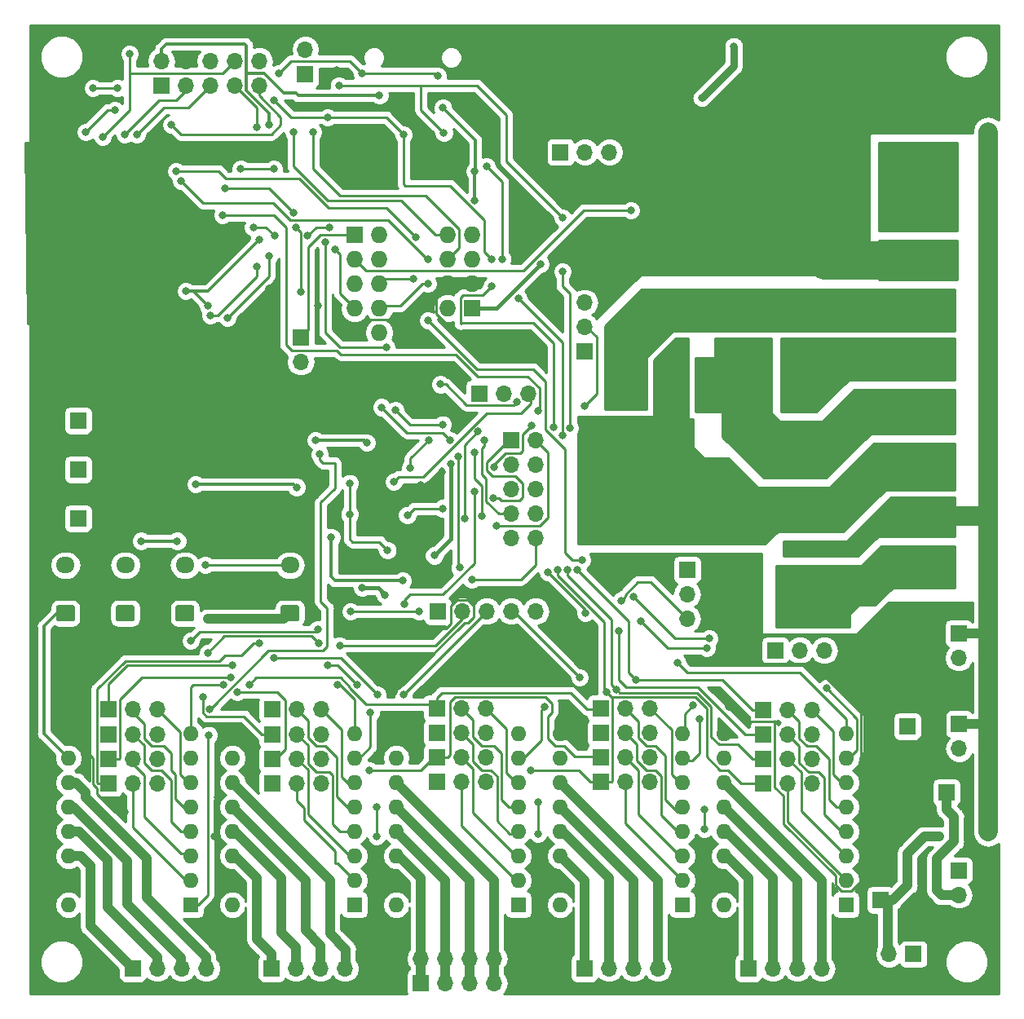
<source format=gbl>
G04 #@! TF.GenerationSoftware,KiCad,Pcbnew,5.0.2-bee76a0~70~ubuntu18.04.1*
G04 #@! TF.CreationDate,2019-10-06T12:15:49+09:00*
G04 #@! TF.ProjectId,MRR_ESPE,4d52525f-4553-4504-952e-6b696361645f,v0.5*
G04 #@! TF.SameCoordinates,Original*
G04 #@! TF.FileFunction,Copper,L2,Bot*
G04 #@! TF.FilePolarity,Positive*
%FSLAX46Y46*%
G04 Gerber Fmt 4.6, Leading zero omitted, Abs format (unit mm)*
G04 Created by KiCad (PCBNEW 5.0.2-bee76a0~70~ubuntu18.04.1) date Sun 06 Oct 2019 12:15:49 PM JST*
%MOMM*%
%LPD*%
G01*
G04 APERTURE LIST*
G04 #@! TA.AperFunction,ComponentPad*
%ADD10O,1.700000X1.700000*%
G04 #@! TD*
G04 #@! TA.AperFunction,ComponentPad*
%ADD11R,1.700000X1.700000*%
G04 #@! TD*
G04 #@! TA.AperFunction,ComponentPad*
%ADD12C,1.450000*%
G04 #@! TD*
G04 #@! TA.AperFunction,ComponentPad*
%ADD13O,1.200000X1.900000*%
G04 #@! TD*
G04 #@! TA.AperFunction,ComponentPad*
%ADD14O,1.727200X1.727200*%
G04 #@! TD*
G04 #@! TA.AperFunction,ComponentPad*
%ADD15R,1.727200X1.727200*%
G04 #@! TD*
G04 #@! TA.AperFunction,ComponentPad*
%ADD16C,2.600000*%
G04 #@! TD*
G04 #@! TA.AperFunction,ComponentPad*
%ADD17R,2.600000X2.600000*%
G04 #@! TD*
G04 #@! TA.AperFunction,ViaPad*
%ADD18C,0.600000*%
G04 #@! TD*
G04 #@! TA.AperFunction,Conductor*
%ADD19R,4.500000X2.950000*%
G04 #@! TD*
G04 #@! TA.AperFunction,ComponentPad*
%ADD20O,1.600000X1.600000*%
G04 #@! TD*
G04 #@! TA.AperFunction,ComponentPad*
%ADD21R,1.600000X1.600000*%
G04 #@! TD*
G04 #@! TA.AperFunction,Conductor*
%ADD22C,0.100000*%
G04 #@! TD*
G04 #@! TA.AperFunction,ComponentPad*
%ADD23C,1.700000*%
G04 #@! TD*
G04 #@! TA.AperFunction,ComponentPad*
%ADD24O,1.950000X1.700000*%
G04 #@! TD*
G04 #@! TA.AperFunction,ViaPad*
%ADD25C,0.800000*%
G04 #@! TD*
G04 #@! TA.AperFunction,Conductor*
%ADD26C,4.000000*%
G04 #@! TD*
G04 #@! TA.AperFunction,Conductor*
%ADD27C,0.250000*%
G04 #@! TD*
G04 #@! TA.AperFunction,Conductor*
%ADD28C,2.000000*%
G04 #@! TD*
G04 #@! TA.AperFunction,Conductor*
%ADD29C,1.000000*%
G04 #@! TD*
G04 #@! TA.AperFunction,Conductor*
%ADD30C,0.800000*%
G04 #@! TD*
G04 #@! TA.AperFunction,Conductor*
%ADD31C,0.300000*%
G04 #@! TD*
G04 #@! TA.AperFunction,Conductor*
%ADD32C,0.400000*%
G04 #@! TD*
G04 #@! TA.AperFunction,Conductor*
%ADD33C,0.254000*%
G04 #@! TD*
G04 APERTURE END LIST*
D10*
G04 #@! TO.P,J11,10*
G04 #@! TO.N,Q159*
X93218000Y-93980000D03*
G04 #@! TO.P,J11,9*
G04 #@! TO.N,Q158*
X90678000Y-93980000D03*
G04 #@! TO.P,J11,8*
G04 #@! TO.N,Q157*
X93218000Y-91440000D03*
G04 #@! TO.P,J11,7*
G04 #@! TO.N,Q156*
X90678000Y-91440000D03*
G04 #@! TO.P,J11,6*
G04 #@! TO.N,Q155*
X93218000Y-88900000D03*
G04 #@! TO.P,J11,5*
G04 #@! TO.N,Q154*
X90678000Y-88900000D03*
G04 #@! TO.P,J11,4*
G04 #@! TO.N,Q153*
X93218000Y-86360000D03*
G04 #@! TO.P,J11,3*
G04 #@! TO.N,Q152*
X90678000Y-86360000D03*
G04 #@! TO.P,J11,2*
G04 #@! TO.N,Q150*
X93218000Y-83820000D03*
D11*
G04 #@! TO.P,J11,1*
G04 #@! TO.N,Q143*
X90678000Y-83820000D03*
G04 #@! TD*
D12*
G04 #@! TO.P,J16,6*
G04 #@! TO.N,GND*
X99100000Y-44862500D03*
X94100000Y-44862500D03*
D13*
X100100000Y-42162500D03*
X93100000Y-42162500D03*
G04 #@! TD*
D14*
G04 #@! TO.P,J15,8*
G04 #@! TO.N,UART+*
X84074000Y-62484000D03*
G04 #@! TO.P,J15,7*
G04 #@! TO.N,N/C*
X86614000Y-62484000D03*
G04 #@! TO.P,J15,6*
G04 #@! TO.N,UART-*
X84074000Y-65024000D03*
G04 #@! TO.P,J15,5*
G04 #@! TO.N,N/C*
X86614000Y-65024000D03*
G04 #@! TO.P,J15,4*
G04 #@! TO.N,GND*
X84074000Y-67564000D03*
G04 #@! TO.P,J15,3*
X86614000Y-67564000D03*
G04 #@! TO.P,J15,2*
G04 #@! TO.N,+5V*
X84074000Y-70104000D03*
D15*
G04 #@! TO.P,J15,1*
X86614000Y-70104000D03*
G04 #@! TD*
D16*
G04 #@! TO.P,J3,2*
G04 #@! TO.N,Net-(D1-Pad1)*
X131017000Y-86056000D03*
D17*
G04 #@! TO.P,J3,1*
G04 #@! TO.N,VBED*
X131017000Y-80976000D03*
G04 #@! TD*
D16*
G04 #@! TO.P,J9,4*
G04 #@! TO.N,Net-(F2-Pad2)*
X131017000Y-75316000D03*
G04 #@! TO.P,J9,3*
G04 #@! TO.N,GNDD*
X131017000Y-70236000D03*
G04 #@! TO.P,J9,2*
G04 #@! TO.N,GND*
X131017000Y-65156000D03*
D17*
G04 #@! TO.P,J9,1*
G04 #@! TO.N,Net-(F1-Pad2)*
X131017000Y-60076000D03*
G04 #@! TD*
D11*
G04 #@! TO.P,J10,1*
G04 #@! TO.N,VIN*
X137160000Y-103886000D03*
D10*
G04 #@! TO.P,J10,2*
G04 #@! TO.N,Net-(J10-Pad2)*
X137160000Y-106426000D03*
G04 #@! TD*
G04 #@! TO.P,J21,4*
G04 #@! TO.N,Net-(J21-Pad4)*
X59020000Y-138684000D03*
G04 #@! TO.P,J21,3*
G04 #@! TO.N,Net-(J21-Pad3)*
X56480000Y-138684000D03*
G04 #@! TO.P,J21,2*
G04 #@! TO.N,Net-(J21-Pad2)*
X53940000Y-138684000D03*
D11*
G04 #@! TO.P,J21,1*
G04 #@! TO.N,Net-(J21-Pad1)*
X51400000Y-138684000D03*
G04 #@! TD*
D10*
G04 #@! TO.P,J23,4*
G04 #@! TO.N,Net-(J23-Pad4)*
X73420000Y-138684000D03*
G04 #@! TO.P,J23,3*
G04 #@! TO.N,Net-(J23-Pad3)*
X70880000Y-138684000D03*
G04 #@! TO.P,J23,2*
G04 #@! TO.N,Net-(J23-Pad2)*
X68340000Y-138684000D03*
D11*
G04 #@! TO.P,J23,1*
G04 #@! TO.N,Net-(J23-Pad1)*
X65800000Y-138684000D03*
G04 #@! TD*
D10*
G04 #@! TO.P,J24,4*
G04 #@! TO.N,Net-(J24-Pad4)*
X105918000Y-138684000D03*
G04 #@! TO.P,J24,3*
G04 #@! TO.N,Net-(J24-Pad3)*
X103378000Y-138684000D03*
G04 #@! TO.P,J24,2*
G04 #@! TO.N,Net-(J24-Pad2)*
X100838000Y-138684000D03*
D11*
G04 #@! TO.P,J24,1*
G04 #@! TO.N,Net-(J24-Pad1)*
X98298000Y-138684000D03*
G04 #@! TD*
D10*
G04 #@! TO.P,JP1,3*
G04 #@! TO.N,+3V3*
X53952497Y-119435353D03*
G04 #@! TO.P,JP1,2*
G04 #@! TO.N,X_MS1*
X51412497Y-119435353D03*
D11*
G04 #@! TO.P,JP1,1*
G04 #@! TO.N,MOSI*
X48872497Y-119435353D03*
G04 #@! TD*
D10*
G04 #@! TO.P,JP2,3*
G04 #@! TO.N,+3V3*
X70967289Y-119432248D03*
G04 #@! TO.P,JP2,2*
G04 #@! TO.N,Y_MS1*
X68427289Y-119432248D03*
D11*
G04 #@! TO.P,JP2,1*
G04 #@! TO.N,MOSI*
X65887289Y-119432248D03*
G04 #@! TD*
D10*
G04 #@! TO.P,JP3,3*
G04 #@! TO.N,+3V3*
X88032890Y-119309218D03*
G04 #@! TO.P,JP3,2*
G04 #@! TO.N,Z_MS1*
X85492890Y-119309218D03*
D11*
G04 #@! TO.P,JP3,1*
G04 #@! TO.N,MOSI*
X82952890Y-119309218D03*
G04 #@! TD*
D10*
G04 #@! TO.P,JP4,3*
G04 #@! TO.N,+3V3*
X105089499Y-119287981D03*
G04 #@! TO.P,JP4,2*
G04 #@! TO.N,E0_MS1*
X102549499Y-119287981D03*
D11*
G04 #@! TO.P,JP4,1*
G04 #@! TO.N,MOSI*
X100009499Y-119287981D03*
G04 #@! TD*
D10*
G04 #@! TO.P,JP5,3*
G04 #@! TO.N,+3V3*
X53952497Y-116895353D03*
G04 #@! TO.P,JP5,2*
G04 #@! TO.N,X_MS2*
X51412497Y-116895353D03*
D11*
G04 #@! TO.P,JP5,1*
G04 #@! TO.N,SCK*
X48872497Y-116895353D03*
G04 #@! TD*
D10*
G04 #@! TO.P,JP6,3*
G04 #@! TO.N,+3V3*
X70967289Y-116892248D03*
G04 #@! TO.P,JP6,2*
G04 #@! TO.N,Y_MS2*
X68427289Y-116892248D03*
D11*
G04 #@! TO.P,JP6,1*
G04 #@! TO.N,SCK*
X65887289Y-116892248D03*
G04 #@! TD*
D10*
G04 #@! TO.P,JP7,3*
G04 #@! TO.N,+3V3*
X88032890Y-116769218D03*
G04 #@! TO.P,JP7,2*
G04 #@! TO.N,Z_MS2*
X85492890Y-116769218D03*
D11*
G04 #@! TO.P,JP7,1*
G04 #@! TO.N,SCK*
X82952890Y-116769218D03*
G04 #@! TD*
D10*
G04 #@! TO.P,JP8,3*
G04 #@! TO.N,+3V3*
X105089499Y-116741981D03*
G04 #@! TO.P,JP8,2*
G04 #@! TO.N,E0_MS2*
X102549499Y-116741981D03*
D11*
G04 #@! TO.P,JP8,1*
G04 #@! TO.N,SCK*
X100009499Y-116741981D03*
G04 #@! TD*
D10*
G04 #@! TO.P,JP9,3*
G04 #@! TO.N,+3V3*
X53952497Y-114355353D03*
G04 #@! TO.P,JP9,2*
G04 #@! TO.N,X_MS3*
X51412497Y-114355353D03*
D11*
G04 #@! TO.P,JP9,1*
G04 #@! TO.N,X_CS*
X48872497Y-114355353D03*
G04 #@! TD*
D10*
G04 #@! TO.P,JP10,3*
G04 #@! TO.N,+3V3*
X70967289Y-114352248D03*
G04 #@! TO.P,JP10,2*
G04 #@! TO.N,Y_MS3*
X68427289Y-114352248D03*
D11*
G04 #@! TO.P,JP10,1*
G04 #@! TO.N,Y_CS*
X65887289Y-114352248D03*
G04 #@! TD*
D10*
G04 #@! TO.P,JP11,3*
G04 #@! TO.N,+3V3*
X88032890Y-114229218D03*
G04 #@! TO.P,JP11,2*
G04 #@! TO.N,Z_MS3*
X85492890Y-114229218D03*
D11*
G04 #@! TO.P,JP11,1*
G04 #@! TO.N,Z_CS*
X82952890Y-114229218D03*
G04 #@! TD*
D10*
G04 #@! TO.P,JP12,3*
G04 #@! TO.N,+3V3*
X105077499Y-114201981D03*
G04 #@! TO.P,JP12,2*
G04 #@! TO.N,E0_MS3*
X102537499Y-114201981D03*
D11*
G04 #@! TO.P,JP12,1*
G04 #@! TO.N,E0_CS*
X99997499Y-114201981D03*
G04 #@! TD*
D10*
G04 #@! TO.P,JP13,3*
G04 #@! TO.N,X_SLP*
X53960497Y-111790353D03*
G04 #@! TO.P,JP13,2*
G04 #@! TO.N,X_RST*
X51420497Y-111790353D03*
D11*
G04 #@! TO.P,JP13,1*
G04 #@! TO.N,MISO*
X48880497Y-111790353D03*
G04 #@! TD*
D10*
G04 #@! TO.P,JP14,3*
G04 #@! TO.N,Y_SLP*
X70967289Y-111787248D03*
G04 #@! TO.P,JP14,2*
G04 #@! TO.N,Y_RST*
X68427289Y-111787248D03*
D11*
G04 #@! TO.P,JP14,1*
G04 #@! TO.N,MISO*
X65887289Y-111787248D03*
G04 #@! TD*
D10*
G04 #@! TO.P,JP15,3*
G04 #@! TO.N,Z_SLP*
X88032890Y-111664218D03*
G04 #@! TO.P,JP15,2*
G04 #@! TO.N,Z_RST*
X85492890Y-111664218D03*
D11*
G04 #@! TO.P,JP15,1*
G04 #@! TO.N,MISO*
X82952890Y-111664218D03*
G04 #@! TD*
D10*
G04 #@! TO.P,JP16,3*
G04 #@! TO.N,E0_SLP*
X105077499Y-111661981D03*
G04 #@! TO.P,JP16,2*
G04 #@! TO.N,E0_RST*
X102537499Y-111661981D03*
D11*
G04 #@! TO.P,JP16,1*
G04 #@! TO.N,MISO*
X99997499Y-111661981D03*
G04 #@! TD*
D18*
G04 #@! TO.N,GND*
G04 #@! TO.C,U2*
X105642000Y-46066000D03*
X106742000Y-46066000D03*
X106742000Y-44866000D03*
X105642000Y-44866000D03*
X109242000Y-46066000D03*
X108042000Y-46066000D03*
X108042000Y-44866000D03*
X109242000Y-44866000D03*
D19*
X107442000Y-45466000D03*
G04 #@! TD*
D20*
G04 #@! TO.P,U5,16*
G04 #@! TO.N,VIN*
X44704000Y-132080000D03*
G04 #@! TO.P,U5,8*
G04 #@! TO.N,Q130*
X57404000Y-114300000D03*
G04 #@! TO.P,U5,15*
G04 #@! TO.N,GND*
X44704000Y-129540000D03*
G04 #@! TO.P,U5,7*
G04 #@! TO.N,Q129*
X57404000Y-116840000D03*
G04 #@! TO.P,U5,14*
G04 #@! TO.N,Net-(J21-Pad1)*
X44704000Y-127000000D03*
G04 #@! TO.P,U5,6*
G04 #@! TO.N,X_SLP*
X57404000Y-119380000D03*
G04 #@! TO.P,U5,13*
G04 #@! TO.N,Net-(J21-Pad2)*
X44704000Y-124460000D03*
G04 #@! TO.P,U5,5*
G04 #@! TO.N,X_RST*
X57404000Y-121920000D03*
G04 #@! TO.P,U5,12*
G04 #@! TO.N,Net-(J21-Pad3)*
X44704000Y-121920000D03*
G04 #@! TO.P,U5,4*
G04 #@! TO.N,X_MS3*
X57404000Y-124460000D03*
G04 #@! TO.P,U5,11*
G04 #@! TO.N,Net-(J21-Pad4)*
X44704000Y-119380000D03*
G04 #@! TO.P,U5,3*
G04 #@! TO.N,X_MS2*
X57404000Y-127000000D03*
G04 #@! TO.P,U5,10*
G04 #@! TO.N,+3V3*
X44704000Y-116840000D03*
G04 #@! TO.P,U5,2*
G04 #@! TO.N,X_MS1*
X57404000Y-129540000D03*
G04 #@! TO.P,U5,9*
G04 #@! TO.N,GND*
X44704000Y-114300000D03*
D21*
G04 #@! TO.P,U5,1*
G04 #@! TO.N,Q128*
X57404000Y-132080000D03*
G04 #@! TD*
D20*
G04 #@! TO.P,U6,16*
G04 #@! TO.N,VIN*
X78740000Y-132080000D03*
G04 #@! TO.P,U6,8*
G04 #@! TO.N,Q136*
X91440000Y-114300000D03*
G04 #@! TO.P,U6,15*
G04 #@! TO.N,GND*
X78740000Y-129540000D03*
G04 #@! TO.P,U6,7*
G04 #@! TO.N,Q135*
X91440000Y-116840000D03*
G04 #@! TO.P,U6,14*
G04 #@! TO.N,Z_2B*
X78740000Y-127000000D03*
G04 #@! TO.P,U6,6*
G04 #@! TO.N,Z_SLP*
X91440000Y-119380000D03*
G04 #@! TO.P,U6,13*
G04 #@! TO.N,Z_2A*
X78740000Y-124460000D03*
G04 #@! TO.P,U6,5*
G04 #@! TO.N,Z_RST*
X91440000Y-121920000D03*
G04 #@! TO.P,U6,12*
G04 #@! TO.N,Z_1B*
X78740000Y-121920000D03*
G04 #@! TO.P,U6,4*
G04 #@! TO.N,Z_MS3*
X91440000Y-124460000D03*
G04 #@! TO.P,U6,11*
G04 #@! TO.N,Z_1A*
X78740000Y-119380000D03*
G04 #@! TO.P,U6,3*
G04 #@! TO.N,Z_MS2*
X91440000Y-127000000D03*
G04 #@! TO.P,U6,10*
G04 #@! TO.N,+3V3*
X78740000Y-116840000D03*
G04 #@! TO.P,U6,2*
G04 #@! TO.N,Z_MS1*
X91440000Y-129540000D03*
G04 #@! TO.P,U6,9*
G04 #@! TO.N,GND*
X78740000Y-114300000D03*
D21*
G04 #@! TO.P,U6,1*
G04 #@! TO.N,Q134*
X91440000Y-132080000D03*
G04 #@! TD*
D20*
G04 #@! TO.P,U8,16*
G04 #@! TO.N,VIN*
X61722000Y-132080000D03*
G04 #@! TO.P,U8,8*
G04 #@! TO.N,Q133*
X74422000Y-114300000D03*
G04 #@! TO.P,U8,15*
G04 #@! TO.N,GND*
X61722000Y-129540000D03*
G04 #@! TO.P,U8,7*
G04 #@! TO.N,Q132*
X74422000Y-116840000D03*
G04 #@! TO.P,U8,14*
G04 #@! TO.N,Net-(J23-Pad1)*
X61722000Y-127000000D03*
G04 #@! TO.P,U8,6*
G04 #@! TO.N,Y_SLP*
X74422000Y-119380000D03*
G04 #@! TO.P,U8,13*
G04 #@! TO.N,Net-(J23-Pad2)*
X61722000Y-124460000D03*
G04 #@! TO.P,U8,5*
G04 #@! TO.N,Y_RST*
X74422000Y-121920000D03*
G04 #@! TO.P,U8,12*
G04 #@! TO.N,Net-(J23-Pad3)*
X61722000Y-121920000D03*
G04 #@! TO.P,U8,4*
G04 #@! TO.N,Y_MS3*
X74422000Y-124460000D03*
G04 #@! TO.P,U8,11*
G04 #@! TO.N,Net-(J23-Pad4)*
X61722000Y-119380000D03*
G04 #@! TO.P,U8,3*
G04 #@! TO.N,Y_MS2*
X74422000Y-127000000D03*
G04 #@! TO.P,U8,10*
G04 #@! TO.N,+3V3*
X61722000Y-116840000D03*
G04 #@! TO.P,U8,2*
G04 #@! TO.N,Y_MS1*
X74422000Y-129540000D03*
G04 #@! TO.P,U8,9*
G04 #@! TO.N,GND*
X61722000Y-114300000D03*
D21*
G04 #@! TO.P,U8,1*
G04 #@! TO.N,Q131*
X74422000Y-132080000D03*
G04 #@! TD*
D20*
G04 #@! TO.P,U9,16*
G04 #@! TO.N,VIN*
X95758000Y-132080000D03*
G04 #@! TO.P,U9,8*
G04 #@! TO.N,Q139*
X108458000Y-114300000D03*
G04 #@! TO.P,U9,15*
G04 #@! TO.N,GND*
X95758000Y-129540000D03*
G04 #@! TO.P,U9,7*
G04 #@! TO.N,Q138*
X108458000Y-116840000D03*
G04 #@! TO.P,U9,14*
G04 #@! TO.N,Net-(J24-Pad1)*
X95758000Y-127000000D03*
G04 #@! TO.P,U9,6*
G04 #@! TO.N,E0_SLP*
X108458000Y-119380000D03*
G04 #@! TO.P,U9,13*
G04 #@! TO.N,Net-(J24-Pad2)*
X95758000Y-124460000D03*
G04 #@! TO.P,U9,5*
G04 #@! TO.N,E0_RST*
X108458000Y-121920000D03*
G04 #@! TO.P,U9,12*
G04 #@! TO.N,Net-(J24-Pad3)*
X95758000Y-121920000D03*
G04 #@! TO.P,U9,4*
G04 #@! TO.N,E0_MS3*
X108458000Y-124460000D03*
G04 #@! TO.P,U9,11*
G04 #@! TO.N,Net-(J24-Pad4)*
X95758000Y-119380000D03*
G04 #@! TO.P,U9,3*
G04 #@! TO.N,E0_MS2*
X108458000Y-127000000D03*
G04 #@! TO.P,U9,10*
G04 #@! TO.N,+3V3*
X95758000Y-116840000D03*
G04 #@! TO.P,U9,2*
G04 #@! TO.N,E0_MS1*
X108458000Y-129540000D03*
G04 #@! TO.P,U9,9*
G04 #@! TO.N,GND*
X95758000Y-114300000D03*
D21*
G04 #@! TO.P,U9,1*
G04 #@! TO.N,Q137*
X108458000Y-132080000D03*
G04 #@! TD*
D16*
G04 #@! TO.P,J7,2*
G04 #@! TO.N,Net-(D3-Pad1)*
X131017000Y-96781000D03*
D17*
G04 #@! TO.P,J7,1*
G04 #@! TO.N,VIN*
X131017000Y-91701000D03*
G04 #@! TD*
D15*
G04 #@! TO.P,J26,1*
G04 #@! TO.N,BEEPER_PIN*
X74422000Y-62484000D03*
D14*
G04 #@! TO.P,J26,2*
G04 #@! TO.N,BTN_ENC*
X76962000Y-62484000D03*
G04 #@! TO.P,J26,3*
G04 #@! TO.N,BTN_EN1*
X74422000Y-65024000D03*
G04 #@! TO.P,J26,4*
G04 #@! TO.N,EN*
X76962000Y-65024000D03*
G04 #@! TO.P,J26,5*
G04 #@! TO.N,BTN_EN2*
X74422000Y-67564000D03*
G04 #@! TO.P,J26,6*
G04 #@! TO.N,LCD_PINS_D4*
X76962000Y-67564000D03*
G04 #@! TO.P,J26,7*
G04 #@! TO.N,LCD_PINS_RS*
X74422000Y-70104000D03*
G04 #@! TO.P,J26,8*
G04 #@! TO.N,LCD_PINS_EN*
X76962000Y-70104000D03*
G04 #@! TO.P,J26,9*
G04 #@! TO.N,GND*
X74422000Y-72644000D03*
G04 #@! TO.P,J26,10*
G04 #@! TO.N,+5V*
X76962000Y-72644000D03*
G04 #@! TD*
D11*
G04 #@! TO.P,J25,1*
G04 #@! TO.N,Net-(J25-Pad1)*
X115316000Y-138684000D03*
D10*
G04 #@! TO.P,J25,2*
G04 #@! TO.N,Net-(J25-Pad2)*
X117856000Y-138684000D03*
G04 #@! TO.P,J25,3*
G04 #@! TO.N,Net-(J25-Pad3)*
X120396000Y-138684000D03*
G04 #@! TO.P,J25,4*
G04 #@! TO.N,Net-(J25-Pad4)*
X122936000Y-138684000D03*
G04 #@! TD*
D11*
G04 #@! TO.P,J22,1*
G04 #@! TO.N,Z_2B*
X81280000Y-140208000D03*
D10*
G04 #@! TO.P,J22,2*
X81280000Y-137668000D03*
G04 #@! TO.P,J22,3*
G04 #@! TO.N,Z_2A*
X83820000Y-140208000D03*
G04 #@! TO.P,J22,4*
X83820000Y-137668000D03*
G04 #@! TO.P,J22,5*
G04 #@! TO.N,Z_1B*
X86360000Y-140208000D03*
G04 #@! TO.P,J22,6*
X86360000Y-137668000D03*
G04 #@! TO.P,J22,7*
G04 #@! TO.N,Z_1A*
X88900000Y-140208000D03*
G04 #@! TO.P,J22,8*
X88900000Y-137668000D03*
G04 #@! TD*
G04 #@! TO.P,J17,2*
G04 #@! TO.N,Net-(J17-Pad2)*
X137200000Y-115840000D03*
D11*
G04 #@! TO.P,J17,1*
G04 #@! TO.N,VIN*
X137200000Y-113300000D03*
G04 #@! TD*
D10*
G04 #@! TO.P,J18,2*
G04 #@! TO.N,Net-(J18-Pad2)*
X137160000Y-131064000D03*
D11*
G04 #@! TO.P,J18,1*
G04 #@! TO.N,VIN*
X137160000Y-128524000D03*
G04 #@! TD*
G04 #@! TO.P,J19,1*
G04 #@! TO.N,VIN*
X132461289Y-137195369D03*
D10*
G04 #@! TO.P,J19,2*
G04 #@! TO.N,Net-(J19-Pad2)*
X129921289Y-137195369D03*
G04 #@! TD*
D11*
G04 #@! TO.P,J20,1*
G04 #@! TO.N,X_CS*
X83058000Y-101600000D03*
D10*
G04 #@! TO.P,J20,2*
G04 #@! TO.N,Y_CS*
X85598000Y-101600000D03*
G04 #@! TO.P,J20,3*
G04 #@! TO.N,Z_CS*
X88138000Y-101600000D03*
G04 #@! TO.P,J20,4*
G04 #@! TO.N,E0_CS*
X90678000Y-101600000D03*
G04 #@! TO.P,J20,5*
G04 #@! TO.N,E1_CS*
X93218000Y-101600000D03*
G04 #@! TD*
D11*
G04 #@! TO.P,JP17,1*
G04 #@! TO.N,BEEPER_PIN*
X68834000Y-73152000D03*
D10*
G04 #@! TO.P,JP17,2*
G04 #@! TO.N,Q151*
X68834000Y-75692000D03*
G04 #@! TD*
G04 #@! TO.P,JP18,3*
G04 #@! TO.N,Q144*
X92456000Y-78994000D03*
G04 #@! TO.P,JP18,2*
G04 #@! TO.N,BED_EXT_IN*
X89916000Y-78994000D03*
D11*
G04 #@! TO.P,JP18,1*
G04 #@! TO.N,HEATER_BED*
X87376000Y-78994000D03*
G04 #@! TD*
G04 #@! TO.P,JP19,1*
G04 #@! TO.N,PART_FAN*
X118110000Y-105664000D03*
D10*
G04 #@! TO.P,JP19,2*
G04 #@! TO.N,TO_FAN_E0*
X120650000Y-105664000D03*
G04 #@! TO.P,JP19,3*
G04 #@! TO.N,Q146*
X123190000Y-105664000D03*
G04 #@! TD*
G04 #@! TO.P,JP20,3*
G04 #@! TO.N,Q145*
X108966000Y-102362000D03*
G04 #@! TO.P,JP20,2*
G04 #@! TO.N,TO_HEATER_E0*
X108966000Y-99822000D03*
D11*
G04 #@! TO.P,JP20,1*
G04 #@! TO.N,HEATER_E0*
X108966000Y-97282000D03*
G04 #@! TD*
G04 #@! TO.P,JP21,1*
G04 #@! TO.N,Net-(J17-Pad2)*
X131826000Y-113538000D03*
D10*
G04 #@! TO.P,JP21,2*
G04 #@! TO.N,GND*
X129286000Y-113538000D03*
G04 #@! TD*
D11*
G04 #@! TO.P,JP22,1*
G04 #@! TO.N,MOSI*
X116884785Y-119483143D03*
D10*
G04 #@! TO.P,JP22,2*
G04 #@! TO.N,E1_MS1*
X119424785Y-119483143D03*
G04 #@! TO.P,JP22,3*
G04 #@! TO.N,+3V3*
X121964785Y-119483143D03*
G04 #@! TD*
D11*
G04 #@! TO.P,JP23,1*
G04 #@! TO.N,Net-(J18-Pad2)*
X135890000Y-120396000D03*
D10*
G04 #@! TO.P,JP23,2*
G04 #@! TO.N,GND*
X133350000Y-120396000D03*
G04 #@! TD*
G04 #@! TO.P,JP24,2*
G04 #@! TO.N,GND*
X129032000Y-129032000D03*
D11*
G04 #@! TO.P,JP24,1*
G04 #@! TO.N,Net-(J19-Pad2)*
X129032000Y-131572000D03*
G04 #@! TD*
D10*
G04 #@! TO.P,JP25,3*
G04 #@! TO.N,+3V3*
X121964785Y-116943143D03*
G04 #@! TO.P,JP25,2*
G04 #@! TO.N,E1_MS2*
X119424785Y-116943143D03*
D11*
G04 #@! TO.P,JP25,1*
G04 #@! TO.N,SCK*
X116884785Y-116943143D03*
G04 #@! TD*
G04 #@! TO.P,JP26,1*
G04 #@! TO.N,E1_CS*
X116884785Y-114403143D03*
D10*
G04 #@! TO.P,JP26,2*
G04 #@! TO.N,E1_MS3*
X119424785Y-114403143D03*
G04 #@! TO.P,JP26,3*
G04 #@! TO.N,+3V3*
X121964785Y-114403143D03*
G04 #@! TD*
D11*
G04 #@! TO.P,JP27,1*
G04 #@! TO.N,MISO*
X116884785Y-111863143D03*
D10*
G04 #@! TO.P,JP27,2*
G04 #@! TO.N,E1_RST*
X119424785Y-111863143D03*
G04 #@! TO.P,JP27,3*
G04 #@! TO.N,E1_SLP*
X121964785Y-111863143D03*
G04 #@! TD*
D21*
G04 #@! TO.P,U11,1*
G04 #@! TO.N,Q140*
X125476000Y-132080000D03*
D20*
G04 #@! TO.P,U11,9*
G04 #@! TO.N,GND*
X112776000Y-114300000D03*
G04 #@! TO.P,U11,2*
G04 #@! TO.N,E1_MS1*
X125476000Y-129540000D03*
G04 #@! TO.P,U11,10*
G04 #@! TO.N,+3V3*
X112776000Y-116840000D03*
G04 #@! TO.P,U11,3*
G04 #@! TO.N,E1_MS2*
X125476000Y-127000000D03*
G04 #@! TO.P,U11,11*
G04 #@! TO.N,Net-(J25-Pad4)*
X112776000Y-119380000D03*
G04 #@! TO.P,U11,4*
G04 #@! TO.N,E1_MS3*
X125476000Y-124460000D03*
G04 #@! TO.P,U11,12*
G04 #@! TO.N,Net-(J25-Pad3)*
X112776000Y-121920000D03*
G04 #@! TO.P,U11,5*
G04 #@! TO.N,E1_RST*
X125476000Y-121920000D03*
G04 #@! TO.P,U11,13*
G04 #@! TO.N,Net-(J25-Pad2)*
X112776000Y-124460000D03*
G04 #@! TO.P,U11,6*
G04 #@! TO.N,E1_SLP*
X125476000Y-119380000D03*
G04 #@! TO.P,U11,14*
G04 #@! TO.N,Net-(J25-Pad1)*
X112776000Y-127000000D03*
G04 #@! TO.P,U11,7*
G04 #@! TO.N,Q141*
X125476000Y-116840000D03*
G04 #@! TO.P,U11,15*
G04 #@! TO.N,GND*
X112776000Y-129540000D03*
G04 #@! TO.P,U11,8*
G04 #@! TO.N,Q142*
X125476000Y-114300000D03*
G04 #@! TO.P,U11,16*
G04 #@! TO.N,VIN*
X112776000Y-132080000D03*
G04 #@! TD*
D11*
G04 #@! TO.P,JP29,1*
G04 #@! TO.N,IO5*
X69300000Y-45800000D03*
D10*
G04 #@! TO.P,JP29,2*
G04 #@! TO.N,SS*
X69300000Y-43260000D03*
G04 #@! TD*
D11*
G04 #@! TO.P,J14,1*
G04 #@! TO.N,MOSI*
X54356000Y-46990000D03*
D10*
G04 #@! TO.P,J14,2*
G04 #@! TO.N,+3V3*
X54356000Y-44450000D03*
G04 #@! TO.P,J14,3*
G04 #@! TO.N,MISO*
X56896000Y-46990000D03*
G04 #@! TO.P,J14,4*
G04 #@! TO.N,GND*
X56896000Y-44450000D03*
G04 #@! TO.P,J14,5*
G04 #@! TO.N,SCK*
X59436000Y-46990000D03*
G04 #@! TO.P,J14,6*
G04 #@! TO.N,SCL*
X59436000Y-44450000D03*
G04 #@! TO.P,J14,7*
G04 #@! TO.N,BTN_EN1*
X61976000Y-46990000D03*
G04 #@! TO.P,J14,8*
G04 #@! TO.N,SDA*
X61976000Y-44450000D03*
G04 #@! TO.P,J14,9*
G04 #@! TO.N,IO5*
X64516000Y-46990000D03*
G04 #@! TO.P,J14,10*
G04 #@! TO.N,N/C*
X64516000Y-44450000D03*
G04 #@! TD*
D11*
G04 #@! TO.P,JP30,1*
G04 #@! TO.N,Net-(JP30-Pad1)*
X98300000Y-74600000D03*
D10*
G04 #@! TO.P,JP30,2*
G04 #@! TO.N,TO_HEATER_BED*
X98300000Y-72060000D03*
G04 #@! TO.P,JP30,3*
G04 #@! TO.N,Net-(JP30-Pad3)*
X98300000Y-69520000D03*
G04 #@! TD*
D22*
G04 #@! TO.N,+3V3*
G04 #@! TO.C,J1*
G36*
X45149504Y-100951204D02*
X45173773Y-100954804D01*
X45197571Y-100960765D01*
X45220671Y-100969030D01*
X45242849Y-100979520D01*
X45263893Y-100992133D01*
X45283598Y-101006747D01*
X45301777Y-101023223D01*
X45318253Y-101041402D01*
X45332867Y-101061107D01*
X45345480Y-101082151D01*
X45355970Y-101104329D01*
X45364235Y-101127429D01*
X45370196Y-101151227D01*
X45373796Y-101175496D01*
X45375000Y-101200000D01*
X45375000Y-102400000D01*
X45373796Y-102424504D01*
X45370196Y-102448773D01*
X45364235Y-102472571D01*
X45355970Y-102495671D01*
X45345480Y-102517849D01*
X45332867Y-102538893D01*
X45318253Y-102558598D01*
X45301777Y-102576777D01*
X45283598Y-102593253D01*
X45263893Y-102607867D01*
X45242849Y-102620480D01*
X45220671Y-102630970D01*
X45197571Y-102639235D01*
X45173773Y-102645196D01*
X45149504Y-102648796D01*
X45125000Y-102650000D01*
X43675000Y-102650000D01*
X43650496Y-102648796D01*
X43626227Y-102645196D01*
X43602429Y-102639235D01*
X43579329Y-102630970D01*
X43557151Y-102620480D01*
X43536107Y-102607867D01*
X43516402Y-102593253D01*
X43498223Y-102576777D01*
X43481747Y-102558598D01*
X43467133Y-102538893D01*
X43454520Y-102517849D01*
X43444030Y-102495671D01*
X43435765Y-102472571D01*
X43429804Y-102448773D01*
X43426204Y-102424504D01*
X43425000Y-102400000D01*
X43425000Y-101200000D01*
X43426204Y-101175496D01*
X43429804Y-101151227D01*
X43435765Y-101127429D01*
X43444030Y-101104329D01*
X43454520Y-101082151D01*
X43467133Y-101061107D01*
X43481747Y-101041402D01*
X43498223Y-101023223D01*
X43516402Y-101006747D01*
X43536107Y-100992133D01*
X43557151Y-100979520D01*
X43579329Y-100969030D01*
X43602429Y-100960765D01*
X43626227Y-100954804D01*
X43650496Y-100951204D01*
X43675000Y-100950000D01*
X45125000Y-100950000D01*
X45149504Y-100951204D01*
X45149504Y-100951204D01*
G37*
D23*
G04 #@! TD*
G04 #@! TO.P,J1,1*
G04 #@! TO.N,+3V3*
X44400000Y-101800000D03*
D24*
G04 #@! TO.P,J1,2*
G04 #@! TO.N,GND*
X44400000Y-99300000D03*
G04 #@! TO.P,J1,3*
G04 #@! TO.N,X_MIN*
X44400000Y-96800000D03*
G04 #@! TD*
G04 #@! TO.P,J2,3*
G04 #@! TO.N,Z_MIN*
X56800000Y-96800000D03*
G04 #@! TO.P,J2,2*
G04 #@! TO.N,GND*
X56800000Y-99300000D03*
D22*
G04 #@! TD*
G04 #@! TO.N,+3V3*
G04 #@! TO.C,J2*
G36*
X57549504Y-100951204D02*
X57573773Y-100954804D01*
X57597571Y-100960765D01*
X57620671Y-100969030D01*
X57642849Y-100979520D01*
X57663893Y-100992133D01*
X57683598Y-101006747D01*
X57701777Y-101023223D01*
X57718253Y-101041402D01*
X57732867Y-101061107D01*
X57745480Y-101082151D01*
X57755970Y-101104329D01*
X57764235Y-101127429D01*
X57770196Y-101151227D01*
X57773796Y-101175496D01*
X57775000Y-101200000D01*
X57775000Y-102400000D01*
X57773796Y-102424504D01*
X57770196Y-102448773D01*
X57764235Y-102472571D01*
X57755970Y-102495671D01*
X57745480Y-102517849D01*
X57732867Y-102538893D01*
X57718253Y-102558598D01*
X57701777Y-102576777D01*
X57683598Y-102593253D01*
X57663893Y-102607867D01*
X57642849Y-102620480D01*
X57620671Y-102630970D01*
X57597571Y-102639235D01*
X57573773Y-102645196D01*
X57549504Y-102648796D01*
X57525000Y-102650000D01*
X56075000Y-102650000D01*
X56050496Y-102648796D01*
X56026227Y-102645196D01*
X56002429Y-102639235D01*
X55979329Y-102630970D01*
X55957151Y-102620480D01*
X55936107Y-102607867D01*
X55916402Y-102593253D01*
X55898223Y-102576777D01*
X55881747Y-102558598D01*
X55867133Y-102538893D01*
X55854520Y-102517849D01*
X55844030Y-102495671D01*
X55835765Y-102472571D01*
X55829804Y-102448773D01*
X55826204Y-102424504D01*
X55825000Y-102400000D01*
X55825000Y-101200000D01*
X55826204Y-101175496D01*
X55829804Y-101151227D01*
X55835765Y-101127429D01*
X55844030Y-101104329D01*
X55854520Y-101082151D01*
X55867133Y-101061107D01*
X55881747Y-101041402D01*
X55898223Y-101023223D01*
X55916402Y-101006747D01*
X55936107Y-100992133D01*
X55957151Y-100979520D01*
X55979329Y-100969030D01*
X56002429Y-100960765D01*
X56026227Y-100954804D01*
X56050496Y-100951204D01*
X56075000Y-100950000D01*
X57525000Y-100950000D01*
X57549504Y-100951204D01*
X57549504Y-100951204D01*
G37*
D23*
G04 #@! TO.P,J2,1*
G04 #@! TO.N,+3V3*
X56800000Y-101800000D03*
G04 #@! TD*
D22*
G04 #@! TO.N,+3V3*
G04 #@! TO.C,J5*
G36*
X51349504Y-100951204D02*
X51373773Y-100954804D01*
X51397571Y-100960765D01*
X51420671Y-100969030D01*
X51442849Y-100979520D01*
X51463893Y-100992133D01*
X51483598Y-101006747D01*
X51501777Y-101023223D01*
X51518253Y-101041402D01*
X51532867Y-101061107D01*
X51545480Y-101082151D01*
X51555970Y-101104329D01*
X51564235Y-101127429D01*
X51570196Y-101151227D01*
X51573796Y-101175496D01*
X51575000Y-101200000D01*
X51575000Y-102400000D01*
X51573796Y-102424504D01*
X51570196Y-102448773D01*
X51564235Y-102472571D01*
X51555970Y-102495671D01*
X51545480Y-102517849D01*
X51532867Y-102538893D01*
X51518253Y-102558598D01*
X51501777Y-102576777D01*
X51483598Y-102593253D01*
X51463893Y-102607867D01*
X51442849Y-102620480D01*
X51420671Y-102630970D01*
X51397571Y-102639235D01*
X51373773Y-102645196D01*
X51349504Y-102648796D01*
X51325000Y-102650000D01*
X49875000Y-102650000D01*
X49850496Y-102648796D01*
X49826227Y-102645196D01*
X49802429Y-102639235D01*
X49779329Y-102630970D01*
X49757151Y-102620480D01*
X49736107Y-102607867D01*
X49716402Y-102593253D01*
X49698223Y-102576777D01*
X49681747Y-102558598D01*
X49667133Y-102538893D01*
X49654520Y-102517849D01*
X49644030Y-102495671D01*
X49635765Y-102472571D01*
X49629804Y-102448773D01*
X49626204Y-102424504D01*
X49625000Y-102400000D01*
X49625000Y-101200000D01*
X49626204Y-101175496D01*
X49629804Y-101151227D01*
X49635765Y-101127429D01*
X49644030Y-101104329D01*
X49654520Y-101082151D01*
X49667133Y-101061107D01*
X49681747Y-101041402D01*
X49698223Y-101023223D01*
X49716402Y-101006747D01*
X49736107Y-100992133D01*
X49757151Y-100979520D01*
X49779329Y-100969030D01*
X49802429Y-100960765D01*
X49826227Y-100954804D01*
X49850496Y-100951204D01*
X49875000Y-100950000D01*
X51325000Y-100950000D01*
X51349504Y-100951204D01*
X51349504Y-100951204D01*
G37*
D23*
G04 #@! TD*
G04 #@! TO.P,J5,1*
G04 #@! TO.N,+3V3*
X50600000Y-101800000D03*
D24*
G04 #@! TO.P,J5,2*
G04 #@! TO.N,GND*
X50600000Y-99300000D03*
G04 #@! TO.P,J5,3*
G04 #@! TO.N,Y_MIN*
X50600000Y-96800000D03*
G04 #@! TD*
G04 #@! TO.P,J6,3*
G04 #@! TO.N,Net-(D2-Pad1)*
X67700000Y-96800000D03*
G04 #@! TO.P,J6,2*
G04 #@! TO.N,GND*
X67700000Y-99300000D03*
D22*
G04 #@! TD*
G04 #@! TO.N,VIN*
G04 #@! TO.C,J6*
G36*
X68449504Y-100951204D02*
X68473773Y-100954804D01*
X68497571Y-100960765D01*
X68520671Y-100969030D01*
X68542849Y-100979520D01*
X68563893Y-100992133D01*
X68583598Y-101006747D01*
X68601777Y-101023223D01*
X68618253Y-101041402D01*
X68632867Y-101061107D01*
X68645480Y-101082151D01*
X68655970Y-101104329D01*
X68664235Y-101127429D01*
X68670196Y-101151227D01*
X68673796Y-101175496D01*
X68675000Y-101200000D01*
X68675000Y-102400000D01*
X68673796Y-102424504D01*
X68670196Y-102448773D01*
X68664235Y-102472571D01*
X68655970Y-102495671D01*
X68645480Y-102517849D01*
X68632867Y-102538893D01*
X68618253Y-102558598D01*
X68601777Y-102576777D01*
X68583598Y-102593253D01*
X68563893Y-102607867D01*
X68542849Y-102620480D01*
X68520671Y-102630970D01*
X68497571Y-102639235D01*
X68473773Y-102645196D01*
X68449504Y-102648796D01*
X68425000Y-102650000D01*
X66975000Y-102650000D01*
X66950496Y-102648796D01*
X66926227Y-102645196D01*
X66902429Y-102639235D01*
X66879329Y-102630970D01*
X66857151Y-102620480D01*
X66836107Y-102607867D01*
X66816402Y-102593253D01*
X66798223Y-102576777D01*
X66781747Y-102558598D01*
X66767133Y-102538893D01*
X66754520Y-102517849D01*
X66744030Y-102495671D01*
X66735765Y-102472571D01*
X66729804Y-102448773D01*
X66726204Y-102424504D01*
X66725000Y-102400000D01*
X66725000Y-101200000D01*
X66726204Y-101175496D01*
X66729804Y-101151227D01*
X66735765Y-101127429D01*
X66744030Y-101104329D01*
X66754520Y-101082151D01*
X66767133Y-101061107D01*
X66781747Y-101041402D01*
X66798223Y-101023223D01*
X66816402Y-101006747D01*
X66836107Y-100992133D01*
X66857151Y-100979520D01*
X66879329Y-100969030D01*
X66902429Y-100960765D01*
X66926227Y-100954804D01*
X66950496Y-100951204D01*
X66975000Y-100950000D01*
X68425000Y-100950000D01*
X68449504Y-100951204D01*
X68449504Y-100951204D01*
G37*
D23*
G04 #@! TO.P,J6,1*
G04 #@! TO.N,VIN*
X67700000Y-101800000D03*
G04 #@! TD*
D11*
G04 #@! TO.P,J8,1*
G04 #@! TO.N,IO34*
X45720000Y-91948000D03*
D10*
G04 #@! TO.P,J8,2*
G04 #@! TO.N,GND*
X43180000Y-91948000D03*
G04 #@! TD*
G04 #@! TO.P,J12,2*
G04 #@! TO.N,GND*
X43180000Y-86868000D03*
D11*
G04 #@! TO.P,J12,1*
G04 #@! TO.N,TEMP_BED_PIN*
X45720000Y-86868000D03*
G04 #@! TD*
G04 #@! TO.P,J13,1*
G04 #@! TO.N,TEMP_E0_PIN*
X45720000Y-81788000D03*
D10*
G04 #@! TO.P,J13,2*
G04 #@! TO.N,GND*
X43180000Y-81788000D03*
G04 #@! TD*
D11*
G04 #@! TO.P,JP28,1*
G04 #@! TO.N,Net-(D15-Pad1)*
X95800000Y-53900000D03*
D10*
G04 #@! TO.P,JP28,2*
G04 #@! TO.N,+5V*
X98340000Y-53900000D03*
G04 #@! TO.P,JP28,3*
G04 #@! TO.N,Net-(D14-Pad1)*
X100880000Y-53900000D03*
G04 #@! TD*
D25*
G04 #@! TO.N,GND*
X73900000Y-86900000D03*
X48900000Y-65300000D03*
X47200000Y-65200000D03*
X47200000Y-63700000D03*
X48900000Y-63700000D03*
X50600000Y-65300000D03*
X50600000Y-63700000D03*
X50600000Y-62000000D03*
X48900000Y-62000000D03*
X47200000Y-62000000D03*
X83500000Y-87100000D03*
X49784000Y-81026000D03*
X92710000Y-68834000D03*
X41148000Y-73914000D03*
X41402000Y-76454000D03*
X127000000Y-65156000D03*
X62400000Y-61600000D03*
X72644000Y-69850000D03*
X70612000Y-69850000D03*
X65532000Y-68072000D03*
X76454000Y-52324000D03*
X80264000Y-49276000D03*
X87122000Y-44958000D03*
X74930000Y-51816000D03*
X72644000Y-51816000D03*
X128016000Y-50800000D03*
X125984000Y-50546000D03*
X125730000Y-55880000D03*
X121920000Y-50546000D03*
X125984000Y-44196000D03*
X123952000Y-41910000D03*
X117348000Y-41656000D03*
X126746000Y-42164000D03*
X118364000Y-49022000D03*
X114554000Y-49022000D03*
X112014000Y-54102000D03*
X98900000Y-49300000D03*
X107950000Y-58420000D03*
X113284000Y-58928000D03*
X105300000Y-63800000D03*
X114554000Y-63500000D03*
X125730000Y-65156000D03*
X124714000Y-65156000D03*
X122682000Y-65278000D03*
X102000000Y-68000000D03*
X88392000Y-73152000D03*
X80264000Y-76962000D03*
X81000000Y-103378000D03*
X60198000Y-120904000D03*
X61976000Y-111252000D03*
X44704000Y-109474000D03*
X42926000Y-117602000D03*
X41910000Y-133858000D03*
X61700000Y-140800000D03*
X75438000Y-140462000D03*
X75438000Y-137922000D03*
X62100000Y-137100000D03*
X93726000Y-137922000D03*
X110998000Y-137922000D03*
X110490000Y-139954000D03*
X92710000Y-140716000D03*
X125984000Y-137668000D03*
X110744000Y-132842000D03*
X109982000Y-128016000D03*
X94234000Y-128270000D03*
X128016000Y-121158000D03*
X95250000Y-108966000D03*
X96012000Y-111760000D03*
X113284000Y-111506000D03*
X68326000Y-92202000D03*
X72136000Y-81026000D03*
X107442000Y-59690000D03*
X91186000Y-58420000D03*
X57150000Y-82804000D03*
X49784000Y-87630000D03*
X132588000Y-102616000D03*
X131318000Y-116840000D03*
X131572000Y-105664000D03*
X132588000Y-109220000D03*
X114300000Y-106426000D03*
X114808000Y-103378000D03*
X78486000Y-109982000D03*
X117348000Y-57404000D03*
X92964000Y-73152000D03*
X95250000Y-71120000D03*
X53340000Y-89408000D03*
X57404000Y-90678000D03*
X50546000Y-122428000D03*
X59907000Y-124968000D03*
X126492000Y-61976000D03*
X124714000Y-59182000D03*
X123952000Y-57912000D03*
X126746000Y-58420000D03*
X134874000Y-41148000D03*
X140970000Y-47244000D03*
X135382000Y-47752000D03*
X120142000Y-41402000D03*
X46228000Y-107950000D03*
X42926000Y-125984000D03*
X42926000Y-128524000D03*
X77216000Y-138938000D03*
X61214000Y-138684000D03*
X91948000Y-138430000D03*
X95250000Y-139700000D03*
X109474000Y-137414000D03*
X112522000Y-139954000D03*
X125984000Y-139954000D03*
X136144000Y-134112000D03*
X140208000Y-134620000D03*
X133096000Y-116586000D03*
X138300000Y-118700000D03*
X132334000Y-110236000D03*
X96012000Y-102616000D03*
X95504000Y-101346000D03*
X59944000Y-85090000D03*
X61722000Y-85852000D03*
X42418000Y-48260000D03*
X41402000Y-46228000D03*
X46482000Y-41656000D03*
X46990000Y-44704000D03*
X82700000Y-52800000D03*
X103378000Y-46736000D03*
X116586000Y-48514000D03*
X76454000Y-76962000D03*
X87122000Y-73914000D03*
X133858000Y-64262000D03*
X136144000Y-64008000D03*
X136144000Y-66294000D03*
X134874000Y-65278000D03*
X133858000Y-66294000D03*
X132842000Y-123698000D03*
X133604000Y-101854000D03*
X134874000Y-101600000D03*
X131572000Y-103886000D03*
X62738000Y-77978000D03*
X64008000Y-81026000D03*
X63754000Y-72390000D03*
X53340000Y-81788000D03*
X61468000Y-54102000D03*
X44958000Y-50038000D03*
X100838000Y-66548000D03*
X90500000Y-47400000D03*
X85400000Y-52600000D03*
X72600000Y-45400000D03*
X73800000Y-49200000D03*
X70400000Y-87200000D03*
X83100000Y-97900000D03*
X77500000Y-91600000D03*
X81300000Y-88500000D03*
X76300000Y-100500000D03*
X79500000Y-89600000D03*
X62300000Y-99300000D03*
X62100000Y-92700000D03*
X102400000Y-97300000D03*
X112800000Y-103400000D03*
X113000000Y-96600000D03*
X111700000Y-63500000D03*
G04 #@! TO.N,VIN*
X135128000Y-91701000D03*
X140208000Y-56896000D03*
X140208000Y-55372000D03*
X140208000Y-67310000D03*
X140208000Y-69088000D03*
X140208000Y-77470000D03*
X140208000Y-89154000D03*
X140208000Y-86868000D03*
X140208000Y-99822000D03*
X140208000Y-98298000D03*
X140208000Y-104902000D03*
X140208000Y-121920000D03*
X140208000Y-119126000D03*
X140208000Y-124460000D03*
X140100000Y-110600000D03*
X140208000Y-53086000D03*
X140208000Y-51816000D03*
X128270000Y-93218000D03*
X126746000Y-94488000D03*
X129032000Y-91694000D03*
X133604000Y-93472000D03*
X133604000Y-90170000D03*
X135890000Y-93472000D03*
X135890000Y-90170000D03*
X59182000Y-102362000D03*
G04 #@! TO.N,Net-(C10-Pad1)*
X110490000Y-48260000D03*
X113792000Y-42926000D03*
G04 #@! TO.N,+3V3*
X75692000Y-84074000D03*
X57912000Y-88392000D03*
X86868000Y-55880000D03*
X86868000Y-58891000D03*
X70358000Y-83820000D03*
X65532000Y-51054000D03*
X56896000Y-68326000D03*
X59182000Y-69850000D03*
X64516000Y-62992000D03*
X83590000Y-49300000D03*
X77000000Y-48006000D03*
X68400000Y-88700000D03*
X79400000Y-98400000D03*
X72000000Y-93900000D03*
X56000000Y-94300000D03*
X52245500Y-94300000D03*
G04 #@! TO.N,+5V*
X93726000Y-65532000D03*
X82700000Y-95800000D03*
X84422686Y-86247422D03*
X75200000Y-99150000D03*
X77600001Y-99900001D03*
G04 #@! TO.N,Net-(D1-Pad1)*
X107696000Y-83566000D03*
X105918000Y-83566000D03*
X104140000Y-83566000D03*
X102870000Y-83566000D03*
X101346000Y-83566000D03*
X99822000Y-83566000D03*
X107950000Y-91694000D03*
X106426000Y-91694000D03*
X105156000Y-91694000D03*
X103886000Y-91694000D03*
X102362000Y-91694000D03*
X101092000Y-91694000D03*
X99568000Y-91694000D03*
X108712000Y-90170000D03*
X107188000Y-90170000D03*
X105918000Y-90170000D03*
X104394000Y-90170000D03*
X103124000Y-90170000D03*
X101600000Y-90170000D03*
X100330000Y-90170000D03*
X98806000Y-90170000D03*
X107442000Y-88646000D03*
X105918000Y-88646000D03*
X104648000Y-88646000D03*
X102870000Y-88646000D03*
X101346000Y-88646000D03*
X99568000Y-88646000D03*
X108458000Y-87376000D03*
X106934000Y-87376000D03*
X105664000Y-87376000D03*
X103886000Y-87376000D03*
X102362000Y-87376000D03*
X100584000Y-87376000D03*
X98806000Y-87376000D03*
X107696000Y-85852000D03*
X106172000Y-85852000D03*
X104648000Y-85852000D03*
X103124000Y-85852000D03*
X101600000Y-85852000D03*
X99822000Y-85852000D03*
X108458000Y-84582000D03*
X106934000Y-84582000D03*
X105156000Y-84582000D03*
X103632000Y-84582000D03*
X102108000Y-84582000D03*
X100584000Y-84582000D03*
X99060000Y-84582000D03*
X114046000Y-90170000D03*
X112522000Y-91694000D03*
X115570000Y-91948000D03*
X100076000Y-93472000D03*
X102108000Y-93472000D03*
X103632000Y-93472000D03*
X104902000Y-93472000D03*
X106426000Y-93472000D03*
X135128000Y-85344000D03*
X135382000Y-87376000D03*
X133350000Y-87630000D03*
X133858000Y-86106000D03*
X128778000Y-87122000D03*
X127000000Y-88900000D03*
X125730000Y-90170000D03*
X124206000Y-91548001D03*
X121158000Y-91548001D03*
X122682000Y-91548001D03*
X119126000Y-91548001D03*
X117348000Y-91548001D03*
X114300000Y-93218000D03*
X113030000Y-93472000D03*
X111252000Y-93472000D03*
X109474000Y-93472000D03*
X108204000Y-93472000D03*
X110744000Y-90170000D03*
X112776000Y-88138000D03*
X114554000Y-88392000D03*
X110744000Y-91948000D03*
X110236000Y-88138000D03*
X116078000Y-89916000D03*
X117856000Y-90170000D03*
X116332000Y-93726000D03*
X120396000Y-89916000D03*
X122174000Y-89916000D03*
X123698000Y-89916000D03*
X125730000Y-91948000D03*
X122428000Y-92710000D03*
X118110000Y-92456000D03*
X125476000Y-88392000D03*
X127000000Y-87122000D03*
X128270000Y-85344000D03*
X128270000Y-89154000D03*
X133096000Y-84582000D03*
X130048000Y-88138000D03*
X112522000Y-89408000D03*
X113030000Y-86614000D03*
X109728000Y-86106000D03*
G04 #@! TO.N,Net-(D2-Pad1)*
X58928000Y-96774000D03*
G04 #@! TO.N,Net-(D3-Pad1)*
X123698000Y-102108000D03*
X122174000Y-102108000D03*
X120396000Y-102108000D03*
X124460000Y-100330000D03*
X122682000Y-100330000D03*
X121158000Y-100330000D03*
X119634000Y-100330000D03*
X123444000Y-99060000D03*
X121920000Y-99060000D03*
X120396000Y-99060000D03*
X124460000Y-97790000D03*
X122682000Y-97790000D03*
X121158000Y-97790000D03*
X119634000Y-97790000D03*
X134366000Y-96266000D03*
X133858000Y-98298000D03*
X135890000Y-98044000D03*
X127762000Y-98044000D03*
X126746000Y-100076000D03*
X128524000Y-96266000D03*
X129286000Y-99060000D03*
G04 #@! TO.N,VBED*
X116300000Y-78700000D03*
X116100000Y-77000000D03*
X110490000Y-80010000D03*
X110490000Y-75692000D03*
X113030000Y-77978000D03*
X113538000Y-75184000D03*
X114300000Y-76708000D03*
X114554000Y-78994000D03*
X113205500Y-80693500D03*
X115062000Y-80772000D03*
X115316000Y-84836000D03*
X117856000Y-86106000D03*
X117094000Y-83566000D03*
X121920000Y-83312000D03*
X120904000Y-87122000D03*
X119634000Y-84582000D03*
X124714000Y-84836000D03*
X127254000Y-81280000D03*
X126746000Y-83566000D03*
X125222000Y-82804000D03*
X111577000Y-77216000D03*
X133858000Y-79756000D03*
X134366000Y-82042000D03*
X135890000Y-80264000D03*
X115600000Y-74700000D03*
X116600000Y-81800000D03*
X122300000Y-85500000D03*
G04 #@! TO.N,Net-(F1-Pad2)*
X133350000Y-58420000D03*
X135128000Y-58420000D03*
X136398000Y-59436000D03*
X136144000Y-61468000D03*
X134620000Y-59944000D03*
X133858000Y-61468000D03*
X129540000Y-56388000D03*
X130810000Y-54102000D03*
X132842000Y-53594000D03*
X132080000Y-56388000D03*
X135890000Y-56642000D03*
X136144000Y-54356000D03*
G04 #@! TO.N,Net-(F2-Pad2)*
X120904000Y-78740000D03*
X120142000Y-76200000D03*
X119800000Y-77800000D03*
X119800000Y-79800000D03*
X120396000Y-74422000D03*
X122936000Y-74168000D03*
X123190000Y-76708000D03*
X122682000Y-78232000D03*
X121500000Y-77100000D03*
X126238000Y-75692000D03*
X124714000Y-77724000D03*
X128016000Y-74168000D03*
X128270000Y-76708000D03*
X133858000Y-76708000D03*
X135636000Y-76200000D03*
X135890000Y-74168000D03*
X134112000Y-74422000D03*
X122000000Y-79900000D03*
X124800000Y-74700000D03*
G04 #@! TO.N,MISO*
X50546000Y-52070000D03*
X103632000Y-108712000D03*
X63500000Y-109220000D03*
X61717347Y-107192653D03*
X96012000Y-60706000D03*
X97536000Y-97282000D03*
X96012000Y-66294000D03*
X96774000Y-82550000D03*
X83700000Y-51900000D03*
X72800000Y-46990000D03*
G04 #@! TO.N,SCK*
X51816000Y-52070000D03*
X66548000Y-45720000D03*
X83058000Y-45974000D03*
X61553001Y-108458000D03*
X62234653Y-109986653D03*
X101600000Y-109728000D03*
X75946000Y-118110000D03*
X88138000Y-55372000D03*
X89768685Y-65024000D03*
X91440000Y-69088000D03*
X96515347Y-97286653D03*
X96049000Y-83312000D03*
X75200000Y-45720000D03*
G04 #@! TO.N,MOSI*
X47244000Y-47244000D03*
X49784000Y-47244000D03*
X66040000Y-48514000D03*
X79500000Y-52100000D03*
X100584000Y-109982000D03*
X64516000Y-104902000D03*
X66035347Y-106430653D03*
X92747000Y-118110000D03*
X71628000Y-50292000D03*
X88646000Y-65024000D03*
X88646000Y-67818000D03*
X95122312Y-82498214D03*
X95495815Y-97288934D03*
X76765002Y-110236000D03*
G04 #@! TO.N,SDA*
X51054000Y-43688000D03*
X48260000Y-52324000D03*
G04 #@! TO.N,UART+*
X68072000Y-51816000D03*
G04 #@! TO.N,UART-*
X49530000Y-49530000D03*
X46486653Y-51820653D03*
X70104000Y-51816000D03*
G04 #@! TO.N,TO_HEATER_BED*
X98300000Y-80300000D03*
G04 #@! TO.N,GNDD*
X102362000Y-80264000D03*
X103886000Y-80010000D03*
X103632000Y-78740000D03*
X102108000Y-78994000D03*
X103632000Y-76708000D03*
X101854000Y-77978000D03*
X102108000Y-76454000D03*
X104140000Y-75184000D03*
X102600000Y-75300000D03*
X103100000Y-70800000D03*
X101400000Y-73300000D03*
X105800000Y-68900000D03*
X103700000Y-73600000D03*
X104800000Y-70500000D03*
X120904000Y-69596000D03*
X122174000Y-71120000D03*
X127254000Y-71120000D03*
X126746000Y-69850000D03*
X124714000Y-69088000D03*
X122428000Y-69342000D03*
X118872000Y-71374000D03*
X109474000Y-69088000D03*
X115824000Y-69088000D03*
X110490000Y-70358000D03*
X112776000Y-69342000D03*
X116840000Y-70358000D03*
X118618000Y-69596000D03*
X129032000Y-71882000D03*
X133350000Y-69088000D03*
X135636000Y-69342000D03*
X135890000Y-71628000D03*
X134366000Y-70612000D03*
X133350000Y-71882000D03*
G04 #@! TO.N,I2S_WS*
X73900000Y-88300000D03*
X73900000Y-91500000D03*
X77837347Y-95262653D03*
G04 #@! TO.N,LCD_PINS_D4*
X55880000Y-55880000D03*
X80772000Y-62738000D03*
X80518000Y-67056000D03*
G04 #@! TO.N,BTN_EN1*
X64262000Y-51308000D03*
X103124000Y-59944000D03*
X63900000Y-61700000D03*
X66100000Y-62600000D03*
X69559000Y-62600000D03*
X71800000Y-61700000D03*
G04 #@! TO.N,BTN_EN2*
X59436000Y-70866000D03*
X64262000Y-65786000D03*
G04 #@! TO.N,LCD_PINS_RS*
X72390000Y-64008000D03*
G04 #@! TO.N,X_CS*
X57404000Y-104648000D03*
X81100000Y-101600000D03*
X74000000Y-101600000D03*
X70600000Y-103500000D03*
G04 #@! TO.N,Y_CS*
X58674000Y-110490000D03*
X59182000Y-105918000D03*
X72900000Y-105156000D03*
X70700000Y-104900000D03*
G04 #@! TO.N,Z_CS*
X79502000Y-110236000D03*
G04 #@! TO.N,E0_CS*
X97790000Y-108458000D03*
G04 #@! TO.N,Q141*
X123427078Y-109578132D03*
G04 #@! TO.N,Q142*
X107950000Y-106934000D03*
G04 #@! TO.N,Q143*
X86841093Y-89175218D03*
X88823598Y-89809906D03*
X79600000Y-100875000D03*
G04 #@! TO.N,Q130*
X60828001Y-109220000D03*
G04 #@! TO.N,Q128*
X59378001Y-111760000D03*
X59275348Y-114451347D03*
X70800000Y-85300000D03*
G04 #@! TO.N,Q136*
X74676000Y-109220000D03*
X71600000Y-107225000D03*
G04 #@! TO.N,Q135*
X94197000Y-111506000D03*
G04 #@! TO.N,Q134*
X93472000Y-121412000D03*
X93472000Y-124714000D03*
G04 #@! TO.N,Q133*
X72644000Y-109220000D03*
G04 #@! TO.N,Q132*
X76077653Y-112136347D03*
G04 #@! TO.N,Q131*
X76708000Y-121920000D03*
X76708000Y-124968000D03*
G04 #@! TO.N,Q139*
X109605653Y-111374347D03*
G04 #@! TO.N,Q138*
X110240653Y-112771347D03*
G04 #@! TO.N,Q137*
X110744000Y-122174000D03*
X110744000Y-124206000D03*
G04 #@! TO.N,Q144*
X78486000Y-88138000D03*
G04 #@! TO.N,Q145*
X102108000Y-100489010D03*
G04 #@! TO.N,Q146*
X103373347Y-100080653D03*
X111252000Y-104394000D03*
G04 #@! TO.N,Q148*
X79900000Y-91600000D03*
X83534000Y-90900000D03*
G04 #@! TO.N,BTN_ENC*
X61214000Y-71120000D03*
X65532000Y-64661001D03*
G04 #@! TO.N,LCD_PINS_EN*
X56388000Y-56896000D03*
X82042000Y-65024000D03*
X82042000Y-67564000D03*
G04 #@! TO.N,Q151*
X82100000Y-83800000D03*
X80200000Y-86700000D03*
G04 #@! TO.N,Q155*
X91256230Y-79869540D03*
X92767999Y-82296000D03*
X88900000Y-86614000D03*
X83316999Y-78016999D03*
G04 #@! TO.N,Q156*
X87884000Y-83820000D03*
G04 #@! TO.N,Q157*
X86868000Y-85090000D03*
X83566000Y-82201009D03*
X87630000Y-91694000D03*
X78668000Y-80700000D03*
G04 #@! TO.N,Q158*
X87253653Y-82935653D03*
X85872686Y-91948000D03*
G04 #@! TO.N,Q159*
X84323347Y-83815347D03*
X85147686Y-85540314D03*
X85334694Y-97028000D03*
X86609347Y-98302653D03*
X77217999Y-80400000D03*
G04 #@! TO.N,Net-(J19-Pad2)*
X135128000Y-124968000D03*
X133604000Y-124968000D03*
G04 #@! TO.N,E1_CS*
X101854000Y-103632000D03*
G04 #@! TO.N,Q150*
X89154000Y-92710000D03*
G04 #@! TO.N,HEATER_BED*
X66040000Y-55626000D03*
X71374000Y-63211000D03*
X77724000Y-74168000D03*
X62600000Y-55626000D03*
G04 #@! TO.N,PART_FAN*
X60706000Y-60452000D03*
X93472000Y-80772000D03*
X94488000Y-97536000D03*
X98383945Y-101768055D03*
X104140000Y-102616000D03*
X110998000Y-105410000D03*
G04 #@! TO.N,HEATER_E0*
X60960000Y-57658000D03*
X98044000Y-96266000D03*
X82042000Y-71374000D03*
X68834000Y-68417000D03*
X68326000Y-61722000D03*
X68072000Y-60198000D03*
G04 #@! TO.N,IO5*
X55372000Y-51054000D03*
G04 #@! TD*
D26*
G04 #@! TO.N,GND*
X131017000Y-65156000D02*
X127000000Y-65156000D01*
X127000000Y-65156000D02*
X123312000Y-65156000D01*
D27*
X74930000Y-51816000D02*
X72644000Y-51816000D01*
X75946000Y-51816000D02*
X76454000Y-52324000D01*
X74930000Y-51816000D02*
X75946000Y-51816000D01*
X117994786Y-113038144D02*
X118059786Y-112973144D01*
X113284000Y-111506000D02*
X114816144Y-113038144D01*
X114816144Y-113038144D02*
X117994786Y-113038144D01*
X121915304Y-106993356D02*
X114867356Y-106993356D01*
X114867356Y-106993356D02*
X114300000Y-106426000D01*
X126016001Y-130665001D02*
X127051010Y-129629992D01*
X127051010Y-129629992D02*
X127051010Y-112129062D01*
X124935999Y-130665001D02*
X126016001Y-130665001D01*
X124350999Y-130080001D02*
X124935999Y-130665001D01*
X124350999Y-129051409D02*
X124350999Y-130080001D01*
X118974776Y-123675186D02*
X124350999Y-129051409D01*
X118974776Y-120772136D02*
X118974776Y-123675186D01*
X118059786Y-119857146D02*
X118974776Y-120772136D01*
X127051010Y-112129062D02*
X121915304Y-106993356D01*
X118059786Y-112973144D02*
X118059786Y-119857146D01*
X84422999Y-102900591D02*
X83945590Y-103378000D01*
X84422999Y-101035999D02*
X84422999Y-102900591D01*
X86162001Y-100424999D02*
X85033999Y-100424999D01*
X86773001Y-101035999D02*
X86162001Y-100424999D01*
X85033999Y-100424999D02*
X84422999Y-101035999D01*
X86773001Y-102164001D02*
X86773001Y-101035999D01*
X86162001Y-102775001D02*
X86773001Y-102164001D01*
X85821409Y-102775001D02*
X86162001Y-102775001D01*
X78885999Y-109582001D02*
X79014409Y-109582001D01*
X79014409Y-109582001D02*
X85821409Y-102775001D01*
X78486000Y-109982000D02*
X78885999Y-109582001D01*
X85362870Y-73152000D02*
X88392000Y-73152000D01*
X82885399Y-70674529D02*
X85362870Y-73152000D01*
X82885399Y-68752601D02*
X82885399Y-70674529D01*
X84074000Y-67564000D02*
X82885399Y-68752601D01*
X88392000Y-73152000D02*
X92964000Y-73152000D01*
X93529685Y-68834000D02*
X92710000Y-68834000D01*
X95250000Y-70554315D02*
X93529685Y-68834000D01*
X95250000Y-71120000D02*
X95250000Y-70554315D01*
X72644000Y-70866000D02*
X72644000Y-69850000D01*
X74422000Y-72644000D02*
X72644000Y-70866000D01*
X75773399Y-71292601D02*
X79837399Y-71292601D01*
X74422000Y-72644000D02*
X75773399Y-71292601D01*
X82377399Y-68752601D02*
X82885399Y-68752601D01*
X79837399Y-71292601D02*
X82377399Y-68752601D01*
X49784000Y-87630000D02*
X51562000Y-87630000D01*
X51562000Y-87630000D02*
X53340000Y-89408000D01*
X53739999Y-89807999D02*
X57041999Y-89807999D01*
X53340000Y-89408000D02*
X53739999Y-89807999D01*
X57041999Y-89807999D02*
X57404000Y-90170000D01*
X57404000Y-90170000D02*
X57404000Y-90678000D01*
X53340000Y-86614000D02*
X57150000Y-82804000D01*
X53340000Y-89408000D02*
X53340000Y-86614000D01*
X51562000Y-82804000D02*
X57150000Y-82804000D01*
X49784000Y-81026000D02*
X51562000Y-82804000D01*
X47247487Y-116843487D02*
X47247487Y-119546753D01*
X44704000Y-114300000D02*
X47247487Y-116843487D01*
X47247487Y-119546753D02*
X47697496Y-119996762D01*
X47697496Y-119996762D02*
X47697496Y-120545354D01*
X47697496Y-120545354D02*
X49580142Y-122428000D01*
X49580142Y-122428000D02*
X50546000Y-122428000D01*
X59907000Y-121195000D02*
X60198000Y-120904000D01*
X59907000Y-124968000D02*
X59907000Y-121195000D01*
X60198000Y-120904000D02*
X60198000Y-115570000D01*
X60452000Y-115570000D02*
X61468000Y-114554000D01*
X60198000Y-115570000D02*
X60452000Y-115570000D01*
X61468000Y-114554000D02*
X61468000Y-114046000D01*
X83945590Y-103378000D02*
X81000000Y-103378000D01*
X80200000Y-89600000D02*
X81300000Y-88500000D01*
X79500000Y-89600000D02*
X80200000Y-89600000D01*
X77500000Y-91600000D02*
X79500000Y-89600000D01*
D28*
G04 #@! TO.N,VIN*
X140208000Y-111252000D02*
X140208000Y-124460000D01*
X131017000Y-91701000D02*
X140201000Y-91701000D01*
X140208000Y-103886000D02*
X140208000Y-111252000D01*
X140208000Y-77470000D02*
X140208000Y-103886000D01*
D29*
X137160000Y-103886000D02*
X140208000Y-103886000D01*
X137100000Y-113300000D02*
X140148000Y-113300000D01*
D28*
X140208000Y-67310000D02*
X140208000Y-77470000D01*
X140208000Y-51816000D02*
X140208000Y-67310000D01*
D29*
X59182000Y-102362000D02*
X67038000Y-102362000D01*
X67038000Y-102362000D02*
X67700000Y-101700000D01*
D30*
G04 #@! TO.N,Net-(C10-Pad1)*
X113792000Y-44958000D02*
X110490000Y-48260000D01*
X113792000Y-42926000D02*
X113792000Y-44958000D01*
D31*
G04 #@! TO.N,+3V3*
X57912000Y-88392000D02*
X68092000Y-88392000D01*
X42164000Y-114300000D02*
X42164000Y-103124000D01*
X44704000Y-116840000D02*
X42164000Y-114300000D01*
X42164000Y-103124000D02*
X43434000Y-101854000D01*
X86952000Y-52662000D02*
X86952000Y-55796000D01*
X86868000Y-55880000D02*
X86868000Y-58891000D01*
X75438000Y-83820000D02*
X75692000Y-84074000D01*
X70358000Y-83820000D02*
X75438000Y-83820000D01*
X56896000Y-68326000D02*
X57658000Y-68326000D01*
X57658000Y-68326000D02*
X59182000Y-69850000D01*
X57658000Y-68326000D02*
X59182000Y-68326000D01*
X59182000Y-68326000D02*
X64516000Y-62992000D01*
X86952000Y-52662000D02*
X83590000Y-49300000D01*
X54356000Y-43180000D02*
X54356000Y-44196000D01*
X65532000Y-51054000D02*
X65532000Y-49874235D01*
X63176001Y-42856001D02*
X62992000Y-42672000D01*
X62992000Y-42672000D02*
X54864000Y-42672000D01*
X54864000Y-42672000D02*
X54356000Y-43180000D01*
X65532000Y-49874235D02*
X63176001Y-47518236D01*
X63176001Y-47518236D02*
X63176001Y-45700000D01*
X63176001Y-45700000D02*
X63176001Y-42856001D01*
X65002002Y-45700000D02*
X63176001Y-45700000D01*
X67054002Y-47752000D02*
X65002002Y-45700000D01*
X68580000Y-48006000D02*
X68326000Y-47752000D01*
X68326000Y-47752000D02*
X67054002Y-47752000D01*
X77000000Y-48006000D02*
X68580000Y-48006000D01*
X68092000Y-88392000D02*
X68400000Y-88700000D01*
X79400000Y-98400000D02*
X72400000Y-98400000D01*
X72400000Y-98400000D02*
X72000000Y-98000000D01*
X72000000Y-98000000D02*
X72000000Y-93900000D01*
X56000000Y-94300000D02*
X52245500Y-94300000D01*
D32*
G04 #@! TO.N,+5V*
X86614000Y-70104000D02*
X89154000Y-70104000D01*
X89154000Y-70104000D02*
X93726000Y-65532000D01*
X84422686Y-94077314D02*
X84422686Y-86247422D01*
X82700000Y-95800000D02*
X84422686Y-94077314D01*
X76850000Y-99150000D02*
X75200000Y-99150000D01*
X77600001Y-99900001D02*
X76850000Y-99150000D01*
D27*
G04 #@! TO.N,Net-(D1-Pad1)*
X108712000Y-90170000D02*
X110744000Y-90170000D01*
X110744000Y-90170000D02*
X114046000Y-90170000D01*
G04 #@! TO.N,Net-(D2-Pad1)*
X58928000Y-96774000D02*
X67374000Y-96774000D01*
X67374000Y-96774000D02*
X67700000Y-97100000D01*
G04 #@! TO.N,MISO*
X50546000Y-52070000D02*
X54102000Y-48514000D01*
X54102000Y-48514000D02*
X55880000Y-48514000D01*
X55880000Y-48514000D02*
X56896000Y-47498000D01*
X87122000Y-46990000D02*
X90170000Y-50038000D01*
X90170000Y-50038000D02*
X90170000Y-54864000D01*
X115784785Y-111863143D02*
X112633642Y-108712000D01*
X116884785Y-111863143D02*
X115784785Y-111863143D01*
X112633642Y-108712000D02*
X103632000Y-108712000D01*
X103632000Y-108712000D02*
X102870000Y-107950000D01*
X83477901Y-110039207D02*
X96831207Y-110039207D01*
X82952890Y-111664218D02*
X82952890Y-110564218D01*
X82952890Y-110564218D02*
X83477901Y-110039207D01*
X96831207Y-110039207D02*
X98552000Y-111760000D01*
X98552000Y-111760000D02*
X100330000Y-111760000D01*
X73950999Y-109568001D02*
X75634998Y-111252000D01*
X73950999Y-109453997D02*
X73950999Y-109568001D01*
X72992001Y-108494999D02*
X73950999Y-109453997D01*
X63500000Y-109220000D02*
X64225001Y-108494999D01*
X64225001Y-108494999D02*
X72992001Y-108494999D01*
X75634998Y-111252000D02*
X83058000Y-111252000D01*
X48880497Y-111790353D02*
X48880497Y-109107503D01*
X48880497Y-109107503D02*
X50795347Y-107192653D01*
X50795347Y-107192653D02*
X61717347Y-107192653D01*
X97536000Y-97282000D02*
X102870000Y-102616000D01*
X102870000Y-102616000D02*
X102870000Y-103124000D01*
X90170000Y-54864000D02*
X96012000Y-60706000D01*
X102870000Y-107950000D02*
X102870000Y-103124000D01*
X102870000Y-103124000D02*
X102870000Y-102870000D01*
X96774000Y-68580000D02*
X96012000Y-67818000D01*
X96012000Y-67818000D02*
X96012000Y-66294000D01*
X96774000Y-82550000D02*
X96774000Y-68580000D01*
X81300000Y-49500000D02*
X83700000Y-51900000D01*
X81300000Y-46990000D02*
X81300000Y-49500000D01*
X81300000Y-46990000D02*
X87122000Y-46990000D01*
X72800000Y-46990000D02*
X81300000Y-46990000D01*
G04 #@! TO.N,SCK*
X51816000Y-52070000D02*
X54610000Y-49276000D01*
X54610000Y-49276000D02*
X57150000Y-49276000D01*
X57150000Y-49276000D02*
X59182000Y-47244000D01*
X82804000Y-45720000D02*
X83058000Y-45974000D01*
X101600000Y-109728000D02*
X101092000Y-109220000D01*
X50055498Y-116812352D02*
X50055498Y-110726502D01*
X48872497Y-116895353D02*
X49972497Y-116895353D01*
X49972497Y-116895353D02*
X50055498Y-116812352D01*
X50055498Y-110726502D02*
X52324000Y-108458000D01*
X52324000Y-108458000D02*
X61553001Y-108458000D01*
X67252288Y-110867245D02*
X67252288Y-115881712D01*
X62234653Y-109986653D02*
X66371696Y-109986653D01*
X66371696Y-109986653D02*
X67252288Y-110867245D01*
X67252288Y-115881712D02*
X66040000Y-117094000D01*
X84317889Y-116504219D02*
X84317889Y-111008111D01*
X82952890Y-116769218D02*
X84052890Y-116769218D01*
X84052890Y-116769218D02*
X84317889Y-116504219D01*
X94922001Y-111157999D02*
X94922001Y-112087999D01*
X94253219Y-110489217D02*
X94922001Y-111157999D01*
X84317889Y-111008111D02*
X84836783Y-110489217D01*
X84836783Y-110489217D02*
X94253219Y-110489217D01*
X94922001Y-112087999D02*
X94488000Y-112522000D01*
X94488000Y-112522000D02*
X94488000Y-114808000D01*
X94488000Y-114808000D02*
X95250000Y-115570000D01*
X96153002Y-115570000D02*
X97282000Y-116698998D01*
X95250000Y-115570000D02*
X96153002Y-115570000D01*
X97282000Y-116698998D02*
X99963002Y-116698998D01*
X99963002Y-116698998D02*
X100076000Y-116586000D01*
X101963940Y-110036970D02*
X101600000Y-109673030D01*
X109977688Y-110036970D02*
X101963940Y-110036970D01*
X116884785Y-116943143D02*
X115784785Y-116943143D01*
X114266643Y-115425001D02*
X112235999Y-115425001D01*
X115784785Y-116943143D02*
X114266643Y-115425001D01*
X112235999Y-115425001D02*
X111415664Y-114604666D01*
X111415664Y-114604666D02*
X111415663Y-111474945D01*
X111415663Y-111474945D02*
X109977688Y-110036970D01*
X75946000Y-118110000D02*
X81280000Y-118110000D01*
X81280000Y-118110000D02*
X82550000Y-116840000D01*
X82550000Y-116840000D02*
X83566000Y-116840000D01*
X88138000Y-55372000D02*
X89768685Y-57002685D01*
X89768685Y-57002685D02*
X89768685Y-65024000D01*
X101092000Y-102428991D02*
X101092000Y-103124000D01*
X96515347Y-97852338D02*
X101092000Y-102428991D01*
X96515347Y-97286653D02*
X96515347Y-97852338D01*
X101092000Y-109220000D02*
X101092000Y-103124000D01*
X101092000Y-103124000D02*
X101092000Y-102870000D01*
X96049000Y-73697000D02*
X91440000Y-69088000D01*
X96049000Y-83312000D02*
X96049000Y-73697000D01*
X75200000Y-45720000D02*
X82804000Y-45720000D01*
X73944999Y-44464999D02*
X75200000Y-45720000D01*
X66548000Y-45720000D02*
X67803001Y-44464999D01*
X67803001Y-44464999D02*
X73944999Y-44464999D01*
G04 #@! TO.N,MOSI*
X47244000Y-47244000D02*
X49784000Y-47244000D01*
X66040000Y-48514000D02*
X67818000Y-50292000D01*
X67818000Y-50292000D02*
X71628000Y-50292000D01*
X101184500Y-119212980D02*
X101184500Y-110582500D01*
X101184500Y-110582500D02*
X100584000Y-109982000D01*
X101109499Y-119287981D02*
X101184500Y-119212980D01*
X100009499Y-119287981D02*
X101109499Y-119287981D01*
X100590040Y-109982000D02*
X100584000Y-109982000D01*
X101095020Y-110486980D02*
X100590040Y-109982000D01*
X109791288Y-110486980D02*
X101095020Y-110486980D01*
X110965654Y-111661346D02*
X109791288Y-110486980D01*
X110965654Y-116694656D02*
X110965654Y-111661346D01*
X112380998Y-118110000D02*
X110965654Y-116694656D01*
X114544145Y-119483143D02*
X113171002Y-118110000D01*
X116884785Y-119483143D02*
X114544145Y-119483143D01*
X113171002Y-118110000D02*
X112380998Y-118110000D01*
X47697496Y-119360352D02*
X47697496Y-109654094D01*
X48872497Y-119435353D02*
X47772497Y-119435353D01*
X47772497Y-119435353D02*
X47697496Y-119360352D01*
X97731518Y-118110000D02*
X92747000Y-118110000D01*
X100009499Y-119287981D02*
X98909499Y-119287981D01*
X98909499Y-119287981D02*
X97731518Y-118110000D01*
X84307998Y-57404000D02*
X87863998Y-60960000D01*
X87863998Y-60960000D02*
X87863998Y-64241998D01*
X87863998Y-64241998D02*
X88646000Y-65024000D01*
X85425399Y-68980399D02*
X85425399Y-71709399D01*
X85653197Y-68752601D02*
X85425399Y-68980399D01*
X88646000Y-67818000D02*
X87711399Y-68752601D01*
X87711399Y-68752601D02*
X85653197Y-68752601D01*
X85425399Y-71709399D02*
X85506798Y-71628000D01*
X85506798Y-71628000D02*
X92964000Y-71628000D01*
X92964000Y-71628000D02*
X95122312Y-73786312D01*
X95122312Y-73786312D02*
X95122312Y-82498214D01*
X100330000Y-102688804D02*
X100330000Y-109982000D01*
X95495815Y-97854619D02*
X100330000Y-102688804D01*
X95495815Y-97288934D02*
X95495815Y-97854619D01*
X72959655Y-106430653D02*
X76765002Y-110236000D01*
X66035347Y-106430653D02*
X72959655Y-106430653D01*
X63950315Y-104902000D02*
X62680315Y-106172000D01*
X64516000Y-104902000D02*
X63950315Y-104902000D01*
X62680315Y-106172000D02*
X60960000Y-106172000D01*
X50608947Y-106742643D02*
X47697496Y-109654094D01*
X60389357Y-106742643D02*
X50608947Y-106742643D01*
X60960000Y-106172000D02*
X60389357Y-106742643D01*
X79700000Y-57404000D02*
X79500000Y-57204000D01*
X79500000Y-57204000D02*
X79500000Y-52100000D01*
X79700000Y-57404000D02*
X84307998Y-57404000D01*
X79500000Y-52100000D02*
X77692000Y-50292000D01*
X77692000Y-50292000D02*
X71628000Y-50292000D01*
G04 #@! TO.N,SDA*
X48260000Y-52324000D02*
X51054000Y-49530000D01*
X60706000Y-45720000D02*
X51054000Y-45720000D01*
X61976000Y-44450000D02*
X60706000Y-45720000D01*
X51054000Y-49530000D02*
X51054000Y-45720000D01*
X51054000Y-45720000D02*
X51054000Y-43688000D01*
D29*
G04 #@! TO.N,Net-(J21-Pad4)*
X44704000Y-119380000D02*
X45466000Y-119380000D01*
X59000000Y-137500000D02*
X59000000Y-139000000D01*
X52832000Y-131332000D02*
X59000000Y-137500000D01*
X52832000Y-127254000D02*
X52832000Y-131332000D01*
X45466000Y-119380000D02*
X46482000Y-120396000D01*
X46482000Y-120396000D02*
X46482000Y-120904000D01*
X46482000Y-120904000D02*
X52832000Y-127254000D01*
G04 #@! TO.N,Net-(J21-Pad3)*
X44704000Y-121920000D02*
X45212000Y-121920000D01*
X56400000Y-137600000D02*
X56400000Y-138700000D01*
X50800000Y-132000000D02*
X56400000Y-137600000D01*
X50800000Y-127508000D02*
X50800000Y-132000000D01*
X45212000Y-121920000D02*
X50800000Y-127508000D01*
G04 #@! TO.N,Net-(J21-Pad2)*
X45835370Y-124460000D02*
X48768000Y-127392630D01*
X53900000Y-137500000D02*
X53900000Y-138600000D01*
X48768000Y-132368000D02*
X53900000Y-137500000D01*
X48768000Y-131768000D02*
X48768000Y-132368000D01*
X48768000Y-127392630D02*
X48768000Y-131768000D01*
X44704000Y-124460000D02*
X45835370Y-124460000D01*
D27*
G04 #@! TO.N,Net-(J21-Pad1)*
X44704000Y-127000000D02*
X45466000Y-127000000D01*
D29*
X44704000Y-127000000D02*
X45974000Y-127000000D01*
X45974000Y-127000000D02*
X46990000Y-128016000D01*
X46990000Y-128016000D02*
X46990000Y-133858000D01*
X46990000Y-134290000D02*
X46990000Y-133858000D01*
X51384000Y-138684000D02*
X46990000Y-134290000D01*
G04 #@! TO.N,Net-(J23-Pad4)*
X71882000Y-129540000D02*
X61722000Y-119380000D01*
X73500000Y-136700000D02*
X73500000Y-138500000D01*
X71882000Y-135082000D02*
X73500000Y-136700000D01*
X71882000Y-129540000D02*
X71882000Y-135082000D01*
G04 #@! TO.N,Net-(J23-Pad3)*
X69342000Y-129540000D02*
X61722000Y-121920000D01*
X70900000Y-136300000D02*
X70900000Y-138400000D01*
X69342000Y-134742000D02*
X70900000Y-136300000D01*
X69342000Y-129540000D02*
X69342000Y-134742000D01*
G04 #@! TO.N,Net-(J23-Pad2)*
X66802000Y-129286000D02*
X61976000Y-124460000D01*
X68300000Y-136500000D02*
X68300000Y-138500000D01*
X66802000Y-135002000D02*
X68300000Y-136500000D01*
X66802000Y-129286000D02*
X66802000Y-135002000D01*
G04 #@! TO.N,Net-(J23-Pad1)*
X64262000Y-129286000D02*
X61976000Y-127000000D01*
X65800000Y-137200000D02*
X65800000Y-138500000D01*
X64262000Y-135662000D02*
X65800000Y-137200000D01*
X64262000Y-129286000D02*
X64262000Y-135662000D01*
G04 #@! TO.N,Net-(J24-Pad1)*
X98298000Y-138684000D02*
X98298000Y-129540000D01*
X98298000Y-129540000D02*
X96012000Y-127254000D01*
G04 #@! TO.N,Net-(J24-Pad2)*
X100838000Y-138684000D02*
X100838000Y-129286000D01*
X100838000Y-129286000D02*
X96012000Y-124460000D01*
G04 #@! TO.N,Net-(J24-Pad3)*
X103378000Y-138684000D02*
X103378000Y-129540000D01*
X103378000Y-129540000D02*
X95758000Y-121920000D01*
G04 #@! TO.N,Net-(J24-Pad4)*
X105918000Y-129540000D02*
X96012000Y-119634000D01*
X96012000Y-119634000D02*
X96012000Y-119380000D01*
X105918000Y-138684000D02*
X105918000Y-129540000D01*
D27*
G04 #@! TO.N,X_MS1*
X51412497Y-119435353D02*
X51412497Y-124056497D01*
X51412497Y-124056497D02*
X57150000Y-129794000D01*
X57150000Y-129794000D02*
X57404000Y-129794000D01*
G04 #@! TO.N,Y_MS1*
X68427289Y-119432248D02*
X68427289Y-121259289D01*
X68427289Y-121259289D02*
X69152280Y-121984280D01*
X69152280Y-121984280D02*
X69152280Y-123254280D01*
X72390000Y-126492000D02*
X72390000Y-127762000D01*
X69152280Y-123254280D02*
X72390000Y-126492000D01*
X72390000Y-127762000D02*
X72644000Y-127762000D01*
X72644000Y-127762000D02*
X74422000Y-129540000D01*
G04 #@! TO.N,Z_MS1*
X85492890Y-119309218D02*
X85492890Y-123846890D01*
X85492890Y-123846890D02*
X91186000Y-129540000D01*
G04 #@! TO.N,E0_MS1*
X102549499Y-119287981D02*
X102549499Y-119821499D01*
X102549499Y-119821499D02*
X102549499Y-123631499D01*
X102549499Y-123631499D02*
X108458000Y-129540000D01*
G04 #@! TO.N,X_MS2*
X51412497Y-116895353D02*
X51412497Y-117452497D01*
X51412497Y-117452497D02*
X52578000Y-118618000D01*
X52587498Y-118871352D02*
X52587498Y-122926502D01*
X52578000Y-118618000D02*
X52578000Y-118861854D01*
X52578000Y-118861854D02*
X52587498Y-118871352D01*
X52587498Y-122926502D02*
X56406996Y-126746000D01*
X56406996Y-126746000D02*
X57404000Y-126746000D01*
G04 #@! TO.N,Y_MS2*
X69602290Y-118067249D02*
X69602290Y-122688290D01*
X68427289Y-116892248D02*
X69602290Y-118067249D01*
X69602290Y-122688290D02*
X73660000Y-126746000D01*
X73660000Y-126746000D02*
X74422000Y-126746000D01*
G04 #@! TO.N,Z_MS2*
X86667891Y-117944219D02*
X86667891Y-122481891D01*
X85492890Y-116769218D02*
X86667891Y-117944219D01*
X86667891Y-122481891D02*
X91440000Y-127254000D01*
G04 #@! TO.N,E0_MS2*
X103914498Y-118106980D02*
X103914498Y-122710498D01*
X102549499Y-116741981D02*
X103914498Y-118106980D01*
X103914498Y-122710498D02*
X108458000Y-127254000D01*
G04 #@! TO.N,X_MS3*
X52587498Y-115530354D02*
X52587498Y-117338502D01*
X51412497Y-114355353D02*
X52587498Y-115530354D01*
X52587498Y-117338502D02*
X53358996Y-118110000D01*
X53358996Y-118110000D02*
X54366146Y-118110000D01*
X54366146Y-118110000D02*
X55372000Y-119115854D01*
X55372000Y-119115854D02*
X55372000Y-123444000D01*
X55372000Y-123444000D02*
X56388000Y-124460000D01*
X56388000Y-124460000D02*
X57150000Y-124460000D01*
X57150000Y-124460000D02*
X57404000Y-124460000D01*
G04 #@! TO.N,Y_MS3*
X70428698Y-118257247D02*
X71775247Y-118257247D01*
X69602290Y-117430839D02*
X70428698Y-118257247D01*
X68427289Y-114352248D02*
X69602290Y-115527249D01*
X69602290Y-115527249D02*
X69602290Y-117430839D01*
X72142290Y-118624290D02*
X72142290Y-123704290D01*
X71775247Y-118257247D02*
X72142290Y-118624290D01*
X72142290Y-123704290D02*
X72898000Y-124460000D01*
X72898000Y-124460000D02*
X74168000Y-124460000D01*
G04 #@! TO.N,Z_MS3*
X86667891Y-117143221D02*
X87634670Y-118110000D01*
X85492890Y-114229218D02*
X86667891Y-115404219D01*
X86667891Y-115404219D02*
X86667891Y-117143221D01*
X87634670Y-118110000D02*
X88572674Y-118110000D01*
X89207891Y-118745217D02*
X89207891Y-123390109D01*
X88572674Y-118110000D02*
X89207891Y-118745217D01*
X89207891Y-123390109D02*
X90531782Y-124714000D01*
X90531782Y-124714000D02*
X91440000Y-124714000D01*
G04 #@! TO.N,E0_MS3*
X104721496Y-118112980D02*
X105666980Y-118112980D01*
X103724500Y-117115984D02*
X104721496Y-118112980D01*
X102537499Y-114201981D02*
X103724500Y-115388982D01*
X103724500Y-115388982D02*
X103724500Y-117115984D01*
X106264500Y-118723980D02*
X106264500Y-122774500D01*
X105666980Y-118112980D02*
X105666980Y-118126460D01*
X105666980Y-118126460D02*
X106264500Y-118723980D01*
X106264500Y-122774500D02*
X107950000Y-124460000D01*
X107950000Y-124460000D02*
X108458000Y-124460000D01*
G04 #@! TO.N,X_SLP*
X53960497Y-111790353D02*
X56272019Y-114101875D01*
X56272019Y-114101875D02*
X56272019Y-118502019D01*
X56272019Y-118502019D02*
X57150000Y-119380000D01*
G04 #@! TO.N,X_RST*
X51420497Y-111790353D02*
X51420497Y-112126497D01*
X52587498Y-113293498D02*
X52587498Y-114798502D01*
X51420497Y-112126497D02*
X52587498Y-113293498D01*
X52587498Y-114798502D02*
X53340000Y-115551004D01*
X53340000Y-115551004D02*
X54591004Y-115551004D01*
X54591004Y-115551004D02*
X55372000Y-116332000D01*
X55372000Y-116332000D02*
X55372000Y-118110000D01*
X55822010Y-118560010D02*
X55822010Y-121100010D01*
X55372000Y-118110000D02*
X55822010Y-118560010D01*
X55822010Y-121100010D02*
X56896000Y-122174000D01*
X56896000Y-122174000D02*
X57404000Y-122174000D01*
G04 #@! TO.N,Y_SLP*
X70967289Y-111787248D02*
X73042310Y-113862269D01*
X73042310Y-113862269D02*
X73042310Y-118762310D01*
X73042310Y-118762310D02*
X73660000Y-119380000D01*
X73660000Y-119380000D02*
X74168000Y-119380000D01*
G04 #@! TO.N,Y_RST*
X69602290Y-114726251D02*
X70446039Y-115570000D01*
X68427289Y-111787248D02*
X69602290Y-112962249D01*
X69602290Y-112962249D02*
X69602290Y-114726251D01*
X71384043Y-115570000D02*
X72592300Y-116778257D01*
X70446039Y-115570000D02*
X71384043Y-115570000D01*
X72592300Y-116778257D02*
X72592300Y-120852300D01*
X72592300Y-120852300D02*
X73660000Y-121920000D01*
X73660000Y-121920000D02*
X74168000Y-121920000D01*
G04 #@! TO.N,Z_RST*
X87658887Y-115594217D02*
X88924217Y-115594217D01*
X86667891Y-114603221D02*
X87658887Y-115594217D01*
X85492890Y-111664218D02*
X86667891Y-112839219D01*
X86667891Y-112839219D02*
X86667891Y-114603221D01*
X88924217Y-115594217D02*
X89662000Y-116332000D01*
X89662000Y-116332000D02*
X89662000Y-121158000D01*
X89662000Y-121158000D02*
X90424000Y-121920000D01*
X90424000Y-121920000D02*
X91440000Y-121920000D01*
G04 #@! TO.N,Z_SLP*
X88032890Y-111664218D02*
X90170000Y-113801328D01*
X90170000Y-113801328D02*
X90170000Y-118364000D01*
X90170000Y-118364000D02*
X90932000Y-119126000D01*
X90932000Y-119126000D02*
X91440000Y-119126000D01*
G04 #@! TO.N,E0_SLP*
X107332999Y-113917481D02*
X107332999Y-118508999D01*
X105077499Y-111661981D02*
X107332999Y-113917481D01*
X107332999Y-118508999D02*
X107950000Y-119126000D01*
X107950000Y-119126000D02*
X108204000Y-119126000D01*
X108204000Y-119126000D02*
X108458000Y-119380000D01*
G04 #@! TO.N,E0_RST*
X104703496Y-115566980D02*
X105660980Y-115566980D01*
X103902498Y-114765982D02*
X104703496Y-115566980D01*
X102537499Y-111661981D02*
X103902498Y-113026980D01*
X103902498Y-113026980D02*
X103902498Y-114765982D01*
X106714510Y-116620510D02*
X106714510Y-121192510D01*
X105660980Y-115566980D02*
X106714510Y-116620510D01*
X106714510Y-121192510D02*
X107950000Y-122428000D01*
X107950000Y-122428000D02*
X108712000Y-122428000D01*
G04 #@! TO.N,UART+*
X82852686Y-62484000D02*
X79296686Y-58928000D01*
X84074000Y-62484000D02*
X82852686Y-62484000D01*
X79296686Y-58928000D02*
X71628000Y-58928000D01*
X71628000Y-58928000D02*
X68072000Y-55372000D01*
X68072000Y-55372000D02*
X68072000Y-51816000D01*
G04 #@! TO.N,UART-*
X49530000Y-49530000D02*
X48777306Y-49530000D01*
X48777306Y-49530000D02*
X46486653Y-51820653D01*
X85262601Y-61913471D02*
X81769130Y-58420000D01*
X84074000Y-65024000D02*
X85262601Y-63835399D01*
X85262601Y-63835399D02*
X85262601Y-61913471D01*
X81769130Y-58420000D02*
X72898000Y-58420000D01*
X72898000Y-58420000D02*
X70104000Y-55626000D01*
X70104000Y-55626000D02*
X70104000Y-51816000D01*
G04 #@! TO.N,TO_HEATER_BED*
X98300000Y-80300000D02*
X99600000Y-79000000D01*
X99600000Y-79000000D02*
X99600000Y-73100000D01*
X99600000Y-73100000D02*
X98600000Y-72100000D01*
G04 #@! TO.N,I2S_WS*
X73879848Y-88320152D02*
X73900000Y-88300000D01*
X73900000Y-88300000D02*
X73900000Y-91500000D01*
X77761000Y-95186306D02*
X77837347Y-95262653D01*
X74200000Y-94400000D02*
X76974694Y-94400000D01*
X73900000Y-91500000D02*
X73900000Y-94100000D01*
X76974694Y-94400000D02*
X77837347Y-95262653D01*
X73900000Y-94100000D02*
X74200000Y-94400000D01*
G04 #@! TO.N,LCD_PINS_D4*
X60255002Y-55880000D02*
X61017002Y-56642000D01*
X55880000Y-55880000D02*
X60255002Y-55880000D01*
X68705590Y-56642000D02*
X71753590Y-59690000D01*
X61017002Y-56642000D02*
X68705590Y-56642000D01*
X71753590Y-59690000D02*
X77724000Y-59690000D01*
X77724000Y-59690000D02*
X80772000Y-62738000D01*
X80518000Y-67056000D02*
X77470000Y-67056000D01*
X77470000Y-67056000D02*
X77216000Y-67310000D01*
G04 #@! TO.N,BTN_EN1*
X61976000Y-46990000D02*
X62825999Y-47839999D01*
X62825999Y-47839999D02*
X64262000Y-49276000D01*
X64262000Y-49276000D02*
X64262000Y-51308000D01*
X98240998Y-59944000D02*
X103124000Y-59944000D01*
X91972397Y-66212601D02*
X98240998Y-59944000D01*
X74422000Y-65024000D02*
X75610601Y-66212601D01*
X75610601Y-66212601D02*
X91972397Y-66212601D01*
X63900000Y-61700000D02*
X65200000Y-61700000D01*
X65200000Y-61700000D02*
X66100000Y-62600000D01*
X69559000Y-62600000D02*
X70459000Y-61700000D01*
X70459000Y-61700000D02*
X71800000Y-61700000D01*
G04 #@! TO.N,BTN_EN2*
X59436000Y-70866000D02*
X60198000Y-70866000D01*
X60198000Y-70866000D02*
X64262000Y-66802000D01*
X64262000Y-66802000D02*
X64262000Y-65786000D01*
G04 #@! TO.N,LCD_PINS_RS*
X72390000Y-64008000D02*
X72898000Y-64516000D01*
X72898000Y-68580000D02*
X74422000Y-70104000D01*
X72898000Y-64516000D02*
X72898000Y-68580000D01*
X74422000Y-70104000D02*
X74422000Y-70358000D01*
G04 #@! TO.N,X_CS*
X57404000Y-104648000D02*
X58325011Y-103726989D01*
X58325011Y-103726989D02*
X63405011Y-103726989D01*
X74000000Y-101600000D02*
X81100000Y-101600000D01*
X63405011Y-103726989D02*
X70373011Y-103726989D01*
X70373011Y-103726989D02*
X70600000Y-103500000D01*
G04 #@! TO.N,Y_CS*
X64787289Y-114352248D02*
X62920042Y-112485001D01*
X65887289Y-114352248D02*
X64787289Y-114352248D01*
X62920042Y-112485001D02*
X59030000Y-112485001D01*
X59030000Y-112485001D02*
X58653000Y-112108001D01*
X58653000Y-112108001D02*
X58653000Y-110511000D01*
X58653000Y-110511000D02*
X58674000Y-110490000D01*
X59182000Y-105918000D02*
X60923001Y-104176999D01*
X60923001Y-104176999D02*
X65864114Y-104176999D01*
X82804000Y-105156000D02*
X85598000Y-102362000D01*
X85598000Y-102362000D02*
X85598000Y-101854000D01*
X72900000Y-105156000D02*
X82804000Y-105156000D01*
X65864114Y-104176999D02*
X69976999Y-104176999D01*
X69976999Y-104176999D02*
X70700000Y-104900000D01*
G04 #@! TO.N,Z_CS*
X79502000Y-110236000D02*
X88138000Y-101600000D01*
G04 #@! TO.N,E0_CS*
X97790000Y-108458000D02*
X91186000Y-101854000D01*
G04 #@! TO.N,Q141*
X125476000Y-117094000D02*
X125222000Y-117094000D01*
X126601001Y-115968999D02*
X125476000Y-117094000D01*
X123427078Y-109578132D02*
X126601001Y-112752055D01*
X126601001Y-112752055D02*
X126601001Y-115968999D01*
G04 #@! TO.N,Q142*
X108966000Y-107950000D02*
X107950000Y-106934000D01*
X120650000Y-107950000D02*
X108966000Y-107950000D01*
X125476000Y-114300000D02*
X125476000Y-112776000D01*
X125476000Y-112776000D02*
X120650000Y-107950000D01*
G04 #@! TO.N,Q143*
X83613696Y-99822000D02*
X86868000Y-96567696D01*
X86868000Y-96567696D02*
X86868000Y-89202125D01*
X86868000Y-89202125D02*
X86841093Y-89175218D01*
X89654378Y-90075001D02*
X91534999Y-90075001D01*
X88823598Y-89809906D02*
X89389283Y-89809906D01*
X89389283Y-89809906D02*
X89654378Y-90075001D01*
X88174999Y-86962001D02*
X88174999Y-86069001D01*
X91091001Y-87535001D02*
X88747999Y-87535001D01*
X91853001Y-88297001D02*
X91091001Y-87535001D01*
X91534999Y-90075001D02*
X91853001Y-89756999D01*
X88747999Y-87535001D02*
X88174999Y-86962001D01*
X91853001Y-89756999D02*
X91853001Y-88297001D01*
X88174999Y-86069001D02*
X90170000Y-84074000D01*
X90170000Y-84074000D02*
X90932000Y-84074000D01*
X79600000Y-100875000D02*
X79600000Y-100400000D01*
X79600000Y-100400000D02*
X79622000Y-100400000D01*
X79622000Y-100400000D02*
X80200000Y-99822000D01*
X80200000Y-99822000D02*
X83613696Y-99822000D01*
G04 #@! TO.N,Q130*
X58034001Y-114554000D02*
X57150000Y-114554000D01*
X60828001Y-109220000D02*
X57658000Y-109220000D01*
X57658000Y-109220000D02*
X57404000Y-109474000D01*
X57404000Y-109474000D02*
X57404000Y-113792000D01*
G04 #@! TO.N,Q128*
X59436000Y-111760000D02*
X59378001Y-111760000D01*
X59275348Y-114451347D02*
X59275348Y-114460652D01*
X59275348Y-114460652D02*
X59182000Y-114554000D01*
X59182000Y-114554000D02*
X59182000Y-131064000D01*
X59182000Y-131064000D02*
X58166000Y-132080000D01*
X71100000Y-105700000D02*
X65496000Y-105700000D01*
X71591001Y-105208999D02*
X71100000Y-105700000D01*
X70900000Y-100560998D02*
X71591001Y-101251999D01*
X71591001Y-101251999D02*
X71591001Y-105208999D01*
X70900000Y-90300000D02*
X70900000Y-100560998D01*
X72400000Y-88800000D02*
X70900000Y-90300000D01*
X65496000Y-105700000D02*
X59436000Y-111760000D01*
X70800000Y-85865685D02*
X71134315Y-86200000D01*
X71134315Y-86200000D02*
X72400000Y-86200000D01*
X70800000Y-85300000D02*
X70800000Y-85865685D01*
X72400000Y-86200000D02*
X72400000Y-88800000D01*
G04 #@! TO.N,Q136*
X71600000Y-107225000D02*
X72681000Y-107225000D01*
X72681000Y-107225000D02*
X72756000Y-107300000D01*
X72756000Y-107300000D02*
X74676000Y-109220000D01*
G04 #@! TO.N,Q135*
X93797001Y-111905999D02*
X93797001Y-114990999D01*
X94197000Y-111506000D02*
X93797001Y-111905999D01*
X93797001Y-114990999D02*
X91948000Y-116840000D01*
X91948000Y-116840000D02*
X91694000Y-116840000D01*
G04 #@! TO.N,Q134*
X93472000Y-121412000D02*
X93472000Y-124714000D01*
G04 #@! TO.N,Q133*
X72644000Y-109220000D02*
X72898000Y-109220000D01*
X72898000Y-109220000D02*
X74422000Y-110744000D01*
X74422000Y-110744000D02*
X74422000Y-114046000D01*
G04 #@! TO.N,Q132*
X76077653Y-112136347D02*
X76077653Y-115692347D01*
X76077653Y-115692347D02*
X74930000Y-116840000D01*
X74930000Y-116840000D02*
X74676000Y-116840000D01*
G04 #@! TO.N,Q131*
X76708000Y-121920000D02*
X76708000Y-124968000D01*
G04 #@! TO.N,Q139*
X109605653Y-111374347D02*
X108712000Y-112268000D01*
X108712000Y-112268000D02*
X108712000Y-114300000D01*
G04 #@! TO.N,Q138*
X110240653Y-112771347D02*
X110240653Y-116327347D01*
X110240653Y-116327347D02*
X109474000Y-117094000D01*
X109474000Y-117094000D02*
X108712000Y-117094000D01*
G04 #@! TO.N,Q137*
X110744000Y-122174000D02*
X110744000Y-124206000D01*
G04 #@! TO.N,Q144*
X78486000Y-88138000D02*
X78994000Y-87630000D01*
X78994000Y-87630000D02*
X81534000Y-87630000D01*
X81534000Y-87630000D02*
X88138000Y-81026000D01*
X88138000Y-81026000D02*
X91694000Y-81026000D01*
X91694000Y-81026000D02*
X92710000Y-80010000D01*
X92710000Y-80010000D02*
X92710000Y-79502000D01*
X92710000Y-79502000D02*
X92710000Y-78994000D01*
G04 #@! TO.N,Q145*
X102507999Y-99872999D02*
X103828998Y-98552000D01*
X102108000Y-100489010D02*
X102507999Y-100089011D01*
X102507999Y-100089011D02*
X102507999Y-99872999D01*
X103828998Y-98552000D02*
X105156000Y-98552000D01*
X105156000Y-98552000D02*
X108966000Y-102362000D01*
G04 #@! TO.N,Q146*
X103373347Y-100080653D02*
X107686694Y-104394000D01*
X107686694Y-104394000D02*
X111252000Y-104394000D01*
G04 #@! TO.N,Q148*
X79900000Y-91600000D02*
X80600000Y-90900000D01*
X80600000Y-90900000D02*
X83534000Y-90900000D01*
G04 #@! TO.N,BTN_ENC*
X61214000Y-71120000D02*
X65532000Y-66802000D01*
X65532000Y-66802000D02*
X65532000Y-64661001D01*
G04 #@! TO.N,LCD_PINS_EN*
X56388000Y-56896000D02*
X58674000Y-59182000D01*
X81984998Y-65024000D02*
X82042000Y-65024000D01*
X77883999Y-60923001D02*
X81984998Y-65024000D01*
X67723999Y-60923001D02*
X77883999Y-60923001D01*
X58674000Y-59182000D02*
X65982998Y-59182000D01*
X65982998Y-59182000D02*
X67723999Y-60923001D01*
X81476315Y-67564000D02*
X79190315Y-69850000D01*
X82042000Y-67564000D02*
X81476315Y-67564000D01*
X79190315Y-69850000D02*
X76962000Y-69850000D01*
D29*
G04 #@! TO.N,Z_2B*
X81280000Y-140208000D02*
X81280000Y-129286000D01*
X81280000Y-129286000D02*
X78994000Y-127000000D01*
G04 #@! TO.N,Z_2A*
X83820000Y-140208000D02*
X83820000Y-129540000D01*
X78994000Y-124714000D02*
X78994000Y-124460000D01*
X83820000Y-129540000D02*
X78994000Y-124714000D01*
G04 #@! TO.N,Z_1B*
X86360000Y-140208000D02*
X86360000Y-129540000D01*
X86360000Y-129540000D02*
X78740000Y-121920000D01*
G04 #@! TO.N,Z_1A*
X88900000Y-140208000D02*
X88900000Y-129540000D01*
X88900000Y-129540000D02*
X78740000Y-119380000D01*
D27*
G04 #@! TO.N,Q151*
X82100000Y-83800000D02*
X80200000Y-85700000D01*
X80200000Y-85700000D02*
X80200000Y-86700000D01*
G04 #@! TO.N,Q155*
X90956769Y-80169001D02*
X91256230Y-79869540D01*
X91853001Y-83210998D02*
X91853001Y-84930001D01*
X92767999Y-82296000D02*
X91853001Y-83210998D01*
X91598003Y-85184999D02*
X90113999Y-85184999D01*
X90113999Y-85184999D02*
X88900000Y-86398998D01*
X91853001Y-84930001D02*
X91598003Y-85184999D01*
X88900000Y-86398998D02*
X88900000Y-86614000D01*
X83882684Y-78016999D02*
X86034686Y-80169001D01*
X86034686Y-80169001D02*
X90956769Y-80169001D01*
X83316999Y-78016999D02*
X83882684Y-78016999D01*
G04 #@! TO.N,Q156*
X87884000Y-84385685D02*
X87630000Y-84639685D01*
X87884000Y-83820000D02*
X87884000Y-84385685D01*
X87630000Y-84639685D02*
X87630000Y-87376000D01*
X88080010Y-90139320D02*
X89380690Y-91440000D01*
X87630000Y-87376000D02*
X88080010Y-87826010D01*
X88080010Y-87826010D02*
X88080010Y-90139320D01*
X89380690Y-91440000D02*
X90678000Y-91440000D01*
G04 #@! TO.N,Q157*
X87626314Y-88556000D02*
X86868000Y-87797686D01*
X86868000Y-87797686D02*
X86868000Y-85090000D01*
X83566000Y-82201009D02*
X80169009Y-82201009D01*
X80169009Y-82201009D02*
X78668000Y-80700000D01*
X87630000Y-91694000D02*
X87630000Y-88646000D01*
G04 #@! TO.N,Q158*
X87253653Y-82935653D02*
X85872686Y-84316620D01*
X85872686Y-84316620D02*
X85872686Y-91948000D01*
G04 #@! TO.N,Q159*
X83566000Y-83058000D02*
X84323347Y-83815347D01*
X85147686Y-85540314D02*
X85147686Y-96840992D01*
X85147686Y-96840992D02*
X85334694Y-97028000D01*
X86609347Y-98302653D02*
X91689347Y-98302653D01*
X91689347Y-98302653D02*
X93218000Y-96774000D01*
X93218000Y-96774000D02*
X93218000Y-93980000D01*
X79875999Y-83058000D02*
X83566000Y-83058000D01*
X77217999Y-80400000D02*
X79875999Y-83058000D01*
D29*
G04 #@! TO.N,Net-(J18-Pad2)*
X135890000Y-120396000D02*
X135890000Y-122174000D01*
X135382000Y-131064000D02*
X137160000Y-131064000D01*
X134874000Y-130556000D02*
X135382000Y-131064000D01*
X134874000Y-127254000D02*
X134874000Y-130556000D01*
X136652000Y-125476000D02*
X134874000Y-127254000D01*
X136652000Y-122936000D02*
X136652000Y-125476000D01*
X135890000Y-122174000D02*
X136652000Y-122936000D01*
G04 #@! TO.N,Net-(J19-Pad2)*
X135128000Y-124968000D02*
X133604000Y-124968000D01*
X131826000Y-126746000D02*
X133604000Y-124968000D01*
X130302000Y-131572000D02*
X131826000Y-130048000D01*
X129032000Y-131572000D02*
X130302000Y-131572000D01*
X131826000Y-130048000D02*
X131826000Y-126746000D01*
X129921289Y-137195369D02*
X129921289Y-136524711D01*
X129794000Y-136397422D02*
X129794000Y-131572000D01*
X129921289Y-136524711D02*
X129794000Y-136397422D01*
D27*
G04 #@! TO.N,E1_CS*
X114980271Y-114403143D02*
X110051128Y-109474000D01*
X116884785Y-114403143D02*
X114980271Y-114403143D01*
X110051128Y-109474000D02*
X102616000Y-109474000D01*
X102616000Y-109474000D02*
X101854000Y-108712000D01*
X101854000Y-108712000D02*
X101854000Y-103632000D01*
D29*
G04 #@! TO.N,Net-(J25-Pad1)*
X115316000Y-138684000D02*
X115316000Y-129286000D01*
X115316000Y-129286000D02*
X113030000Y-127000000D01*
G04 #@! TO.N,Net-(J25-Pad2)*
X117856000Y-138684000D02*
X117856000Y-129286000D01*
X117856000Y-129286000D02*
X113030000Y-124460000D01*
G04 #@! TO.N,Net-(J25-Pad3)*
X120396000Y-138684000D02*
X120396000Y-129540000D01*
X120396000Y-129540000D02*
X112776000Y-121920000D01*
G04 #@! TO.N,Net-(J25-Pad4)*
X122936000Y-138684000D02*
X122936000Y-129540000D01*
X122936000Y-129540000D02*
X112776000Y-119380000D01*
D27*
G04 #@! TO.N,BEEPER_PIN*
X68834000Y-73152000D02*
X69596000Y-72390000D01*
X69596000Y-72390000D02*
X69596000Y-63754000D01*
X69596000Y-63754000D02*
X70866000Y-62484000D01*
X70866000Y-62484000D02*
X74676000Y-62484000D01*
G04 #@! TO.N,Q150*
X93687002Y-92710000D02*
X94488000Y-91909002D01*
X89154000Y-92710000D02*
X93687002Y-92710000D01*
X94488000Y-91909002D02*
X94488000Y-85090000D01*
X94488000Y-85090000D02*
X93218000Y-83820000D01*
G04 #@! TO.N,HEATER_BED*
X71374000Y-63211000D02*
X71374000Y-72644000D01*
X71374000Y-72644000D02*
X72898000Y-74168000D01*
X72898000Y-74168000D02*
X77724000Y-74168000D01*
X62600000Y-55626000D02*
X66040000Y-55626000D01*
G04 #@! TO.N,PART_FAN*
X60706000Y-60452000D02*
X66040000Y-60452000D01*
X66040000Y-60452000D02*
X67310000Y-61722000D01*
X72610589Y-74516999D02*
X73023590Y-74930000D01*
X67913997Y-74516999D02*
X72610589Y-74516999D01*
X67310000Y-61722000D02*
X67310000Y-73913002D01*
X67310000Y-73913002D02*
X67913997Y-74516999D01*
X84961590Y-74930000D02*
X87247590Y-77216000D01*
X73023590Y-74930000D02*
X84961590Y-74930000D01*
X93631001Y-80612999D02*
X93472000Y-80772000D01*
X93631001Y-78429999D02*
X93631001Y-80612999D01*
X87247590Y-77216000D02*
X92417002Y-77216000D01*
X92417002Y-77216000D02*
X93631001Y-78429999D01*
X94488000Y-97536000D02*
X98383945Y-101431945D01*
X98383945Y-101431945D02*
X98383945Y-101768055D01*
X104140000Y-102616000D02*
X106934000Y-105410000D01*
X106934000Y-105410000D02*
X110998000Y-105410000D01*
G04 #@! TO.N,HEATER_E0*
X97028000Y-96266000D02*
X98044000Y-96266000D01*
X96266000Y-95504000D02*
X97028000Y-96266000D01*
X96266000Y-84714904D02*
X96266000Y-95504000D01*
X94234000Y-77724000D02*
X94234000Y-82682904D01*
X94234000Y-82682904D02*
X96266000Y-84714904D01*
X92964000Y-76454000D02*
X94234000Y-77724000D01*
X87122000Y-76454000D02*
X92964000Y-76454000D01*
X82042000Y-71374000D02*
X87122000Y-76454000D01*
X68834000Y-62230000D02*
X68834000Y-68417000D01*
X68326000Y-61722000D02*
X68834000Y-62230000D01*
X65532000Y-57658000D02*
X68072000Y-60198000D01*
X60960000Y-57658000D02*
X65532000Y-57658000D01*
G04 #@! TO.N,E1_MS1*
X119424785Y-123488785D02*
X125476000Y-129540000D01*
X119424785Y-119483143D02*
X119424785Y-123488785D01*
X125476000Y-129540000D02*
X125476000Y-129794000D01*
G04 #@! TO.N,E1_MS2*
X120789784Y-122313784D02*
X124676001Y-126200001D01*
X119424785Y-116943143D02*
X120789784Y-118308142D01*
X120789784Y-118308142D02*
X120789784Y-122313784D01*
X124676001Y-126200001D02*
X125476000Y-127000000D01*
G04 #@! TO.N,E1_MS3*
X121590782Y-118308142D02*
X122626142Y-118308142D01*
X120599786Y-117317146D02*
X121590782Y-118308142D01*
X119424785Y-114403143D02*
X120599786Y-115578144D01*
X120599786Y-115578144D02*
X120599786Y-117317146D01*
X122626142Y-118308142D02*
X123190000Y-118872000D01*
X123190000Y-118872000D02*
X123190000Y-122682000D01*
X123190000Y-122682000D02*
X125222000Y-124714000D01*
X125222000Y-124714000D02*
X125984000Y-124714000D01*
G04 #@! TO.N,E1_RST*
X120599786Y-113038144D02*
X120599786Y-114777146D01*
X119424785Y-111863143D02*
X120599786Y-113038144D01*
X120599786Y-114777146D02*
X121400784Y-115578144D01*
X122338788Y-115578144D02*
X123698000Y-116937356D01*
X121400784Y-115578144D02*
X122338788Y-115578144D01*
X123698000Y-116937356D02*
X123698000Y-121158000D01*
X123698000Y-121158000D02*
X124460000Y-121920000D01*
X124460000Y-121920000D02*
X125476000Y-121920000D01*
G04 #@! TO.N,E1_SLP*
X124148009Y-114046367D02*
X124148010Y-116750956D01*
X121964785Y-111863143D02*
X124148009Y-114046367D01*
X124148010Y-116750956D02*
X124148010Y-118560010D01*
X124148010Y-118560010D02*
X125222000Y-119634000D01*
G04 #@! TO.N,IO5*
X56388000Y-52070000D02*
X65786000Y-52070000D01*
X55372000Y-51054000D02*
X56388000Y-52070000D01*
X65786000Y-52070000D02*
X66765001Y-51090999D01*
X66765001Y-50312003D02*
X64500000Y-48047002D01*
X66765001Y-51090999D02*
X66765001Y-50312003D01*
X64500000Y-48047002D02*
X64500000Y-47000000D01*
G04 #@! TD*
D33*
G04 #@! TO.N,GND*
G36*
X42799000Y-57912000D02*
X42808667Y-57960601D01*
X42836197Y-58001803D01*
X42877399Y-58029333D01*
X42926000Y-58039000D01*
X53213000Y-58039000D01*
X53213000Y-67945000D01*
X42926000Y-67945000D01*
X42877399Y-67954667D01*
X42836197Y-67982197D01*
X42808667Y-68023399D01*
X42799000Y-68072000D01*
X42799000Y-71755000D01*
X40511318Y-71755000D01*
X40260705Y-52959000D01*
X42799000Y-52959000D01*
X42799000Y-57912000D01*
X42799000Y-57912000D01*
G37*
X42799000Y-57912000D02*
X42808667Y-57960601D01*
X42836197Y-58001803D01*
X42877399Y-58029333D01*
X42926000Y-58039000D01*
X53213000Y-58039000D01*
X53213000Y-67945000D01*
X42926000Y-67945000D01*
X42877399Y-67954667D01*
X42836197Y-67982197D01*
X42808667Y-68023399D01*
X42799000Y-68072000D01*
X42799000Y-71755000D01*
X40511318Y-71755000D01*
X40260705Y-52959000D01*
X42799000Y-52959000D01*
X42799000Y-57912000D01*
G04 #@! TO.N,Net-(F2-Pad2)*
G36*
X136746407Y-77597000D02*
X125730000Y-77597000D01*
X125681399Y-77606667D01*
X125640197Y-77634197D01*
X122375394Y-80899000D01*
X118745000Y-80899000D01*
X118745000Y-73279000D01*
X136746407Y-73279000D01*
X136746407Y-77597000D01*
X136746407Y-77597000D01*
G37*
X136746407Y-77597000D02*
X125730000Y-77597000D01*
X125681399Y-77606667D01*
X125640197Y-77634197D01*
X122375394Y-80899000D01*
X118745000Y-80899000D01*
X118745000Y-73279000D01*
X136746407Y-73279000D01*
X136746407Y-77597000D01*
G04 #@! TO.N,GNDD*
G36*
X136779000Y-72517000D02*
X107442000Y-72517000D01*
X107393399Y-72526667D01*
X107352197Y-72554197D01*
X104812197Y-75094197D01*
X104784667Y-75135399D01*
X104775000Y-75184000D01*
X104775000Y-80645000D01*
X100457000Y-80645000D01*
X100457000Y-71934606D01*
X104192606Y-68199000D01*
X136779000Y-68199000D01*
X136779000Y-72517000D01*
X136779000Y-72517000D01*
G37*
X136779000Y-72517000D02*
X107442000Y-72517000D01*
X107393399Y-72526667D01*
X107352197Y-72554197D01*
X104812197Y-75094197D01*
X104784667Y-75135399D01*
X104775000Y-75184000D01*
X104775000Y-80645000D01*
X100457000Y-80645000D01*
X100457000Y-71934606D01*
X104192606Y-68199000D01*
X136779000Y-68199000D01*
X136779000Y-72517000D01*
G04 #@! TO.N,VBED*
G36*
X117729000Y-81026000D02*
X117738667Y-81074601D01*
X117766197Y-81115803D01*
X118528197Y-81877803D01*
X118569399Y-81905333D01*
X118618000Y-81915000D01*
X122936000Y-81915000D01*
X122984601Y-81905333D01*
X123025803Y-81877803D01*
X126290606Y-78613000D01*
X136779000Y-78613000D01*
X136779000Y-83185000D01*
X128016000Y-83185000D01*
X127967399Y-83194667D01*
X127926197Y-83222197D01*
X123391394Y-87757000D01*
X116892606Y-87757000D01*
X112649000Y-83513394D01*
X112649000Y-81026000D01*
X112639333Y-80977399D01*
X112611803Y-80936197D01*
X112570601Y-80908667D01*
X112522000Y-80899000D01*
X109855000Y-80899000D01*
X109855000Y-75311000D01*
X111760000Y-75311000D01*
X111808601Y-75301333D01*
X111849803Y-75273803D01*
X111877333Y-75232601D01*
X111887000Y-75184000D01*
X111887000Y-73279000D01*
X117729000Y-73279000D01*
X117729000Y-81026000D01*
X117729000Y-81026000D01*
G37*
X117729000Y-81026000D02*
X117738667Y-81074601D01*
X117766197Y-81115803D01*
X118528197Y-81877803D01*
X118569399Y-81905333D01*
X118618000Y-81915000D01*
X122936000Y-81915000D01*
X122984601Y-81905333D01*
X123025803Y-81877803D01*
X126290606Y-78613000D01*
X136779000Y-78613000D01*
X136779000Y-83185000D01*
X128016000Y-83185000D01*
X127967399Y-83194667D01*
X127926197Y-83222197D01*
X123391394Y-87757000D01*
X116892606Y-87757000D01*
X112649000Y-83513394D01*
X112649000Y-81026000D01*
X112639333Y-80977399D01*
X112611803Y-80936197D01*
X112570601Y-80908667D01*
X112522000Y-80899000D01*
X109855000Y-80899000D01*
X109855000Y-75311000D01*
X111760000Y-75311000D01*
X111808601Y-75301333D01*
X111849803Y-75273803D01*
X111877333Y-75232601D01*
X111887000Y-75184000D01*
X111887000Y-73279000D01*
X117729000Y-73279000D01*
X117729000Y-81026000D01*
G04 #@! TO.N,Net-(D1-Pad1)*
G36*
X109093000Y-81534000D02*
X109102667Y-81582601D01*
X109130197Y-81623803D01*
X109171399Y-81651333D01*
X109220000Y-81661000D01*
X109601000Y-81661000D01*
X109601000Y-84582000D01*
X109610667Y-84630601D01*
X109638197Y-84671803D01*
X110654197Y-85687803D01*
X110695399Y-85715333D01*
X110744000Y-85725000D01*
X113231394Y-85725000D01*
X116242197Y-88735803D01*
X116283399Y-88763333D01*
X116332000Y-88773000D01*
X123698000Y-88773000D01*
X123746601Y-88763333D01*
X123787803Y-88735803D01*
X128322606Y-84201000D01*
X136779000Y-84201000D01*
X136779000Y-89027000D01*
X129540000Y-89027000D01*
X129491399Y-89036667D01*
X129450197Y-89064197D01*
X125169394Y-93345000D01*
X118364000Y-93345000D01*
X118315399Y-93354667D01*
X118274197Y-93382197D01*
X117041394Y-94615000D01*
X97663000Y-94615000D01*
X97663000Y-83108350D01*
X97809000Y-82755874D01*
X97809000Y-82344126D01*
X97663000Y-81991650D01*
X97663000Y-81407000D01*
X105410000Y-81407000D01*
X105458601Y-81397333D01*
X105499803Y-81369803D01*
X105527333Y-81328601D01*
X105537000Y-81280000D01*
X105537000Y-75490606D01*
X107748606Y-73279000D01*
X109093000Y-73279000D01*
X109093000Y-81534000D01*
X109093000Y-81534000D01*
G37*
X109093000Y-81534000D02*
X109102667Y-81582601D01*
X109130197Y-81623803D01*
X109171399Y-81651333D01*
X109220000Y-81661000D01*
X109601000Y-81661000D01*
X109601000Y-84582000D01*
X109610667Y-84630601D01*
X109638197Y-84671803D01*
X110654197Y-85687803D01*
X110695399Y-85715333D01*
X110744000Y-85725000D01*
X113231394Y-85725000D01*
X116242197Y-88735803D01*
X116283399Y-88763333D01*
X116332000Y-88773000D01*
X123698000Y-88773000D01*
X123746601Y-88763333D01*
X123787803Y-88735803D01*
X128322606Y-84201000D01*
X136779000Y-84201000D01*
X136779000Y-89027000D01*
X129540000Y-89027000D01*
X129491399Y-89036667D01*
X129450197Y-89064197D01*
X125169394Y-93345000D01*
X118364000Y-93345000D01*
X118315399Y-93354667D01*
X118274197Y-93382197D01*
X117041394Y-94615000D01*
X97663000Y-94615000D01*
X97663000Y-83108350D01*
X97809000Y-82755874D01*
X97809000Y-82344126D01*
X97663000Y-81991650D01*
X97663000Y-81407000D01*
X105410000Y-81407000D01*
X105458601Y-81397333D01*
X105499803Y-81369803D01*
X105527333Y-81328601D01*
X105537000Y-81280000D01*
X105537000Y-75490606D01*
X107748606Y-73279000D01*
X109093000Y-73279000D01*
X109093000Y-81534000D01*
G04 #@! TO.N,VIN*
G36*
X136779000Y-93853000D02*
X128778000Y-93853000D01*
X128729399Y-93862667D01*
X128688197Y-93890197D01*
X126693394Y-95885000D01*
X118999000Y-95885000D01*
X118999000Y-94361000D01*
X125476000Y-94361000D01*
X125524601Y-94351333D01*
X125565803Y-94323803D01*
X130100606Y-89789000D01*
X136779000Y-89789000D01*
X136779000Y-93853000D01*
X136779000Y-93853000D01*
G37*
X136779000Y-93853000D02*
X128778000Y-93853000D01*
X128729399Y-93862667D01*
X128688197Y-93890197D01*
X126693394Y-95885000D01*
X118999000Y-95885000D01*
X118999000Y-94361000D01*
X125476000Y-94361000D01*
X125524601Y-94351333D01*
X125565803Y-94323803D01*
X130100606Y-89789000D01*
X136779000Y-89789000D01*
X136779000Y-93853000D01*
G04 #@! TO.N,Net-(D3-Pad1)*
G36*
X136779000Y-99187000D02*
X130302000Y-99187000D01*
X130253399Y-99196667D01*
X130212197Y-99224197D01*
X128471394Y-100965000D01*
X126746000Y-100965000D01*
X126697399Y-100974667D01*
X126656197Y-101002197D01*
X125894197Y-101764197D01*
X125866667Y-101805399D01*
X125857000Y-101854000D01*
X125857000Y-103251000D01*
X118237000Y-103251000D01*
X118237000Y-96901000D01*
X127000000Y-96901000D01*
X127048601Y-96891333D01*
X127089803Y-96863803D01*
X129084606Y-94869000D01*
X136779000Y-94869000D01*
X136779000Y-99187000D01*
X136779000Y-99187000D01*
G37*
X136779000Y-99187000D02*
X130302000Y-99187000D01*
X130253399Y-99196667D01*
X130212197Y-99224197D01*
X128471394Y-100965000D01*
X126746000Y-100965000D01*
X126697399Y-100974667D01*
X126656197Y-101002197D01*
X125894197Y-101764197D01*
X125866667Y-101805399D01*
X125857000Y-101854000D01*
X125857000Y-103251000D01*
X118237000Y-103251000D01*
X118237000Y-96901000D01*
X127000000Y-96901000D01*
X127048601Y-96891333D01*
X127089803Y-96863803D01*
X129084606Y-94869000D01*
X136779000Y-94869000D01*
X136779000Y-99187000D01*
G04 #@! TO.N,Net-(F1-Pad2)*
G36*
X137033000Y-62103000D02*
X128905000Y-62103000D01*
X128905000Y-52959000D01*
X137033000Y-52959000D01*
X137033000Y-62103000D01*
X137033000Y-62103000D01*
G37*
X137033000Y-62103000D02*
X128905000Y-62103000D01*
X128905000Y-52959000D01*
X137033000Y-52959000D01*
X137033000Y-62103000D01*
G04 #@! TO.N,GND*
G36*
X137033000Y-67183000D02*
X128905000Y-67183000D01*
X128905000Y-63119000D01*
X137033000Y-63119000D01*
X137033000Y-67183000D01*
X137033000Y-67183000D01*
G37*
X137033000Y-67183000D02*
X128905000Y-67183000D01*
X128905000Y-63119000D01*
X137033000Y-63119000D01*
X137033000Y-67183000D01*
G36*
X141290000Y-50572572D02*
X140845944Y-50275864D01*
X140208000Y-50148969D01*
X139570055Y-50275864D01*
X139029231Y-50637231D01*
X138667864Y-51178056D01*
X138573000Y-51654970D01*
X138573000Y-51943000D01*
X128016000Y-51943000D01*
X127967399Y-51952667D01*
X127926197Y-51980197D01*
X127898667Y-52021399D01*
X127889000Y-52070000D01*
X127889000Y-66675000D01*
X104140000Y-66675000D01*
X104091399Y-66684667D01*
X104050197Y-66712197D01*
X99531801Y-71230593D01*
X99370625Y-70989375D01*
X99072239Y-70790000D01*
X99370625Y-70590625D01*
X99698839Y-70099418D01*
X99814092Y-69520000D01*
X99698839Y-68940582D01*
X99370625Y-68449375D01*
X98879418Y-68121161D01*
X98446256Y-68035000D01*
X98153744Y-68035000D01*
X97720582Y-68121161D01*
X97486131Y-68277816D01*
X97364329Y-68095527D01*
X97321929Y-68032071D01*
X97258473Y-67989671D01*
X96772000Y-67503199D01*
X96772000Y-66997711D01*
X96889431Y-66880280D01*
X97047000Y-66499874D01*
X97047000Y-66088126D01*
X96889431Y-65707720D01*
X96598280Y-65416569D01*
X96217874Y-65259000D01*
X95806126Y-65259000D01*
X95425720Y-65416569D01*
X95134569Y-65707720D01*
X94977000Y-66088126D01*
X94977000Y-66499874D01*
X95134569Y-66880280D01*
X95252001Y-66997712D01*
X95252000Y-67743153D01*
X95237112Y-67818000D01*
X95252000Y-67892847D01*
X95252000Y-67892851D01*
X95296096Y-68114536D01*
X95464071Y-68365929D01*
X95527530Y-68408331D01*
X96014001Y-68894803D01*
X96014001Y-72587198D01*
X92475000Y-69048199D01*
X92475000Y-68882126D01*
X92317431Y-68501720D01*
X92127290Y-68311579D01*
X93871869Y-66567000D01*
X93931874Y-66567000D01*
X94312280Y-66409431D01*
X94603431Y-66118280D01*
X94761000Y-65737874D01*
X94761000Y-65326126D01*
X94603431Y-64945720D01*
X94458755Y-64801044D01*
X98555800Y-60704000D01*
X102420289Y-60704000D01*
X102537720Y-60821431D01*
X102918126Y-60979000D01*
X103329874Y-60979000D01*
X103710280Y-60821431D01*
X104001431Y-60530280D01*
X104159000Y-60149874D01*
X104159000Y-59738126D01*
X104001431Y-59357720D01*
X103710280Y-59066569D01*
X103329874Y-58909000D01*
X102918126Y-58909000D01*
X102537720Y-59066569D01*
X102420289Y-59184000D01*
X98315846Y-59184000D01*
X98240998Y-59169112D01*
X98166150Y-59184000D01*
X98166146Y-59184000D01*
X97944461Y-59228096D01*
X97693069Y-59396071D01*
X97650669Y-59459527D01*
X96919026Y-60191170D01*
X96889431Y-60119720D01*
X96598280Y-59828569D01*
X96217874Y-59671000D01*
X96051802Y-59671000D01*
X90930000Y-54549199D01*
X90930000Y-53050000D01*
X94302560Y-53050000D01*
X94302560Y-54750000D01*
X94351843Y-54997765D01*
X94492191Y-55207809D01*
X94702235Y-55348157D01*
X94950000Y-55397440D01*
X96650000Y-55397440D01*
X96897765Y-55348157D01*
X97107809Y-55207809D01*
X97248157Y-54997765D01*
X97257184Y-54952381D01*
X97269375Y-54970625D01*
X97760582Y-55298839D01*
X98193744Y-55385000D01*
X98486256Y-55385000D01*
X98919418Y-55298839D01*
X99410625Y-54970625D01*
X99610000Y-54672239D01*
X99809375Y-54970625D01*
X100300582Y-55298839D01*
X100733744Y-55385000D01*
X101026256Y-55385000D01*
X101459418Y-55298839D01*
X101950625Y-54970625D01*
X102278839Y-54479418D01*
X102394092Y-53900000D01*
X102278839Y-53320582D01*
X101950625Y-52829375D01*
X101459418Y-52501161D01*
X101026256Y-52415000D01*
X100733744Y-52415000D01*
X100300582Y-52501161D01*
X99809375Y-52829375D01*
X99610000Y-53127761D01*
X99410625Y-52829375D01*
X98919418Y-52501161D01*
X98486256Y-52415000D01*
X98193744Y-52415000D01*
X97760582Y-52501161D01*
X97269375Y-52829375D01*
X97257184Y-52847619D01*
X97248157Y-52802235D01*
X97107809Y-52592191D01*
X96897765Y-52451843D01*
X96650000Y-52402560D01*
X94950000Y-52402560D01*
X94702235Y-52451843D01*
X94492191Y-52592191D01*
X94351843Y-52802235D01*
X94302560Y-53050000D01*
X90930000Y-53050000D01*
X90930000Y-50112847D01*
X90944888Y-50038000D01*
X90930000Y-49963153D01*
X90930000Y-49963148D01*
X90885904Y-49741463D01*
X90717929Y-49490071D01*
X90654473Y-49447671D01*
X89466802Y-48260000D01*
X109434724Y-48260000D01*
X109455000Y-48361934D01*
X109455000Y-48465874D01*
X109494776Y-48561902D01*
X109515052Y-48663836D01*
X109572792Y-48750250D01*
X109612569Y-48846280D01*
X109686069Y-48919780D01*
X109743808Y-49006192D01*
X109830220Y-49063931D01*
X109903720Y-49137431D01*
X109999750Y-49177208D01*
X110086164Y-49234948D01*
X110188098Y-49255224D01*
X110284126Y-49295000D01*
X110388066Y-49295000D01*
X110490000Y-49315276D01*
X110591934Y-49295000D01*
X110695874Y-49295000D01*
X110791902Y-49255224D01*
X110893836Y-49234948D01*
X110980250Y-49177208D01*
X111076280Y-49137431D01*
X111367431Y-48846280D01*
X111367432Y-48846278D01*
X114451776Y-45761935D01*
X114538193Y-45704193D01*
X114766948Y-45361837D01*
X114827000Y-45059935D01*
X114847276Y-44958001D01*
X114827000Y-44856066D01*
X114827000Y-43555431D01*
X135765000Y-43555431D01*
X135765000Y-44444569D01*
X136105259Y-45266026D01*
X136733974Y-45894741D01*
X137555431Y-46235000D01*
X138444569Y-46235000D01*
X139266026Y-45894741D01*
X139894741Y-45266026D01*
X140235000Y-44444569D01*
X140235000Y-43555431D01*
X139894741Y-42733974D01*
X139266026Y-42105259D01*
X138444569Y-41765000D01*
X137555431Y-41765000D01*
X136733974Y-42105259D01*
X136105259Y-42733974D01*
X135765000Y-43555431D01*
X114827000Y-43555431D01*
X114827000Y-42720126D01*
X114787224Y-42624099D01*
X114766948Y-42522163D01*
X114709207Y-42435747D01*
X114669431Y-42339720D01*
X114595935Y-42266224D01*
X114538193Y-42179807D01*
X114451777Y-42122066D01*
X114378280Y-42048569D01*
X114282251Y-42008793D01*
X114195836Y-41951052D01*
X114093902Y-41930776D01*
X113997874Y-41891000D01*
X113893934Y-41891000D01*
X113792000Y-41870724D01*
X113690065Y-41891000D01*
X113586126Y-41891000D01*
X113490098Y-41930776D01*
X113388163Y-41951052D01*
X113301747Y-42008793D01*
X113205720Y-42048569D01*
X113132224Y-42122065D01*
X113045807Y-42179807D01*
X112988066Y-42266223D01*
X112914569Y-42339720D01*
X112874793Y-42435749D01*
X112817052Y-42522164D01*
X112796776Y-42624098D01*
X112757000Y-42720126D01*
X112757000Y-42824066D01*
X112757001Y-44529288D01*
X109903722Y-47382568D01*
X109903720Y-47382569D01*
X109612569Y-47673720D01*
X109572792Y-47769750D01*
X109515052Y-47856164D01*
X109494776Y-47958098D01*
X109455000Y-48054126D01*
X109455000Y-48158066D01*
X109434724Y-48260000D01*
X89466802Y-48260000D01*
X87712331Y-46505530D01*
X87669929Y-46442071D01*
X87418537Y-46274096D01*
X87196852Y-46230000D01*
X87196847Y-46230000D01*
X87122000Y-46215112D01*
X87047153Y-46230000D01*
X84072237Y-46230000D01*
X84093000Y-46179874D01*
X84093000Y-45768126D01*
X83935431Y-45387720D01*
X83644280Y-45096569D01*
X83263874Y-44939000D01*
X82852126Y-44939000D01*
X82826544Y-44949596D01*
X82804000Y-44945112D01*
X82729153Y-44960000D01*
X77195133Y-44960000D01*
X77412207Y-44742926D01*
X77585000Y-44325766D01*
X77585000Y-43874234D01*
X83295000Y-43874234D01*
X83295000Y-44325766D01*
X83467793Y-44742926D01*
X83787074Y-45062207D01*
X84204234Y-45235000D01*
X84655766Y-45235000D01*
X85072926Y-45062207D01*
X85392207Y-44742926D01*
X85565000Y-44325766D01*
X85565000Y-43874234D01*
X85392207Y-43457074D01*
X85072926Y-43137793D01*
X84655766Y-42965000D01*
X84204234Y-42965000D01*
X83787074Y-43137793D01*
X83467793Y-43457074D01*
X83295000Y-43874234D01*
X77585000Y-43874234D01*
X77412207Y-43457074D01*
X77092926Y-43137793D01*
X76675766Y-42965000D01*
X76224234Y-42965000D01*
X75807074Y-43137793D01*
X75487793Y-43457074D01*
X75315000Y-43874234D01*
X75315000Y-44325766D01*
X75475796Y-44713963D01*
X75405874Y-44685000D01*
X75239802Y-44685000D01*
X74535330Y-43980529D01*
X74492928Y-43917070D01*
X74241536Y-43749095D01*
X74019851Y-43704999D01*
X74019846Y-43704999D01*
X73944999Y-43690111D01*
X73870152Y-43704999D01*
X70725577Y-43704999D01*
X70814092Y-43260000D01*
X70698839Y-42680582D01*
X70370625Y-42189375D01*
X69879418Y-41861161D01*
X69446256Y-41775000D01*
X69153744Y-41775000D01*
X68720582Y-41861161D01*
X68229375Y-42189375D01*
X67901161Y-42680582D01*
X67785908Y-43260000D01*
X67874282Y-43704290D01*
X67803000Y-43690111D01*
X67728153Y-43704999D01*
X67728149Y-43704999D01*
X67506464Y-43749095D01*
X67506462Y-43749096D01*
X67506463Y-43749096D01*
X67318527Y-43874670D01*
X67318525Y-43874672D01*
X67255072Y-43917070D01*
X67212674Y-43980523D01*
X66508198Y-44685000D01*
X66342126Y-44685000D01*
X65961720Y-44842569D01*
X65949593Y-44854696D01*
X66030092Y-44450000D01*
X65914839Y-43870582D01*
X65586625Y-43379375D01*
X65095418Y-43051161D01*
X64662256Y-42965000D01*
X64369744Y-42965000D01*
X63961001Y-43046304D01*
X63961001Y-42933313D01*
X63976379Y-42856001D01*
X63961001Y-42778689D01*
X63961001Y-42778685D01*
X63915455Y-42549709D01*
X63741954Y-42290048D01*
X63676407Y-42246251D01*
X63601750Y-42171593D01*
X63557953Y-42106047D01*
X63298292Y-41932546D01*
X63069316Y-41887000D01*
X63069312Y-41887000D01*
X62992000Y-41871622D01*
X62914688Y-41887000D01*
X54941310Y-41887000D01*
X54863999Y-41871622D01*
X54786688Y-41887000D01*
X54786684Y-41887000D01*
X54557708Y-41932546D01*
X54557706Y-41932547D01*
X54557707Y-41932547D01*
X54363591Y-42062251D01*
X54363589Y-42062253D01*
X54298047Y-42106047D01*
X54254253Y-42171590D01*
X53855592Y-42570251D01*
X53790047Y-42614047D01*
X53616546Y-42873709D01*
X53571000Y-43102685D01*
X53571000Y-43102688D01*
X53555622Y-43180000D01*
X53558923Y-43196596D01*
X53285375Y-43379375D01*
X52957161Y-43870582D01*
X52841908Y-44450000D01*
X52943353Y-44960000D01*
X51814000Y-44960000D01*
X51814000Y-44391711D01*
X51931431Y-44274280D01*
X52089000Y-43893874D01*
X52089000Y-43482126D01*
X51931431Y-43101720D01*
X51640280Y-42810569D01*
X51259874Y-42653000D01*
X50848126Y-42653000D01*
X50467720Y-42810569D01*
X50176569Y-43101720D01*
X50019000Y-43482126D01*
X50019000Y-43893874D01*
X50176569Y-44274280D01*
X50294001Y-44391712D01*
X50294000Y-45645148D01*
X50279111Y-45720000D01*
X50294001Y-45794857D01*
X50294001Y-46334973D01*
X49989874Y-46209000D01*
X49578126Y-46209000D01*
X49197720Y-46366569D01*
X49080289Y-46484000D01*
X47947711Y-46484000D01*
X47830280Y-46366569D01*
X47449874Y-46209000D01*
X47038126Y-46209000D01*
X46657720Y-46366569D01*
X46366569Y-46657720D01*
X46209000Y-47038126D01*
X46209000Y-47449874D01*
X46366569Y-47830280D01*
X46657720Y-48121431D01*
X47038126Y-48279000D01*
X47449874Y-48279000D01*
X47830280Y-48121431D01*
X47947711Y-48004000D01*
X49080289Y-48004000D01*
X49197720Y-48121431D01*
X49578126Y-48279000D01*
X49989874Y-48279000D01*
X50294000Y-48153027D01*
X50294000Y-48830289D01*
X50116280Y-48652569D01*
X49735874Y-48495000D01*
X49324126Y-48495000D01*
X48943720Y-48652569D01*
X48830580Y-48765709D01*
X48777306Y-48755112D01*
X48702458Y-48770000D01*
X48702454Y-48770000D01*
X48480769Y-48814096D01*
X48229377Y-48982071D01*
X48186977Y-49045527D01*
X46446852Y-50785653D01*
X46280779Y-50785653D01*
X45900373Y-50943222D01*
X45609222Y-51234373D01*
X45451653Y-51614779D01*
X45451653Y-52026527D01*
X45609222Y-52406933D01*
X45900373Y-52698084D01*
X46280779Y-52855653D01*
X46692527Y-52855653D01*
X47072933Y-52698084D01*
X47229728Y-52541289D01*
X47382569Y-52910280D01*
X47673720Y-53201431D01*
X48054126Y-53359000D01*
X48465874Y-53359000D01*
X48846280Y-53201431D01*
X49137431Y-52910280D01*
X49295000Y-52529874D01*
X49295000Y-52363801D01*
X49511000Y-52147801D01*
X49511000Y-52275874D01*
X49668569Y-52656280D01*
X49959720Y-52947431D01*
X50340126Y-53105000D01*
X50751874Y-53105000D01*
X51132280Y-52947431D01*
X51181000Y-52898711D01*
X51229720Y-52947431D01*
X51610126Y-53105000D01*
X52021874Y-53105000D01*
X52402280Y-52947431D01*
X52693431Y-52656280D01*
X52851000Y-52275874D01*
X52851000Y-52109801D01*
X54924802Y-50036000D01*
X55125084Y-50036000D01*
X54785720Y-50176569D01*
X54494569Y-50467720D01*
X54337000Y-50848126D01*
X54337000Y-51259874D01*
X54494569Y-51640280D01*
X54785720Y-51931431D01*
X55166126Y-52089000D01*
X55332199Y-52089000D01*
X55797671Y-52554473D01*
X55840071Y-52617929D01*
X56091463Y-52785904D01*
X56313148Y-52830000D01*
X56313153Y-52830000D01*
X56388000Y-52844888D01*
X56462847Y-52830000D01*
X65711153Y-52830000D01*
X65786000Y-52844888D01*
X65860847Y-52830000D01*
X65860852Y-52830000D01*
X66082537Y-52785904D01*
X66333929Y-52617929D01*
X66376331Y-52554471D01*
X67037000Y-51893802D01*
X67037000Y-52021874D01*
X67194569Y-52402280D01*
X67312001Y-52519712D01*
X67312000Y-55297153D01*
X67297112Y-55372000D01*
X67312000Y-55446847D01*
X67312000Y-55446851D01*
X67356096Y-55668536D01*
X67498728Y-55882000D01*
X67054237Y-55882000D01*
X67075000Y-55831874D01*
X67075000Y-55420126D01*
X66917431Y-55039720D01*
X66626280Y-54748569D01*
X66245874Y-54591000D01*
X65834126Y-54591000D01*
X65453720Y-54748569D01*
X65336289Y-54866000D01*
X63303711Y-54866000D01*
X63186280Y-54748569D01*
X62805874Y-54591000D01*
X62394126Y-54591000D01*
X62013720Y-54748569D01*
X61722569Y-55039720D01*
X61565000Y-55420126D01*
X61565000Y-55831874D01*
X61585763Y-55882000D01*
X61331804Y-55882000D01*
X60845333Y-55395530D01*
X60802931Y-55332071D01*
X60551539Y-55164096D01*
X60329854Y-55120000D01*
X60329849Y-55120000D01*
X60255002Y-55105112D01*
X60180155Y-55120000D01*
X56583711Y-55120000D01*
X56466280Y-55002569D01*
X56085874Y-54845000D01*
X55674126Y-54845000D01*
X55293720Y-55002569D01*
X55002569Y-55293720D01*
X54845000Y-55674126D01*
X54845000Y-56085874D01*
X55002569Y-56466280D01*
X55293720Y-56757431D01*
X55353000Y-56781986D01*
X55353000Y-57101874D01*
X55510569Y-57482280D01*
X55801720Y-57773431D01*
X56182126Y-57931000D01*
X56348199Y-57931000D01*
X58083670Y-59666472D01*
X58126071Y-59729929D01*
X58377463Y-59897904D01*
X58599148Y-59942000D01*
X58599152Y-59942000D01*
X58673999Y-59956888D01*
X58748846Y-59942000D01*
X59796973Y-59942000D01*
X59671000Y-60246126D01*
X59671000Y-60657874D01*
X59828569Y-61038280D01*
X60119720Y-61329431D01*
X60500126Y-61487000D01*
X60911874Y-61487000D01*
X61292280Y-61329431D01*
X61409711Y-61212000D01*
X62981860Y-61212000D01*
X62865000Y-61494126D01*
X62865000Y-61905874D01*
X63022569Y-62286280D01*
X63313720Y-62577431D01*
X63530287Y-62667136D01*
X63481000Y-62786126D01*
X63481000Y-62916842D01*
X58856843Y-67541000D01*
X57735312Y-67541000D01*
X57658000Y-67525622D01*
X57580688Y-67541000D01*
X57574711Y-67541000D01*
X57482280Y-67448569D01*
X57101874Y-67291000D01*
X56690126Y-67291000D01*
X56309720Y-67448569D01*
X56018569Y-67739720D01*
X55861000Y-68120126D01*
X55861000Y-68531874D01*
X56018569Y-68912280D01*
X56309720Y-69203431D01*
X56690126Y-69361000D01*
X57101874Y-69361000D01*
X57441970Y-69220128D01*
X58147000Y-69925158D01*
X58147000Y-70055874D01*
X58304569Y-70436280D01*
X58438319Y-70570030D01*
X58401000Y-70660126D01*
X58401000Y-71071874D01*
X58558569Y-71452280D01*
X58849720Y-71743431D01*
X59230126Y-71901000D01*
X59641874Y-71901000D01*
X60022280Y-71743431D01*
X60136964Y-71628747D01*
X60198000Y-71640888D01*
X60272847Y-71626000D01*
X60272852Y-71626000D01*
X60300997Y-71620402D01*
X60336569Y-71706280D01*
X60627720Y-71997431D01*
X61008126Y-72155000D01*
X61419874Y-72155000D01*
X61800280Y-71997431D01*
X62091431Y-71706280D01*
X62249000Y-71325874D01*
X62249000Y-71159801D01*
X66016473Y-67392329D01*
X66079929Y-67349929D01*
X66247904Y-67098537D01*
X66292000Y-66876852D01*
X66292000Y-66876848D01*
X66306888Y-66802001D01*
X66292000Y-66727154D01*
X66292000Y-65364712D01*
X66409431Y-65247281D01*
X66550000Y-64907916D01*
X66550001Y-73838150D01*
X66535112Y-73913002D01*
X66550001Y-73987854D01*
X66568897Y-74082849D01*
X66594097Y-74209539D01*
X66681049Y-74339671D01*
X66762072Y-74460931D01*
X66825528Y-74503331D01*
X67323667Y-75001471D01*
X67366068Y-75064928D01*
X67429524Y-75107328D01*
X67435848Y-75111554D01*
X67435161Y-75112582D01*
X67319908Y-75692000D01*
X67435161Y-76271418D01*
X67763375Y-76762625D01*
X68254582Y-77090839D01*
X68687744Y-77177000D01*
X68980256Y-77177000D01*
X69413418Y-77090839D01*
X69904625Y-76762625D01*
X70232839Y-76271418D01*
X70348092Y-75692000D01*
X70265543Y-75276999D01*
X72295788Y-75276999D01*
X72433259Y-75414470D01*
X72475661Y-75477929D01*
X72727053Y-75645904D01*
X72948738Y-75690000D01*
X72948742Y-75690000D01*
X73023590Y-75704888D01*
X73098438Y-75690000D01*
X84646789Y-75690000D01*
X86465402Y-77508614D01*
X86278235Y-77545843D01*
X86068191Y-77686191D01*
X85927843Y-77896235D01*
X85878560Y-78144000D01*
X85878560Y-78938073D01*
X84473015Y-77532529D01*
X84430613Y-77469070D01*
X84179221Y-77301095D01*
X84036396Y-77272685D01*
X83903279Y-77139568D01*
X83522873Y-76981999D01*
X83111125Y-76981999D01*
X82730719Y-77139568D01*
X82439568Y-77430719D01*
X82281999Y-77811125D01*
X82281999Y-78222873D01*
X82439568Y-78603279D01*
X82730719Y-78894430D01*
X83111125Y-79051999D01*
X83522873Y-79051999D01*
X83749154Y-78958270D01*
X85444359Y-80653477D01*
X85486757Y-80716930D01*
X85550210Y-80759328D01*
X85550212Y-80759330D01*
X85597610Y-80791000D01*
X85738149Y-80884905D01*
X85959834Y-80929001D01*
X85959838Y-80929001D01*
X86034685Y-80943889D01*
X86109532Y-80929001D01*
X87160196Y-80929001D01*
X85030454Y-83058743D01*
X84909627Y-82937916D01*
X84529221Y-82780347D01*
X84446306Y-82780347D01*
X84601000Y-82406883D01*
X84601000Y-81995135D01*
X84443431Y-81614729D01*
X84152280Y-81323578D01*
X83771874Y-81166009D01*
X83360126Y-81166009D01*
X82979720Y-81323578D01*
X82862289Y-81441009D01*
X80483811Y-81441009D01*
X79703000Y-80660199D01*
X79703000Y-80494126D01*
X79545431Y-80113720D01*
X79254280Y-79822569D01*
X78873874Y-79665000D01*
X78462126Y-79665000D01*
X78096551Y-79816426D01*
X78095430Y-79813720D01*
X77804279Y-79522569D01*
X77423873Y-79365000D01*
X77012125Y-79365000D01*
X76631719Y-79522569D01*
X76340568Y-79813720D01*
X76182999Y-80194126D01*
X76182999Y-80605874D01*
X76340568Y-80986280D01*
X76631719Y-81277431D01*
X77012125Y-81435000D01*
X77178198Y-81435000D01*
X79285669Y-83542472D01*
X79328070Y-83605929D01*
X79391526Y-83648329D01*
X79579461Y-83773904D01*
X79597354Y-83777463D01*
X79801147Y-83818000D01*
X79801151Y-83818000D01*
X79875999Y-83832888D01*
X79950847Y-83818000D01*
X81007198Y-83818000D01*
X79715530Y-85109669D01*
X79652071Y-85152071D01*
X79484096Y-85403464D01*
X79440000Y-85625149D01*
X79440000Y-85625153D01*
X79425112Y-85700000D01*
X79440000Y-85774848D01*
X79440000Y-85996289D01*
X79322569Y-86113720D01*
X79165000Y-86494126D01*
X79165000Y-86870000D01*
X79068846Y-86870000D01*
X78993999Y-86855112D01*
X78919152Y-86870000D01*
X78919148Y-86870000D01*
X78697463Y-86914096D01*
X78694425Y-86916126D01*
X78509526Y-87039671D01*
X78509524Y-87039673D01*
X78446071Y-87082071D01*
X78432087Y-87103000D01*
X78280126Y-87103000D01*
X77899720Y-87260569D01*
X77608569Y-87551720D01*
X77451000Y-87932126D01*
X77451000Y-88343874D01*
X77608569Y-88724280D01*
X77899720Y-89015431D01*
X78280126Y-89173000D01*
X78691874Y-89173000D01*
X79072280Y-89015431D01*
X79363431Y-88724280D01*
X79501894Y-88390000D01*
X81459153Y-88390000D01*
X81534000Y-88404888D01*
X81608847Y-88390000D01*
X81608852Y-88390000D01*
X81830537Y-88345904D01*
X82081929Y-88177929D01*
X82124331Y-88114470D01*
X83504204Y-86734597D01*
X83545255Y-86833702D01*
X83587687Y-86876134D01*
X83587687Y-89865000D01*
X83328126Y-89865000D01*
X82947720Y-90022569D01*
X82830289Y-90140000D01*
X80674846Y-90140000D01*
X80599999Y-90125112D01*
X80525152Y-90140000D01*
X80525148Y-90140000D01*
X80303463Y-90184096D01*
X80303461Y-90184097D01*
X80303462Y-90184097D01*
X80115526Y-90309671D01*
X80115524Y-90309673D01*
X80052071Y-90352071D01*
X80009672Y-90415525D01*
X79860198Y-90565000D01*
X79694126Y-90565000D01*
X79313720Y-90722569D01*
X79022569Y-91013720D01*
X78865000Y-91394126D01*
X78865000Y-91805874D01*
X79022569Y-92186280D01*
X79313720Y-92477431D01*
X79694126Y-92635000D01*
X80105874Y-92635000D01*
X80486280Y-92477431D01*
X80777431Y-92186280D01*
X80935000Y-91805874D01*
X80935000Y-91660000D01*
X82830289Y-91660000D01*
X82947720Y-91777431D01*
X83328126Y-91935000D01*
X83587686Y-91935000D01*
X83587686Y-93731446D01*
X82554133Y-94765000D01*
X82494126Y-94765000D01*
X82113720Y-94922569D01*
X81822569Y-95213720D01*
X81665000Y-95594126D01*
X81665000Y-96005874D01*
X81822569Y-96386280D01*
X82113720Y-96677431D01*
X82494126Y-96835000D01*
X82905874Y-96835000D01*
X83286280Y-96677431D01*
X83577431Y-96386280D01*
X83735000Y-96005874D01*
X83735000Y-95945867D01*
X84387687Y-95293181D01*
X84387687Y-96609692D01*
X84299694Y-96822126D01*
X84299694Y-97233874D01*
X84457263Y-97614280D01*
X84601939Y-97758956D01*
X83298895Y-99062000D01*
X80274846Y-99062000D01*
X80213845Y-99049866D01*
X80277431Y-98986280D01*
X80435000Y-98605874D01*
X80435000Y-98194126D01*
X80277431Y-97813720D01*
X79986280Y-97522569D01*
X79605874Y-97365000D01*
X79194126Y-97365000D01*
X78813720Y-97522569D01*
X78721289Y-97615000D01*
X72785000Y-97615000D01*
X72785000Y-94578711D01*
X72877431Y-94486280D01*
X73035000Y-94105874D01*
X73035000Y-93694126D01*
X72877431Y-93313720D01*
X72586280Y-93022569D01*
X72205874Y-92865000D01*
X71794126Y-92865000D01*
X71660000Y-92920557D01*
X71660000Y-90614801D01*
X72884476Y-89390327D01*
X72947929Y-89347929D01*
X72990327Y-89284476D01*
X72990329Y-89284474D01*
X73115903Y-89096538D01*
X73115904Y-89096537D01*
X73135303Y-88999014D01*
X73140000Y-89003711D01*
X73140001Y-90796288D01*
X73022569Y-90913720D01*
X72865000Y-91294126D01*
X72865000Y-91705874D01*
X73022569Y-92086280D01*
X73140000Y-92203711D01*
X73140001Y-94025148D01*
X73125112Y-94100000D01*
X73184097Y-94396537D01*
X73292931Y-94559418D01*
X73352072Y-94647929D01*
X73415528Y-94690329D01*
X73609669Y-94884470D01*
X73652071Y-94947929D01*
X73903463Y-95115904D01*
X74125148Y-95160000D01*
X74125152Y-95160000D01*
X74199999Y-95174888D01*
X74274846Y-95160000D01*
X76659893Y-95160000D01*
X76802347Y-95302454D01*
X76802347Y-95468527D01*
X76959916Y-95848933D01*
X77251067Y-96140084D01*
X77631473Y-96297653D01*
X78043221Y-96297653D01*
X78423627Y-96140084D01*
X78714778Y-95848933D01*
X78872347Y-95468527D01*
X78872347Y-95056779D01*
X78714778Y-94676373D01*
X78423627Y-94385222D01*
X78043221Y-94227653D01*
X77877148Y-94227653D01*
X77565025Y-93915530D01*
X77522623Y-93852071D01*
X77271231Y-93684096D01*
X77049546Y-93640000D01*
X77049541Y-93640000D01*
X76974694Y-93625112D01*
X76899847Y-93640000D01*
X74660000Y-93640000D01*
X74660000Y-92203711D01*
X74777431Y-92086280D01*
X74935000Y-91705874D01*
X74935000Y-91294126D01*
X74777431Y-90913720D01*
X74660000Y-90796289D01*
X74660000Y-89003711D01*
X74777431Y-88886280D01*
X74935000Y-88505874D01*
X74935000Y-88094126D01*
X74777431Y-87713720D01*
X74486280Y-87422569D01*
X74105874Y-87265000D01*
X73694126Y-87265000D01*
X73313720Y-87422569D01*
X73160000Y-87576289D01*
X73160000Y-86274852D01*
X73174889Y-86200000D01*
X73133231Y-85990569D01*
X73115904Y-85903463D01*
X72947929Y-85652071D01*
X72906081Y-85624109D01*
X72696537Y-85484096D01*
X72474852Y-85440000D01*
X72400000Y-85425111D01*
X72325148Y-85440000D01*
X71835000Y-85440000D01*
X71835000Y-85094126D01*
X71677431Y-84713720D01*
X71568711Y-84605000D01*
X74791671Y-84605000D01*
X74814569Y-84660280D01*
X75105720Y-84951431D01*
X75486126Y-85109000D01*
X75897874Y-85109000D01*
X76278280Y-84951431D01*
X76569431Y-84660280D01*
X76727000Y-84279874D01*
X76727000Y-83868126D01*
X76569431Y-83487720D01*
X76278280Y-83196569D01*
X75897874Y-83039000D01*
X75535425Y-83039000D01*
X75515316Y-83035000D01*
X75515312Y-83035000D01*
X75438000Y-83019622D01*
X75360688Y-83035000D01*
X71036711Y-83035000D01*
X70944280Y-82942569D01*
X70563874Y-82785000D01*
X70152126Y-82785000D01*
X69771720Y-82942569D01*
X69480569Y-83233720D01*
X69323000Y-83614126D01*
X69323000Y-84025874D01*
X69480569Y-84406280D01*
X69771720Y-84697431D01*
X69906237Y-84753150D01*
X69765000Y-85094126D01*
X69765000Y-85505874D01*
X69922569Y-85886280D01*
X70055686Y-86019397D01*
X70084096Y-86162222D01*
X70163943Y-86281720D01*
X70203553Y-86341000D01*
X70252072Y-86413614D01*
X70315528Y-86456014D01*
X70543984Y-86684470D01*
X70586386Y-86747929D01*
X70706327Y-86828071D01*
X70837777Y-86915904D01*
X70885920Y-86925480D01*
X71059463Y-86960000D01*
X71059467Y-86960000D01*
X71134315Y-86974888D01*
X71209163Y-86960000D01*
X71640000Y-86960000D01*
X71640001Y-88485196D01*
X70415530Y-89709669D01*
X70352071Y-89752071D01*
X70184096Y-90003464D01*
X70140000Y-90225149D01*
X70140000Y-90225153D01*
X70125112Y-90300000D01*
X70140000Y-90374847D01*
X70140001Y-100486146D01*
X70125112Y-100560998D01*
X70184097Y-100857535D01*
X70293042Y-101020582D01*
X70352072Y-101108927D01*
X70415528Y-101151327D01*
X70831001Y-101566801D01*
X70831001Y-102475408D01*
X70805874Y-102465000D01*
X70394126Y-102465000D01*
X70013720Y-102622569D01*
X69722569Y-102913720D01*
X69700504Y-102966989D01*
X69104753Y-102966989D01*
X69254126Y-102743435D01*
X69322440Y-102400000D01*
X69322440Y-101200000D01*
X69254126Y-100856565D01*
X69059586Y-100565414D01*
X68768435Y-100370874D01*
X68425000Y-100302560D01*
X66975000Y-100302560D01*
X66631565Y-100370874D01*
X66340414Y-100565414D01*
X66145874Y-100856565D01*
X66077560Y-101200000D01*
X66077560Y-101227000D01*
X59070217Y-101227000D01*
X58739145Y-101292854D01*
X58422440Y-101504470D01*
X58422440Y-101200000D01*
X58354126Y-100856565D01*
X58159586Y-100565414D01*
X57868435Y-100370874D01*
X57525000Y-100302560D01*
X56075000Y-100302560D01*
X55731565Y-100370874D01*
X55440414Y-100565414D01*
X55245874Y-100856565D01*
X55177560Y-101200000D01*
X55177560Y-102400000D01*
X55245874Y-102743435D01*
X55440414Y-103034586D01*
X55731565Y-103229126D01*
X56075000Y-103297440D01*
X57525000Y-103297440D01*
X57718185Y-103259013D01*
X57364198Y-103613000D01*
X57198126Y-103613000D01*
X56817720Y-103770569D01*
X56526569Y-104061720D01*
X56369000Y-104442126D01*
X56369000Y-104853874D01*
X56526569Y-105234280D01*
X56817720Y-105525431D01*
X57198126Y-105683000D01*
X57609874Y-105683000D01*
X57990280Y-105525431D01*
X58281431Y-105234280D01*
X58439000Y-104853874D01*
X58439000Y-104687802D01*
X58639813Y-104486989D01*
X59538209Y-104486989D01*
X59142199Y-104883000D01*
X58976126Y-104883000D01*
X58595720Y-105040569D01*
X58304569Y-105331720D01*
X58147000Y-105712126D01*
X58147000Y-105982643D01*
X50683793Y-105982643D01*
X50608946Y-105967755D01*
X50534099Y-105982643D01*
X50534095Y-105982643D01*
X50312410Y-106026739D01*
X50312408Y-106026740D01*
X50312409Y-106026740D01*
X50124473Y-106152314D01*
X50124471Y-106152316D01*
X50061018Y-106194714D01*
X50018620Y-106258167D01*
X47213024Y-109063765D01*
X47149568Y-109106165D01*
X47107168Y-109169621D01*
X47107167Y-109169622D01*
X46981593Y-109357557D01*
X46922608Y-109654094D01*
X46937497Y-109728946D01*
X46937496Y-119246364D01*
X46347613Y-118656481D01*
X46284289Y-118561711D01*
X45908855Y-118310854D01*
X45592734Y-118247974D01*
X45386242Y-118110000D01*
X45738577Y-117874577D01*
X46055740Y-117399909D01*
X46167113Y-116840000D01*
X46055740Y-116280091D01*
X45738577Y-115805423D01*
X45263909Y-115488260D01*
X44845333Y-115405000D01*
X44562667Y-115405000D01*
X44409604Y-115435446D01*
X42949000Y-113974843D01*
X42949000Y-103449157D01*
X43234133Y-103164024D01*
X43331565Y-103229126D01*
X43675000Y-103297440D01*
X45125000Y-103297440D01*
X45468435Y-103229126D01*
X45759586Y-103034586D01*
X45954126Y-102743435D01*
X46022440Y-102400000D01*
X46022440Y-101200000D01*
X48977560Y-101200000D01*
X48977560Y-102400000D01*
X49045874Y-102743435D01*
X49240414Y-103034586D01*
X49531565Y-103229126D01*
X49875000Y-103297440D01*
X51325000Y-103297440D01*
X51668435Y-103229126D01*
X51959586Y-103034586D01*
X52154126Y-102743435D01*
X52222440Y-102400000D01*
X52222440Y-101200000D01*
X52154126Y-100856565D01*
X51959586Y-100565414D01*
X51668435Y-100370874D01*
X51325000Y-100302560D01*
X49875000Y-100302560D01*
X49531565Y-100370874D01*
X49240414Y-100565414D01*
X49045874Y-100856565D01*
X48977560Y-101200000D01*
X46022440Y-101200000D01*
X45954126Y-100856565D01*
X45759586Y-100565414D01*
X45468435Y-100370874D01*
X45125000Y-100302560D01*
X43675000Y-100302560D01*
X43331565Y-100370874D01*
X43040414Y-100565414D01*
X42845874Y-100856565D01*
X42777560Y-101200000D01*
X42777560Y-101400282D01*
X41663590Y-102514253D01*
X41598048Y-102558047D01*
X41554254Y-102623589D01*
X41554251Y-102623592D01*
X41424546Y-102817709D01*
X41363622Y-103124000D01*
X41379001Y-103201317D01*
X41379000Y-114222688D01*
X41363622Y-114300000D01*
X41379000Y-114377312D01*
X41379000Y-114377315D01*
X41418564Y-114576216D01*
X41424546Y-114606291D01*
X41552978Y-114798502D01*
X41598047Y-114865953D01*
X41663592Y-114909749D01*
X43299446Y-116545604D01*
X43240887Y-116840000D01*
X43352260Y-117399909D01*
X43669423Y-117874577D01*
X44021758Y-118110000D01*
X43669423Y-118345423D01*
X43352260Y-118820091D01*
X43240887Y-119380000D01*
X43352260Y-119939909D01*
X43669423Y-120414577D01*
X44021758Y-120650000D01*
X43669423Y-120885423D01*
X43352260Y-121360091D01*
X43240887Y-121920000D01*
X43352260Y-122479909D01*
X43669423Y-122954577D01*
X44021758Y-123190000D01*
X43669423Y-123425423D01*
X43352260Y-123900091D01*
X43240887Y-124460000D01*
X43352260Y-125019909D01*
X43669423Y-125494577D01*
X44021758Y-125730000D01*
X43669423Y-125965423D01*
X43352260Y-126440091D01*
X43240887Y-127000000D01*
X43352260Y-127559909D01*
X43669423Y-128034577D01*
X44144091Y-128351740D01*
X44562667Y-128435000D01*
X44845333Y-128435000D01*
X45263909Y-128351740D01*
X45537680Y-128168812D01*
X45855000Y-128486132D01*
X45855001Y-131219663D01*
X45738577Y-131045423D01*
X45263909Y-130728260D01*
X44845333Y-130645000D01*
X44562667Y-130645000D01*
X44144091Y-130728260D01*
X43669423Y-131045423D01*
X43352260Y-131520091D01*
X43240887Y-132080000D01*
X43352260Y-132639909D01*
X43669423Y-133114577D01*
X44144091Y-133431740D01*
X44562667Y-133515000D01*
X44845333Y-133515000D01*
X45263909Y-133431740D01*
X45738577Y-133114577D01*
X45855001Y-132940336D01*
X45855001Y-133746212D01*
X45855000Y-133746217D01*
X45855000Y-134178217D01*
X45832765Y-134290000D01*
X45855000Y-134401782D01*
X45920854Y-134732854D01*
X46171711Y-135108289D01*
X46266482Y-135171613D01*
X49902560Y-138807692D01*
X49902560Y-139534000D01*
X49951843Y-139781765D01*
X50092191Y-139991809D01*
X50302235Y-140132157D01*
X50550000Y-140181440D01*
X52250000Y-140181440D01*
X52497765Y-140132157D01*
X52707809Y-139991809D01*
X52848157Y-139781765D01*
X52857184Y-139736381D01*
X52869375Y-139754625D01*
X53360582Y-140082839D01*
X53793744Y-140169000D01*
X54086256Y-140169000D01*
X54519418Y-140082839D01*
X55010625Y-139754625D01*
X55210000Y-139456239D01*
X55409375Y-139754625D01*
X55900582Y-140082839D01*
X56333744Y-140169000D01*
X56626256Y-140169000D01*
X57059418Y-140082839D01*
X57550625Y-139754625D01*
X57750000Y-139456239D01*
X57949375Y-139754625D01*
X58440582Y-140082839D01*
X58873744Y-140169000D01*
X59166256Y-140169000D01*
X59599418Y-140082839D01*
X60090625Y-139754625D01*
X60418839Y-139263418D01*
X60534092Y-138684000D01*
X60418839Y-138104582D01*
X60135000Y-137679787D01*
X60135000Y-137611781D01*
X60157235Y-137499999D01*
X60132608Y-137376191D01*
X60069146Y-137057145D01*
X59818289Y-136681711D01*
X59723522Y-136618390D01*
X56632571Y-133527440D01*
X58204000Y-133527440D01*
X58451765Y-133478157D01*
X58661809Y-133337809D01*
X58802157Y-133127765D01*
X58851440Y-132880000D01*
X58851440Y-132469361D01*
X59666473Y-131654329D01*
X59729929Y-131611929D01*
X59897904Y-131360537D01*
X59942000Y-131138852D01*
X59942000Y-131138847D01*
X59956888Y-131064000D01*
X59942000Y-130989153D01*
X59942000Y-115248406D01*
X60152779Y-115037627D01*
X60310348Y-114657221D01*
X60310348Y-114245473D01*
X60152779Y-113865067D01*
X59861628Y-113573916D01*
X59481222Y-113416347D01*
X59069474Y-113416347D01*
X58689068Y-113573916D01*
X58662475Y-113600509D01*
X58438577Y-113265423D01*
X58164000Y-113081957D01*
X58164000Y-112695305D01*
X58168530Y-112698332D01*
X58439669Y-112969471D01*
X58482071Y-113032930D01*
X58733463Y-113200905D01*
X58955148Y-113245001D01*
X58955152Y-113245001D01*
X59030000Y-113259889D01*
X59104848Y-113245001D01*
X62605241Y-113245001D01*
X64196959Y-114836720D01*
X64239360Y-114900177D01*
X64389849Y-115000731D01*
X64389849Y-115202248D01*
X64439132Y-115450013D01*
X64554217Y-115622248D01*
X64439132Y-115794483D01*
X64389849Y-116042248D01*
X64389849Y-117742248D01*
X64439132Y-117990013D01*
X64554217Y-118162248D01*
X64439132Y-118334483D01*
X64389849Y-118582248D01*
X64389849Y-120282248D01*
X64429694Y-120482562D01*
X63149849Y-119202718D01*
X63073740Y-118820091D01*
X62756577Y-118345423D01*
X62404242Y-118110000D01*
X62756577Y-117874577D01*
X63073740Y-117399909D01*
X63185113Y-116840000D01*
X63073740Y-116280091D01*
X62756577Y-115805423D01*
X62281909Y-115488260D01*
X61863333Y-115405000D01*
X61580667Y-115405000D01*
X61162091Y-115488260D01*
X60687423Y-115805423D01*
X60370260Y-116280091D01*
X60258887Y-116840000D01*
X60370260Y-117399909D01*
X60687423Y-117874577D01*
X61039758Y-118110000D01*
X60687423Y-118345423D01*
X60370260Y-118820091D01*
X60258887Y-119380000D01*
X60370260Y-119939909D01*
X60687423Y-120414577D01*
X61039758Y-120650000D01*
X60687423Y-120885423D01*
X60370260Y-121360091D01*
X60258887Y-121920000D01*
X60370260Y-122479909D01*
X60687423Y-122954577D01*
X61039758Y-123190000D01*
X60687423Y-123425423D01*
X60370260Y-123900091D01*
X60258887Y-124460000D01*
X60370260Y-125019909D01*
X60687423Y-125494577D01*
X61039758Y-125730000D01*
X60687423Y-125965423D01*
X60370260Y-126440091D01*
X60258887Y-127000000D01*
X60370260Y-127559909D01*
X60687423Y-128034577D01*
X61162091Y-128351740D01*
X61580667Y-128435000D01*
X61805869Y-128435000D01*
X63127000Y-129756132D01*
X63127000Y-131787849D01*
X63073740Y-131520091D01*
X62756577Y-131045423D01*
X62281909Y-130728260D01*
X61863333Y-130645000D01*
X61580667Y-130645000D01*
X61162091Y-130728260D01*
X60687423Y-131045423D01*
X60370260Y-131520091D01*
X60258887Y-132080000D01*
X60370260Y-132639909D01*
X60687423Y-133114577D01*
X61162091Y-133431740D01*
X61580667Y-133515000D01*
X61863333Y-133515000D01*
X62281909Y-133431740D01*
X62756577Y-133114577D01*
X63073740Y-132639909D01*
X63127000Y-132372151D01*
X63127001Y-135550212D01*
X63104765Y-135662000D01*
X63192854Y-136104854D01*
X63245070Y-136183000D01*
X63443712Y-136480289D01*
X63538479Y-136543610D01*
X64443672Y-137448804D01*
X64351843Y-137586235D01*
X64302560Y-137834000D01*
X64302560Y-139534000D01*
X64351843Y-139781765D01*
X64492191Y-139991809D01*
X64702235Y-140132157D01*
X64950000Y-140181440D01*
X66650000Y-140181440D01*
X66897765Y-140132157D01*
X67107809Y-139991809D01*
X67248157Y-139781765D01*
X67257184Y-139736381D01*
X67269375Y-139754625D01*
X67760582Y-140082839D01*
X68193744Y-140169000D01*
X68486256Y-140169000D01*
X68919418Y-140082839D01*
X69410625Y-139754625D01*
X69610000Y-139456239D01*
X69809375Y-139754625D01*
X70300582Y-140082839D01*
X70733744Y-140169000D01*
X71026256Y-140169000D01*
X71459418Y-140082839D01*
X71950625Y-139754625D01*
X72150000Y-139456239D01*
X72349375Y-139754625D01*
X72840582Y-140082839D01*
X73273744Y-140169000D01*
X73566256Y-140169000D01*
X73999418Y-140082839D01*
X74490625Y-139754625D01*
X74818839Y-139263418D01*
X74934092Y-138684000D01*
X74818839Y-138104582D01*
X74635000Y-137829447D01*
X74635000Y-136811783D01*
X74657235Y-136700000D01*
X74569146Y-136257145D01*
X74381609Y-135976476D01*
X74318289Y-135881711D01*
X74223524Y-135818391D01*
X73017000Y-134611869D01*
X73017000Y-133093363D01*
X73023843Y-133127765D01*
X73164191Y-133337809D01*
X73374235Y-133478157D01*
X73622000Y-133527440D01*
X75222000Y-133527440D01*
X75469765Y-133478157D01*
X75679809Y-133337809D01*
X75820157Y-133127765D01*
X75869440Y-132880000D01*
X75869440Y-131280000D01*
X75820157Y-131032235D01*
X75679809Y-130822191D01*
X75469765Y-130681843D01*
X75335894Y-130655215D01*
X75456577Y-130574577D01*
X75773740Y-130099909D01*
X75885113Y-129540000D01*
X75773740Y-128980091D01*
X75456577Y-128505423D01*
X75104242Y-128270000D01*
X75456577Y-128034577D01*
X75773740Y-127559909D01*
X75885113Y-127000000D01*
X75773740Y-126440091D01*
X75456577Y-125965423D01*
X75104242Y-125730000D01*
X75456577Y-125494577D01*
X75673000Y-125170677D01*
X75673000Y-125173874D01*
X75830569Y-125554280D01*
X76121720Y-125845431D01*
X76502126Y-126003000D01*
X76913874Y-126003000D01*
X77294280Y-125845431D01*
X77585431Y-125554280D01*
X77646616Y-125406566D01*
X77705423Y-125494577D01*
X78057758Y-125730000D01*
X77705423Y-125965423D01*
X77388260Y-126440091D01*
X77276887Y-127000000D01*
X77388260Y-127559909D01*
X77705423Y-128034577D01*
X78180091Y-128351740D01*
X78598667Y-128435000D01*
X78823869Y-128435000D01*
X80145001Y-129756133D01*
X80145001Y-131787849D01*
X80091740Y-131520091D01*
X79774577Y-131045423D01*
X79299909Y-130728260D01*
X78881333Y-130645000D01*
X78598667Y-130645000D01*
X78180091Y-130728260D01*
X77705423Y-131045423D01*
X77388260Y-131520091D01*
X77276887Y-132080000D01*
X77388260Y-132639909D01*
X77705423Y-133114577D01*
X78180091Y-133431740D01*
X78598667Y-133515000D01*
X78881333Y-133515000D01*
X79299909Y-133431740D01*
X79774577Y-133114577D01*
X80091740Y-132639909D01*
X80145001Y-132372151D01*
X80145000Y-136693719D01*
X79881161Y-137088582D01*
X79765908Y-137668000D01*
X79881161Y-138247418D01*
X80145000Y-138642281D01*
X80145000Y-138784723D01*
X79972191Y-138900191D01*
X79831843Y-139110235D01*
X79782560Y-139358000D01*
X79782560Y-141058000D01*
X79828707Y-141290000D01*
X40710000Y-141290000D01*
X40710000Y-137555431D01*
X41765000Y-137555431D01*
X41765000Y-138444569D01*
X42105259Y-139266026D01*
X42733974Y-139894741D01*
X43555431Y-140235000D01*
X44444569Y-140235000D01*
X45266026Y-139894741D01*
X45894741Y-139266026D01*
X46235000Y-138444569D01*
X46235000Y-137555431D01*
X45894741Y-136733974D01*
X45266026Y-136105259D01*
X44444569Y-135765000D01*
X43555431Y-135765000D01*
X42733974Y-136105259D01*
X42105259Y-136733974D01*
X41765000Y-137555431D01*
X40710000Y-137555431D01*
X40710000Y-96800000D01*
X42760908Y-96800000D01*
X42876161Y-97379418D01*
X43204375Y-97870625D01*
X43695582Y-98198839D01*
X44128744Y-98285000D01*
X44671256Y-98285000D01*
X45104418Y-98198839D01*
X45595625Y-97870625D01*
X45923839Y-97379418D01*
X46039092Y-96800000D01*
X48960908Y-96800000D01*
X49076161Y-97379418D01*
X49404375Y-97870625D01*
X49895582Y-98198839D01*
X50328744Y-98285000D01*
X50871256Y-98285000D01*
X51304418Y-98198839D01*
X51795625Y-97870625D01*
X52123839Y-97379418D01*
X52239092Y-96800000D01*
X55160908Y-96800000D01*
X55276161Y-97379418D01*
X55604375Y-97870625D01*
X56095582Y-98198839D01*
X56528744Y-98285000D01*
X57071256Y-98285000D01*
X57504418Y-98198839D01*
X57995625Y-97870625D01*
X58222048Y-97531759D01*
X58341720Y-97651431D01*
X58722126Y-97809000D01*
X59133874Y-97809000D01*
X59514280Y-97651431D01*
X59631711Y-97534000D01*
X66279449Y-97534000D01*
X66504375Y-97870625D01*
X66995582Y-98198839D01*
X67428744Y-98285000D01*
X67971256Y-98285000D01*
X68404418Y-98198839D01*
X68895625Y-97870625D01*
X69223839Y-97379418D01*
X69339092Y-96800000D01*
X69223839Y-96220582D01*
X68895625Y-95729375D01*
X68404418Y-95401161D01*
X67971256Y-95315000D01*
X67428744Y-95315000D01*
X66995582Y-95401161D01*
X66504375Y-95729375D01*
X66314195Y-96014000D01*
X59631711Y-96014000D01*
X59514280Y-95896569D01*
X59133874Y-95739000D01*
X58722126Y-95739000D01*
X58341720Y-95896569D01*
X58201220Y-96037069D01*
X57995625Y-95729375D01*
X57504418Y-95401161D01*
X57071256Y-95315000D01*
X56528744Y-95315000D01*
X56095582Y-95401161D01*
X55604375Y-95729375D01*
X55276161Y-96220582D01*
X55160908Y-96800000D01*
X52239092Y-96800000D01*
X52123839Y-96220582D01*
X51795625Y-95729375D01*
X51304418Y-95401161D01*
X50871256Y-95315000D01*
X50328744Y-95315000D01*
X49895582Y-95401161D01*
X49404375Y-95729375D01*
X49076161Y-96220582D01*
X48960908Y-96800000D01*
X46039092Y-96800000D01*
X45923839Y-96220582D01*
X45595625Y-95729375D01*
X45104418Y-95401161D01*
X44671256Y-95315000D01*
X44128744Y-95315000D01*
X43695582Y-95401161D01*
X43204375Y-95729375D01*
X42876161Y-96220582D01*
X42760908Y-96800000D01*
X40710000Y-96800000D01*
X40710000Y-94094126D01*
X51210500Y-94094126D01*
X51210500Y-94505874D01*
X51368069Y-94886280D01*
X51659220Y-95177431D01*
X52039626Y-95335000D01*
X52451374Y-95335000D01*
X52831780Y-95177431D01*
X52924211Y-95085000D01*
X55321289Y-95085000D01*
X55413720Y-95177431D01*
X55794126Y-95335000D01*
X56205874Y-95335000D01*
X56586280Y-95177431D01*
X56877431Y-94886280D01*
X57035000Y-94505874D01*
X57035000Y-94094126D01*
X56877431Y-93713720D01*
X56586280Y-93422569D01*
X56205874Y-93265000D01*
X55794126Y-93265000D01*
X55413720Y-93422569D01*
X55321289Y-93515000D01*
X52924211Y-93515000D01*
X52831780Y-93422569D01*
X52451374Y-93265000D01*
X52039626Y-93265000D01*
X51659220Y-93422569D01*
X51368069Y-93713720D01*
X51210500Y-94094126D01*
X40710000Y-94094126D01*
X40710000Y-91098000D01*
X44222560Y-91098000D01*
X44222560Y-92798000D01*
X44271843Y-93045765D01*
X44412191Y-93255809D01*
X44622235Y-93396157D01*
X44870000Y-93445440D01*
X46570000Y-93445440D01*
X46817765Y-93396157D01*
X47027809Y-93255809D01*
X47168157Y-93045765D01*
X47217440Y-92798000D01*
X47217440Y-91098000D01*
X47168157Y-90850235D01*
X47027809Y-90640191D01*
X46817765Y-90499843D01*
X46570000Y-90450560D01*
X44870000Y-90450560D01*
X44622235Y-90499843D01*
X44412191Y-90640191D01*
X44271843Y-90850235D01*
X44222560Y-91098000D01*
X40710000Y-91098000D01*
X40710000Y-86018000D01*
X44222560Y-86018000D01*
X44222560Y-87718000D01*
X44271843Y-87965765D01*
X44412191Y-88175809D01*
X44622235Y-88316157D01*
X44870000Y-88365440D01*
X46570000Y-88365440D01*
X46817765Y-88316157D01*
X47012368Y-88186126D01*
X56877000Y-88186126D01*
X56877000Y-88597874D01*
X57034569Y-88978280D01*
X57325720Y-89269431D01*
X57706126Y-89427000D01*
X58117874Y-89427000D01*
X58498280Y-89269431D01*
X58590711Y-89177000D01*
X67477304Y-89177000D01*
X67522569Y-89286280D01*
X67813720Y-89577431D01*
X68194126Y-89735000D01*
X68605874Y-89735000D01*
X68986280Y-89577431D01*
X69277431Y-89286280D01*
X69435000Y-88905874D01*
X69435000Y-88494126D01*
X69277431Y-88113720D01*
X68986280Y-87822569D01*
X68605874Y-87665000D01*
X68416931Y-87665000D01*
X68398292Y-87652546D01*
X68169316Y-87607000D01*
X68169312Y-87607000D01*
X68092000Y-87591622D01*
X68014688Y-87607000D01*
X58590711Y-87607000D01*
X58498280Y-87514569D01*
X58117874Y-87357000D01*
X57706126Y-87357000D01*
X57325720Y-87514569D01*
X57034569Y-87805720D01*
X56877000Y-88186126D01*
X47012368Y-88186126D01*
X47027809Y-88175809D01*
X47168157Y-87965765D01*
X47217440Y-87718000D01*
X47217440Y-86018000D01*
X47168157Y-85770235D01*
X47027809Y-85560191D01*
X46817765Y-85419843D01*
X46570000Y-85370560D01*
X44870000Y-85370560D01*
X44622235Y-85419843D01*
X44412191Y-85560191D01*
X44271843Y-85770235D01*
X44222560Y-86018000D01*
X40710000Y-86018000D01*
X40710000Y-80938000D01*
X44222560Y-80938000D01*
X44222560Y-82638000D01*
X44271843Y-82885765D01*
X44412191Y-83095809D01*
X44622235Y-83236157D01*
X44870000Y-83285440D01*
X46570000Y-83285440D01*
X46817765Y-83236157D01*
X47027809Y-83095809D01*
X47168157Y-82885765D01*
X47217440Y-82638000D01*
X47217440Y-80938000D01*
X47168157Y-80690235D01*
X47027809Y-80480191D01*
X46817765Y-80339843D01*
X46570000Y-80290560D01*
X44870000Y-80290560D01*
X44622235Y-80339843D01*
X44412191Y-80480191D01*
X44271843Y-80690235D01*
X44222560Y-80938000D01*
X40710000Y-80938000D01*
X40710000Y-43555431D01*
X41765000Y-43555431D01*
X41765000Y-44444569D01*
X42105259Y-45266026D01*
X42733974Y-45894741D01*
X43555431Y-46235000D01*
X44444569Y-46235000D01*
X45266026Y-45894741D01*
X45894741Y-45266026D01*
X46235000Y-44444569D01*
X46235000Y-43555431D01*
X45894741Y-42733974D01*
X45266026Y-42105259D01*
X44444569Y-41765000D01*
X43555431Y-41765000D01*
X42733974Y-42105259D01*
X42105259Y-42733974D01*
X41765000Y-43555431D01*
X40710000Y-43555431D01*
X40710000Y-40710000D01*
X141290000Y-40710000D01*
X141290000Y-50572572D01*
X141290000Y-50572572D01*
G37*
X141290000Y-50572572D02*
X140845944Y-50275864D01*
X140208000Y-50148969D01*
X139570055Y-50275864D01*
X139029231Y-50637231D01*
X138667864Y-51178056D01*
X138573000Y-51654970D01*
X138573000Y-51943000D01*
X128016000Y-51943000D01*
X127967399Y-51952667D01*
X127926197Y-51980197D01*
X127898667Y-52021399D01*
X127889000Y-52070000D01*
X127889000Y-66675000D01*
X104140000Y-66675000D01*
X104091399Y-66684667D01*
X104050197Y-66712197D01*
X99531801Y-71230593D01*
X99370625Y-70989375D01*
X99072239Y-70790000D01*
X99370625Y-70590625D01*
X99698839Y-70099418D01*
X99814092Y-69520000D01*
X99698839Y-68940582D01*
X99370625Y-68449375D01*
X98879418Y-68121161D01*
X98446256Y-68035000D01*
X98153744Y-68035000D01*
X97720582Y-68121161D01*
X97486131Y-68277816D01*
X97364329Y-68095527D01*
X97321929Y-68032071D01*
X97258473Y-67989671D01*
X96772000Y-67503199D01*
X96772000Y-66997711D01*
X96889431Y-66880280D01*
X97047000Y-66499874D01*
X97047000Y-66088126D01*
X96889431Y-65707720D01*
X96598280Y-65416569D01*
X96217874Y-65259000D01*
X95806126Y-65259000D01*
X95425720Y-65416569D01*
X95134569Y-65707720D01*
X94977000Y-66088126D01*
X94977000Y-66499874D01*
X95134569Y-66880280D01*
X95252001Y-66997712D01*
X95252000Y-67743153D01*
X95237112Y-67818000D01*
X95252000Y-67892847D01*
X95252000Y-67892851D01*
X95296096Y-68114536D01*
X95464071Y-68365929D01*
X95527530Y-68408331D01*
X96014001Y-68894803D01*
X96014001Y-72587198D01*
X92475000Y-69048199D01*
X92475000Y-68882126D01*
X92317431Y-68501720D01*
X92127290Y-68311579D01*
X93871869Y-66567000D01*
X93931874Y-66567000D01*
X94312280Y-66409431D01*
X94603431Y-66118280D01*
X94761000Y-65737874D01*
X94761000Y-65326126D01*
X94603431Y-64945720D01*
X94458755Y-64801044D01*
X98555800Y-60704000D01*
X102420289Y-60704000D01*
X102537720Y-60821431D01*
X102918126Y-60979000D01*
X103329874Y-60979000D01*
X103710280Y-60821431D01*
X104001431Y-60530280D01*
X104159000Y-60149874D01*
X104159000Y-59738126D01*
X104001431Y-59357720D01*
X103710280Y-59066569D01*
X103329874Y-58909000D01*
X102918126Y-58909000D01*
X102537720Y-59066569D01*
X102420289Y-59184000D01*
X98315846Y-59184000D01*
X98240998Y-59169112D01*
X98166150Y-59184000D01*
X98166146Y-59184000D01*
X97944461Y-59228096D01*
X97693069Y-59396071D01*
X97650669Y-59459527D01*
X96919026Y-60191170D01*
X96889431Y-60119720D01*
X96598280Y-59828569D01*
X96217874Y-59671000D01*
X96051802Y-59671000D01*
X90930000Y-54549199D01*
X90930000Y-53050000D01*
X94302560Y-53050000D01*
X94302560Y-54750000D01*
X94351843Y-54997765D01*
X94492191Y-55207809D01*
X94702235Y-55348157D01*
X94950000Y-55397440D01*
X96650000Y-55397440D01*
X96897765Y-55348157D01*
X97107809Y-55207809D01*
X97248157Y-54997765D01*
X97257184Y-54952381D01*
X97269375Y-54970625D01*
X97760582Y-55298839D01*
X98193744Y-55385000D01*
X98486256Y-55385000D01*
X98919418Y-55298839D01*
X99410625Y-54970625D01*
X99610000Y-54672239D01*
X99809375Y-54970625D01*
X100300582Y-55298839D01*
X100733744Y-55385000D01*
X101026256Y-55385000D01*
X101459418Y-55298839D01*
X101950625Y-54970625D01*
X102278839Y-54479418D01*
X102394092Y-53900000D01*
X102278839Y-53320582D01*
X101950625Y-52829375D01*
X101459418Y-52501161D01*
X101026256Y-52415000D01*
X100733744Y-52415000D01*
X100300582Y-52501161D01*
X99809375Y-52829375D01*
X99610000Y-53127761D01*
X99410625Y-52829375D01*
X98919418Y-52501161D01*
X98486256Y-52415000D01*
X98193744Y-52415000D01*
X97760582Y-52501161D01*
X97269375Y-52829375D01*
X97257184Y-52847619D01*
X97248157Y-52802235D01*
X97107809Y-52592191D01*
X96897765Y-52451843D01*
X96650000Y-52402560D01*
X94950000Y-52402560D01*
X94702235Y-52451843D01*
X94492191Y-52592191D01*
X94351843Y-52802235D01*
X94302560Y-53050000D01*
X90930000Y-53050000D01*
X90930000Y-50112847D01*
X90944888Y-50038000D01*
X90930000Y-49963153D01*
X90930000Y-49963148D01*
X90885904Y-49741463D01*
X90717929Y-49490071D01*
X90654473Y-49447671D01*
X89466802Y-48260000D01*
X109434724Y-48260000D01*
X109455000Y-48361934D01*
X109455000Y-48465874D01*
X109494776Y-48561902D01*
X109515052Y-48663836D01*
X109572792Y-48750250D01*
X109612569Y-48846280D01*
X109686069Y-48919780D01*
X109743808Y-49006192D01*
X109830220Y-49063931D01*
X109903720Y-49137431D01*
X109999750Y-49177208D01*
X110086164Y-49234948D01*
X110188098Y-49255224D01*
X110284126Y-49295000D01*
X110388066Y-49295000D01*
X110490000Y-49315276D01*
X110591934Y-49295000D01*
X110695874Y-49295000D01*
X110791902Y-49255224D01*
X110893836Y-49234948D01*
X110980250Y-49177208D01*
X111076280Y-49137431D01*
X111367431Y-48846280D01*
X111367432Y-48846278D01*
X114451776Y-45761935D01*
X114538193Y-45704193D01*
X114766948Y-45361837D01*
X114827000Y-45059935D01*
X114847276Y-44958001D01*
X114827000Y-44856066D01*
X114827000Y-43555431D01*
X135765000Y-43555431D01*
X135765000Y-44444569D01*
X136105259Y-45266026D01*
X136733974Y-45894741D01*
X137555431Y-46235000D01*
X138444569Y-46235000D01*
X139266026Y-45894741D01*
X139894741Y-45266026D01*
X140235000Y-44444569D01*
X140235000Y-43555431D01*
X139894741Y-42733974D01*
X139266026Y-42105259D01*
X138444569Y-41765000D01*
X137555431Y-41765000D01*
X136733974Y-42105259D01*
X136105259Y-42733974D01*
X135765000Y-43555431D01*
X114827000Y-43555431D01*
X114827000Y-42720126D01*
X114787224Y-42624099D01*
X114766948Y-42522163D01*
X114709207Y-42435747D01*
X114669431Y-42339720D01*
X114595935Y-42266224D01*
X114538193Y-42179807D01*
X114451777Y-42122066D01*
X114378280Y-42048569D01*
X114282251Y-42008793D01*
X114195836Y-41951052D01*
X114093902Y-41930776D01*
X113997874Y-41891000D01*
X113893934Y-41891000D01*
X113792000Y-41870724D01*
X113690065Y-41891000D01*
X113586126Y-41891000D01*
X113490098Y-41930776D01*
X113388163Y-41951052D01*
X113301747Y-42008793D01*
X113205720Y-42048569D01*
X113132224Y-42122065D01*
X113045807Y-42179807D01*
X112988066Y-42266223D01*
X112914569Y-42339720D01*
X112874793Y-42435749D01*
X112817052Y-42522164D01*
X112796776Y-42624098D01*
X112757000Y-42720126D01*
X112757000Y-42824066D01*
X112757001Y-44529288D01*
X109903722Y-47382568D01*
X109903720Y-47382569D01*
X109612569Y-47673720D01*
X109572792Y-47769750D01*
X109515052Y-47856164D01*
X109494776Y-47958098D01*
X109455000Y-48054126D01*
X109455000Y-48158066D01*
X109434724Y-48260000D01*
X89466802Y-48260000D01*
X87712331Y-46505530D01*
X87669929Y-46442071D01*
X87418537Y-46274096D01*
X87196852Y-46230000D01*
X87196847Y-46230000D01*
X87122000Y-46215112D01*
X87047153Y-46230000D01*
X84072237Y-46230000D01*
X84093000Y-46179874D01*
X84093000Y-45768126D01*
X83935431Y-45387720D01*
X83644280Y-45096569D01*
X83263874Y-44939000D01*
X82852126Y-44939000D01*
X82826544Y-44949596D01*
X82804000Y-44945112D01*
X82729153Y-44960000D01*
X77195133Y-44960000D01*
X77412207Y-44742926D01*
X77585000Y-44325766D01*
X77585000Y-43874234D01*
X83295000Y-43874234D01*
X83295000Y-44325766D01*
X83467793Y-44742926D01*
X83787074Y-45062207D01*
X84204234Y-45235000D01*
X84655766Y-45235000D01*
X85072926Y-45062207D01*
X85392207Y-44742926D01*
X85565000Y-44325766D01*
X85565000Y-43874234D01*
X85392207Y-43457074D01*
X85072926Y-43137793D01*
X84655766Y-42965000D01*
X84204234Y-42965000D01*
X83787074Y-43137793D01*
X83467793Y-43457074D01*
X83295000Y-43874234D01*
X77585000Y-43874234D01*
X77412207Y-43457074D01*
X77092926Y-43137793D01*
X76675766Y-42965000D01*
X76224234Y-42965000D01*
X75807074Y-43137793D01*
X75487793Y-43457074D01*
X75315000Y-43874234D01*
X75315000Y-44325766D01*
X75475796Y-44713963D01*
X75405874Y-44685000D01*
X75239802Y-44685000D01*
X74535330Y-43980529D01*
X74492928Y-43917070D01*
X74241536Y-43749095D01*
X74019851Y-43704999D01*
X74019846Y-43704999D01*
X73944999Y-43690111D01*
X73870152Y-43704999D01*
X70725577Y-43704999D01*
X70814092Y-43260000D01*
X70698839Y-42680582D01*
X70370625Y-42189375D01*
X69879418Y-41861161D01*
X69446256Y-41775000D01*
X69153744Y-41775000D01*
X68720582Y-41861161D01*
X68229375Y-42189375D01*
X67901161Y-42680582D01*
X67785908Y-43260000D01*
X67874282Y-43704290D01*
X67803000Y-43690111D01*
X67728153Y-43704999D01*
X67728149Y-43704999D01*
X67506464Y-43749095D01*
X67506462Y-43749096D01*
X67506463Y-43749096D01*
X67318527Y-43874670D01*
X67318525Y-43874672D01*
X67255072Y-43917070D01*
X67212674Y-43980523D01*
X66508198Y-44685000D01*
X66342126Y-44685000D01*
X65961720Y-44842569D01*
X65949593Y-44854696D01*
X66030092Y-44450000D01*
X65914839Y-43870582D01*
X65586625Y-43379375D01*
X65095418Y-43051161D01*
X64662256Y-42965000D01*
X64369744Y-42965000D01*
X63961001Y-43046304D01*
X63961001Y-42933313D01*
X63976379Y-42856001D01*
X63961001Y-42778689D01*
X63961001Y-42778685D01*
X63915455Y-42549709D01*
X63741954Y-42290048D01*
X63676407Y-42246251D01*
X63601750Y-42171593D01*
X63557953Y-42106047D01*
X63298292Y-41932546D01*
X63069316Y-41887000D01*
X63069312Y-41887000D01*
X62992000Y-41871622D01*
X62914688Y-41887000D01*
X54941310Y-41887000D01*
X54863999Y-41871622D01*
X54786688Y-41887000D01*
X54786684Y-41887000D01*
X54557708Y-41932546D01*
X54557706Y-41932547D01*
X54557707Y-41932547D01*
X54363591Y-42062251D01*
X54363589Y-42062253D01*
X54298047Y-42106047D01*
X54254253Y-42171590D01*
X53855592Y-42570251D01*
X53790047Y-42614047D01*
X53616546Y-42873709D01*
X53571000Y-43102685D01*
X53571000Y-43102688D01*
X53555622Y-43180000D01*
X53558923Y-43196596D01*
X53285375Y-43379375D01*
X52957161Y-43870582D01*
X52841908Y-44450000D01*
X52943353Y-44960000D01*
X51814000Y-44960000D01*
X51814000Y-44391711D01*
X51931431Y-44274280D01*
X52089000Y-43893874D01*
X52089000Y-43482126D01*
X51931431Y-43101720D01*
X51640280Y-42810569D01*
X51259874Y-42653000D01*
X50848126Y-42653000D01*
X50467720Y-42810569D01*
X50176569Y-43101720D01*
X50019000Y-43482126D01*
X50019000Y-43893874D01*
X50176569Y-44274280D01*
X50294001Y-44391712D01*
X50294000Y-45645148D01*
X50279111Y-45720000D01*
X50294001Y-45794857D01*
X50294001Y-46334973D01*
X49989874Y-46209000D01*
X49578126Y-46209000D01*
X49197720Y-46366569D01*
X49080289Y-46484000D01*
X47947711Y-46484000D01*
X47830280Y-46366569D01*
X47449874Y-46209000D01*
X47038126Y-46209000D01*
X46657720Y-46366569D01*
X46366569Y-46657720D01*
X46209000Y-47038126D01*
X46209000Y-47449874D01*
X46366569Y-47830280D01*
X46657720Y-48121431D01*
X47038126Y-48279000D01*
X47449874Y-48279000D01*
X47830280Y-48121431D01*
X47947711Y-48004000D01*
X49080289Y-48004000D01*
X49197720Y-48121431D01*
X49578126Y-48279000D01*
X49989874Y-48279000D01*
X50294000Y-48153027D01*
X50294000Y-48830289D01*
X50116280Y-48652569D01*
X49735874Y-48495000D01*
X49324126Y-48495000D01*
X48943720Y-48652569D01*
X48830580Y-48765709D01*
X48777306Y-48755112D01*
X48702458Y-48770000D01*
X48702454Y-48770000D01*
X48480769Y-48814096D01*
X48229377Y-48982071D01*
X48186977Y-49045527D01*
X46446852Y-50785653D01*
X46280779Y-50785653D01*
X45900373Y-50943222D01*
X45609222Y-51234373D01*
X45451653Y-51614779D01*
X45451653Y-52026527D01*
X45609222Y-52406933D01*
X45900373Y-52698084D01*
X46280779Y-52855653D01*
X46692527Y-52855653D01*
X47072933Y-52698084D01*
X47229728Y-52541289D01*
X47382569Y-52910280D01*
X47673720Y-53201431D01*
X48054126Y-53359000D01*
X48465874Y-53359000D01*
X48846280Y-53201431D01*
X49137431Y-52910280D01*
X49295000Y-52529874D01*
X49295000Y-52363801D01*
X49511000Y-52147801D01*
X49511000Y-52275874D01*
X49668569Y-52656280D01*
X49959720Y-52947431D01*
X50340126Y-53105000D01*
X50751874Y-53105000D01*
X51132280Y-52947431D01*
X51181000Y-52898711D01*
X51229720Y-52947431D01*
X51610126Y-53105000D01*
X52021874Y-53105000D01*
X52402280Y-52947431D01*
X52693431Y-52656280D01*
X52851000Y-52275874D01*
X52851000Y-52109801D01*
X54924802Y-50036000D01*
X55125084Y-50036000D01*
X54785720Y-50176569D01*
X54494569Y-50467720D01*
X54337000Y-50848126D01*
X54337000Y-51259874D01*
X54494569Y-51640280D01*
X54785720Y-51931431D01*
X55166126Y-52089000D01*
X55332199Y-52089000D01*
X55797671Y-52554473D01*
X55840071Y-52617929D01*
X56091463Y-52785904D01*
X56313148Y-52830000D01*
X56313153Y-52830000D01*
X56388000Y-52844888D01*
X56462847Y-52830000D01*
X65711153Y-52830000D01*
X65786000Y-52844888D01*
X65860847Y-52830000D01*
X65860852Y-52830000D01*
X66082537Y-52785904D01*
X66333929Y-52617929D01*
X66376331Y-52554471D01*
X67037000Y-51893802D01*
X67037000Y-52021874D01*
X67194569Y-52402280D01*
X67312001Y-52519712D01*
X67312000Y-55297153D01*
X67297112Y-55372000D01*
X67312000Y-55446847D01*
X67312000Y-55446851D01*
X67356096Y-55668536D01*
X67498728Y-55882000D01*
X67054237Y-55882000D01*
X67075000Y-55831874D01*
X67075000Y-55420126D01*
X66917431Y-55039720D01*
X66626280Y-54748569D01*
X66245874Y-54591000D01*
X65834126Y-54591000D01*
X65453720Y-54748569D01*
X65336289Y-54866000D01*
X63303711Y-54866000D01*
X63186280Y-54748569D01*
X62805874Y-54591000D01*
X62394126Y-54591000D01*
X62013720Y-54748569D01*
X61722569Y-55039720D01*
X61565000Y-55420126D01*
X61565000Y-55831874D01*
X61585763Y-55882000D01*
X61331804Y-55882000D01*
X60845333Y-55395530D01*
X60802931Y-55332071D01*
X60551539Y-55164096D01*
X60329854Y-55120000D01*
X60329849Y-55120000D01*
X60255002Y-55105112D01*
X60180155Y-55120000D01*
X56583711Y-55120000D01*
X56466280Y-55002569D01*
X56085874Y-54845000D01*
X55674126Y-54845000D01*
X55293720Y-55002569D01*
X55002569Y-55293720D01*
X54845000Y-55674126D01*
X54845000Y-56085874D01*
X55002569Y-56466280D01*
X55293720Y-56757431D01*
X55353000Y-56781986D01*
X55353000Y-57101874D01*
X55510569Y-57482280D01*
X55801720Y-57773431D01*
X56182126Y-57931000D01*
X56348199Y-57931000D01*
X58083670Y-59666472D01*
X58126071Y-59729929D01*
X58377463Y-59897904D01*
X58599148Y-59942000D01*
X58599152Y-59942000D01*
X58673999Y-59956888D01*
X58748846Y-59942000D01*
X59796973Y-59942000D01*
X59671000Y-60246126D01*
X59671000Y-60657874D01*
X59828569Y-61038280D01*
X60119720Y-61329431D01*
X60500126Y-61487000D01*
X60911874Y-61487000D01*
X61292280Y-61329431D01*
X61409711Y-61212000D01*
X62981860Y-61212000D01*
X62865000Y-61494126D01*
X62865000Y-61905874D01*
X63022569Y-62286280D01*
X63313720Y-62577431D01*
X63530287Y-62667136D01*
X63481000Y-62786126D01*
X63481000Y-62916842D01*
X58856843Y-67541000D01*
X57735312Y-67541000D01*
X57658000Y-67525622D01*
X57580688Y-67541000D01*
X57574711Y-67541000D01*
X57482280Y-67448569D01*
X57101874Y-67291000D01*
X56690126Y-67291000D01*
X56309720Y-67448569D01*
X56018569Y-67739720D01*
X55861000Y-68120126D01*
X55861000Y-68531874D01*
X56018569Y-68912280D01*
X56309720Y-69203431D01*
X56690126Y-69361000D01*
X57101874Y-69361000D01*
X57441970Y-69220128D01*
X58147000Y-69925158D01*
X58147000Y-70055874D01*
X58304569Y-70436280D01*
X58438319Y-70570030D01*
X58401000Y-70660126D01*
X58401000Y-71071874D01*
X58558569Y-71452280D01*
X58849720Y-71743431D01*
X59230126Y-71901000D01*
X59641874Y-71901000D01*
X60022280Y-71743431D01*
X60136964Y-71628747D01*
X60198000Y-71640888D01*
X60272847Y-71626000D01*
X60272852Y-71626000D01*
X60300997Y-71620402D01*
X60336569Y-71706280D01*
X60627720Y-71997431D01*
X61008126Y-72155000D01*
X61419874Y-72155000D01*
X61800280Y-71997431D01*
X62091431Y-71706280D01*
X62249000Y-71325874D01*
X62249000Y-71159801D01*
X66016473Y-67392329D01*
X66079929Y-67349929D01*
X66247904Y-67098537D01*
X66292000Y-66876852D01*
X66292000Y-66876848D01*
X66306888Y-66802001D01*
X66292000Y-66727154D01*
X66292000Y-65364712D01*
X66409431Y-65247281D01*
X66550000Y-64907916D01*
X66550001Y-73838150D01*
X66535112Y-73913002D01*
X66550001Y-73987854D01*
X66568897Y-74082849D01*
X66594097Y-74209539D01*
X66681049Y-74339671D01*
X66762072Y-74460931D01*
X66825528Y-74503331D01*
X67323667Y-75001471D01*
X67366068Y-75064928D01*
X67429524Y-75107328D01*
X67435848Y-75111554D01*
X67435161Y-75112582D01*
X67319908Y-75692000D01*
X67435161Y-76271418D01*
X67763375Y-76762625D01*
X68254582Y-77090839D01*
X68687744Y-77177000D01*
X68980256Y-77177000D01*
X69413418Y-77090839D01*
X69904625Y-76762625D01*
X70232839Y-76271418D01*
X70348092Y-75692000D01*
X70265543Y-75276999D01*
X72295788Y-75276999D01*
X72433259Y-75414470D01*
X72475661Y-75477929D01*
X72727053Y-75645904D01*
X72948738Y-75690000D01*
X72948742Y-75690000D01*
X73023590Y-75704888D01*
X73098438Y-75690000D01*
X84646789Y-75690000D01*
X86465402Y-77508614D01*
X86278235Y-77545843D01*
X86068191Y-77686191D01*
X85927843Y-77896235D01*
X85878560Y-78144000D01*
X85878560Y-78938073D01*
X84473015Y-77532529D01*
X84430613Y-77469070D01*
X84179221Y-77301095D01*
X84036396Y-77272685D01*
X83903279Y-77139568D01*
X83522873Y-76981999D01*
X83111125Y-76981999D01*
X82730719Y-77139568D01*
X82439568Y-77430719D01*
X82281999Y-77811125D01*
X82281999Y-78222873D01*
X82439568Y-78603279D01*
X82730719Y-78894430D01*
X83111125Y-79051999D01*
X83522873Y-79051999D01*
X83749154Y-78958270D01*
X85444359Y-80653477D01*
X85486757Y-80716930D01*
X85550210Y-80759328D01*
X85550212Y-80759330D01*
X85597610Y-80791000D01*
X85738149Y-80884905D01*
X85959834Y-80929001D01*
X85959838Y-80929001D01*
X86034685Y-80943889D01*
X86109532Y-80929001D01*
X87160196Y-80929001D01*
X85030454Y-83058743D01*
X84909627Y-82937916D01*
X84529221Y-82780347D01*
X84446306Y-82780347D01*
X84601000Y-82406883D01*
X84601000Y-81995135D01*
X84443431Y-81614729D01*
X84152280Y-81323578D01*
X83771874Y-81166009D01*
X83360126Y-81166009D01*
X82979720Y-81323578D01*
X82862289Y-81441009D01*
X80483811Y-81441009D01*
X79703000Y-80660199D01*
X79703000Y-80494126D01*
X79545431Y-80113720D01*
X79254280Y-79822569D01*
X78873874Y-79665000D01*
X78462126Y-79665000D01*
X78096551Y-79816426D01*
X78095430Y-79813720D01*
X77804279Y-79522569D01*
X77423873Y-79365000D01*
X77012125Y-79365000D01*
X76631719Y-79522569D01*
X76340568Y-79813720D01*
X76182999Y-80194126D01*
X76182999Y-80605874D01*
X76340568Y-80986280D01*
X76631719Y-81277431D01*
X77012125Y-81435000D01*
X77178198Y-81435000D01*
X79285669Y-83542472D01*
X79328070Y-83605929D01*
X79391526Y-83648329D01*
X79579461Y-83773904D01*
X79597354Y-83777463D01*
X79801147Y-83818000D01*
X79801151Y-83818000D01*
X79875999Y-83832888D01*
X79950847Y-83818000D01*
X81007198Y-83818000D01*
X79715530Y-85109669D01*
X79652071Y-85152071D01*
X79484096Y-85403464D01*
X79440000Y-85625149D01*
X79440000Y-85625153D01*
X79425112Y-85700000D01*
X79440000Y-85774848D01*
X79440000Y-85996289D01*
X79322569Y-86113720D01*
X79165000Y-86494126D01*
X79165000Y-86870000D01*
X79068846Y-86870000D01*
X78993999Y-86855112D01*
X78919152Y-86870000D01*
X78919148Y-86870000D01*
X78697463Y-86914096D01*
X78694425Y-86916126D01*
X78509526Y-87039671D01*
X78509524Y-87039673D01*
X78446071Y-87082071D01*
X78432087Y-87103000D01*
X78280126Y-87103000D01*
X77899720Y-87260569D01*
X77608569Y-87551720D01*
X77451000Y-87932126D01*
X77451000Y-88343874D01*
X77608569Y-88724280D01*
X77899720Y-89015431D01*
X78280126Y-89173000D01*
X78691874Y-89173000D01*
X79072280Y-89015431D01*
X79363431Y-88724280D01*
X79501894Y-88390000D01*
X81459153Y-88390000D01*
X81534000Y-88404888D01*
X81608847Y-88390000D01*
X81608852Y-88390000D01*
X81830537Y-88345904D01*
X82081929Y-88177929D01*
X82124331Y-88114470D01*
X83504204Y-86734597D01*
X83545255Y-86833702D01*
X83587687Y-86876134D01*
X83587687Y-89865000D01*
X83328126Y-89865000D01*
X82947720Y-90022569D01*
X82830289Y-90140000D01*
X80674846Y-90140000D01*
X80599999Y-90125112D01*
X80525152Y-90140000D01*
X80525148Y-90140000D01*
X80303463Y-90184096D01*
X80303461Y-90184097D01*
X80303462Y-90184097D01*
X80115526Y-90309671D01*
X80115524Y-90309673D01*
X80052071Y-90352071D01*
X80009672Y-90415525D01*
X79860198Y-90565000D01*
X79694126Y-90565000D01*
X79313720Y-90722569D01*
X79022569Y-91013720D01*
X78865000Y-91394126D01*
X78865000Y-91805874D01*
X79022569Y-92186280D01*
X79313720Y-92477431D01*
X79694126Y-92635000D01*
X80105874Y-92635000D01*
X80486280Y-92477431D01*
X80777431Y-92186280D01*
X80935000Y-91805874D01*
X80935000Y-91660000D01*
X82830289Y-91660000D01*
X82947720Y-91777431D01*
X83328126Y-91935000D01*
X83587686Y-91935000D01*
X83587686Y-93731446D01*
X82554133Y-94765000D01*
X82494126Y-94765000D01*
X82113720Y-94922569D01*
X81822569Y-95213720D01*
X81665000Y-95594126D01*
X81665000Y-96005874D01*
X81822569Y-96386280D01*
X82113720Y-96677431D01*
X82494126Y-96835000D01*
X82905874Y-96835000D01*
X83286280Y-96677431D01*
X83577431Y-96386280D01*
X83735000Y-96005874D01*
X83735000Y-95945867D01*
X84387687Y-95293181D01*
X84387687Y-96609692D01*
X84299694Y-96822126D01*
X84299694Y-97233874D01*
X84457263Y-97614280D01*
X84601939Y-97758956D01*
X83298895Y-99062000D01*
X80274846Y-99062000D01*
X80213845Y-99049866D01*
X80277431Y-98986280D01*
X80435000Y-98605874D01*
X80435000Y-98194126D01*
X80277431Y-97813720D01*
X79986280Y-97522569D01*
X79605874Y-97365000D01*
X79194126Y-97365000D01*
X78813720Y-97522569D01*
X78721289Y-97615000D01*
X72785000Y-97615000D01*
X72785000Y-94578711D01*
X72877431Y-94486280D01*
X73035000Y-94105874D01*
X73035000Y-93694126D01*
X72877431Y-93313720D01*
X72586280Y-93022569D01*
X72205874Y-92865000D01*
X71794126Y-92865000D01*
X71660000Y-92920557D01*
X71660000Y-90614801D01*
X72884476Y-89390327D01*
X72947929Y-89347929D01*
X72990327Y-89284476D01*
X72990329Y-89284474D01*
X73115903Y-89096538D01*
X73115904Y-89096537D01*
X73135303Y-88999014D01*
X73140000Y-89003711D01*
X73140001Y-90796288D01*
X73022569Y-90913720D01*
X72865000Y-91294126D01*
X72865000Y-91705874D01*
X73022569Y-92086280D01*
X73140000Y-92203711D01*
X73140001Y-94025148D01*
X73125112Y-94100000D01*
X73184097Y-94396537D01*
X73292931Y-94559418D01*
X73352072Y-94647929D01*
X73415528Y-94690329D01*
X73609669Y-94884470D01*
X73652071Y-94947929D01*
X73903463Y-95115904D01*
X74125148Y-95160000D01*
X74125152Y-95160000D01*
X74199999Y-95174888D01*
X74274846Y-95160000D01*
X76659893Y-95160000D01*
X76802347Y-95302454D01*
X76802347Y-95468527D01*
X76959916Y-95848933D01*
X77251067Y-96140084D01*
X77631473Y-96297653D01*
X78043221Y-96297653D01*
X78423627Y-96140084D01*
X78714778Y-95848933D01*
X78872347Y-95468527D01*
X78872347Y-95056779D01*
X78714778Y-94676373D01*
X78423627Y-94385222D01*
X78043221Y-94227653D01*
X77877148Y-94227653D01*
X77565025Y-93915530D01*
X77522623Y-93852071D01*
X77271231Y-93684096D01*
X77049546Y-93640000D01*
X77049541Y-93640000D01*
X76974694Y-93625112D01*
X76899847Y-93640000D01*
X74660000Y-93640000D01*
X74660000Y-92203711D01*
X74777431Y-92086280D01*
X74935000Y-91705874D01*
X74935000Y-91294126D01*
X74777431Y-90913720D01*
X74660000Y-90796289D01*
X74660000Y-89003711D01*
X74777431Y-88886280D01*
X74935000Y-88505874D01*
X74935000Y-88094126D01*
X74777431Y-87713720D01*
X74486280Y-87422569D01*
X74105874Y-87265000D01*
X73694126Y-87265000D01*
X73313720Y-87422569D01*
X73160000Y-87576289D01*
X73160000Y-86274852D01*
X73174889Y-86200000D01*
X73133231Y-85990569D01*
X73115904Y-85903463D01*
X72947929Y-85652071D01*
X72906081Y-85624109D01*
X72696537Y-85484096D01*
X72474852Y-85440000D01*
X72400000Y-85425111D01*
X72325148Y-85440000D01*
X71835000Y-85440000D01*
X71835000Y-85094126D01*
X71677431Y-84713720D01*
X71568711Y-84605000D01*
X74791671Y-84605000D01*
X74814569Y-84660280D01*
X75105720Y-84951431D01*
X75486126Y-85109000D01*
X75897874Y-85109000D01*
X76278280Y-84951431D01*
X76569431Y-84660280D01*
X76727000Y-84279874D01*
X76727000Y-83868126D01*
X76569431Y-83487720D01*
X76278280Y-83196569D01*
X75897874Y-83039000D01*
X75535425Y-83039000D01*
X75515316Y-83035000D01*
X75515312Y-83035000D01*
X75438000Y-83019622D01*
X75360688Y-83035000D01*
X71036711Y-83035000D01*
X70944280Y-82942569D01*
X70563874Y-82785000D01*
X70152126Y-82785000D01*
X69771720Y-82942569D01*
X69480569Y-83233720D01*
X69323000Y-83614126D01*
X69323000Y-84025874D01*
X69480569Y-84406280D01*
X69771720Y-84697431D01*
X69906237Y-84753150D01*
X69765000Y-85094126D01*
X69765000Y-85505874D01*
X69922569Y-85886280D01*
X70055686Y-86019397D01*
X70084096Y-86162222D01*
X70163943Y-86281720D01*
X70203553Y-86341000D01*
X70252072Y-86413614D01*
X70315528Y-86456014D01*
X70543984Y-86684470D01*
X70586386Y-86747929D01*
X70706327Y-86828071D01*
X70837777Y-86915904D01*
X70885920Y-86925480D01*
X71059463Y-86960000D01*
X71059467Y-86960000D01*
X71134315Y-86974888D01*
X71209163Y-86960000D01*
X71640000Y-86960000D01*
X71640001Y-88485196D01*
X70415530Y-89709669D01*
X70352071Y-89752071D01*
X70184096Y-90003464D01*
X70140000Y-90225149D01*
X70140000Y-90225153D01*
X70125112Y-90300000D01*
X70140000Y-90374847D01*
X70140001Y-100486146D01*
X70125112Y-100560998D01*
X70184097Y-100857535D01*
X70293042Y-101020582D01*
X70352072Y-101108927D01*
X70415528Y-101151327D01*
X70831001Y-101566801D01*
X70831001Y-102475408D01*
X70805874Y-102465000D01*
X70394126Y-102465000D01*
X70013720Y-102622569D01*
X69722569Y-102913720D01*
X69700504Y-102966989D01*
X69104753Y-102966989D01*
X69254126Y-102743435D01*
X69322440Y-102400000D01*
X69322440Y-101200000D01*
X69254126Y-100856565D01*
X69059586Y-100565414D01*
X68768435Y-100370874D01*
X68425000Y-100302560D01*
X66975000Y-100302560D01*
X66631565Y-100370874D01*
X66340414Y-100565414D01*
X66145874Y-100856565D01*
X66077560Y-101200000D01*
X66077560Y-101227000D01*
X59070217Y-101227000D01*
X58739145Y-101292854D01*
X58422440Y-101504470D01*
X58422440Y-101200000D01*
X58354126Y-100856565D01*
X58159586Y-100565414D01*
X57868435Y-100370874D01*
X57525000Y-100302560D01*
X56075000Y-100302560D01*
X55731565Y-100370874D01*
X55440414Y-100565414D01*
X55245874Y-100856565D01*
X55177560Y-101200000D01*
X55177560Y-102400000D01*
X55245874Y-102743435D01*
X55440414Y-103034586D01*
X55731565Y-103229126D01*
X56075000Y-103297440D01*
X57525000Y-103297440D01*
X57718185Y-103259013D01*
X57364198Y-103613000D01*
X57198126Y-103613000D01*
X56817720Y-103770569D01*
X56526569Y-104061720D01*
X56369000Y-104442126D01*
X56369000Y-104853874D01*
X56526569Y-105234280D01*
X56817720Y-105525431D01*
X57198126Y-105683000D01*
X57609874Y-105683000D01*
X57990280Y-105525431D01*
X58281431Y-105234280D01*
X58439000Y-104853874D01*
X58439000Y-104687802D01*
X58639813Y-104486989D01*
X59538209Y-104486989D01*
X59142199Y-104883000D01*
X58976126Y-104883000D01*
X58595720Y-105040569D01*
X58304569Y-105331720D01*
X58147000Y-105712126D01*
X58147000Y-105982643D01*
X50683793Y-105982643D01*
X50608946Y-105967755D01*
X50534099Y-105982643D01*
X50534095Y-105982643D01*
X50312410Y-106026739D01*
X50312408Y-106026740D01*
X50312409Y-106026740D01*
X50124473Y-106152314D01*
X50124471Y-106152316D01*
X50061018Y-106194714D01*
X50018620Y-106258167D01*
X47213024Y-109063765D01*
X47149568Y-109106165D01*
X47107168Y-109169621D01*
X47107167Y-109169622D01*
X46981593Y-109357557D01*
X46922608Y-109654094D01*
X46937497Y-109728946D01*
X46937496Y-119246364D01*
X46347613Y-118656481D01*
X46284289Y-118561711D01*
X45908855Y-118310854D01*
X45592734Y-118247974D01*
X45386242Y-118110000D01*
X45738577Y-117874577D01*
X46055740Y-117399909D01*
X46167113Y-116840000D01*
X46055740Y-116280091D01*
X45738577Y-115805423D01*
X45263909Y-115488260D01*
X44845333Y-115405000D01*
X44562667Y-115405000D01*
X44409604Y-115435446D01*
X42949000Y-113974843D01*
X42949000Y-103449157D01*
X43234133Y-103164024D01*
X43331565Y-103229126D01*
X43675000Y-103297440D01*
X45125000Y-103297440D01*
X45468435Y-103229126D01*
X45759586Y-103034586D01*
X45954126Y-102743435D01*
X46022440Y-102400000D01*
X46022440Y-101200000D01*
X48977560Y-101200000D01*
X48977560Y-102400000D01*
X49045874Y-102743435D01*
X49240414Y-103034586D01*
X49531565Y-103229126D01*
X49875000Y-103297440D01*
X51325000Y-103297440D01*
X51668435Y-103229126D01*
X51959586Y-103034586D01*
X52154126Y-102743435D01*
X52222440Y-102400000D01*
X52222440Y-101200000D01*
X52154126Y-100856565D01*
X51959586Y-100565414D01*
X51668435Y-100370874D01*
X51325000Y-100302560D01*
X49875000Y-100302560D01*
X49531565Y-100370874D01*
X49240414Y-100565414D01*
X49045874Y-100856565D01*
X48977560Y-101200000D01*
X46022440Y-101200000D01*
X45954126Y-100856565D01*
X45759586Y-100565414D01*
X45468435Y-100370874D01*
X45125000Y-100302560D01*
X43675000Y-100302560D01*
X43331565Y-100370874D01*
X43040414Y-100565414D01*
X42845874Y-100856565D01*
X42777560Y-101200000D01*
X42777560Y-101400282D01*
X41663590Y-102514253D01*
X41598048Y-102558047D01*
X41554254Y-102623589D01*
X41554251Y-102623592D01*
X41424546Y-102817709D01*
X41363622Y-103124000D01*
X41379001Y-103201317D01*
X41379000Y-114222688D01*
X41363622Y-114300000D01*
X41379000Y-114377312D01*
X41379000Y-114377315D01*
X41418564Y-114576216D01*
X41424546Y-114606291D01*
X41552978Y-114798502D01*
X41598047Y-114865953D01*
X41663592Y-114909749D01*
X43299446Y-116545604D01*
X43240887Y-116840000D01*
X43352260Y-117399909D01*
X43669423Y-117874577D01*
X44021758Y-118110000D01*
X43669423Y-118345423D01*
X43352260Y-118820091D01*
X43240887Y-119380000D01*
X43352260Y-119939909D01*
X43669423Y-120414577D01*
X44021758Y-120650000D01*
X43669423Y-120885423D01*
X43352260Y-121360091D01*
X43240887Y-121920000D01*
X43352260Y-122479909D01*
X43669423Y-122954577D01*
X44021758Y-123190000D01*
X43669423Y-123425423D01*
X43352260Y-123900091D01*
X43240887Y-124460000D01*
X43352260Y-125019909D01*
X43669423Y-125494577D01*
X44021758Y-125730000D01*
X43669423Y-125965423D01*
X43352260Y-126440091D01*
X43240887Y-127000000D01*
X43352260Y-127559909D01*
X43669423Y-128034577D01*
X44144091Y-128351740D01*
X44562667Y-128435000D01*
X44845333Y-128435000D01*
X45263909Y-128351740D01*
X45537680Y-128168812D01*
X45855000Y-128486132D01*
X45855001Y-131219663D01*
X45738577Y-131045423D01*
X45263909Y-130728260D01*
X44845333Y-130645000D01*
X44562667Y-130645000D01*
X44144091Y-130728260D01*
X43669423Y-131045423D01*
X43352260Y-131520091D01*
X43240887Y-132080000D01*
X43352260Y-132639909D01*
X43669423Y-133114577D01*
X44144091Y-133431740D01*
X44562667Y-133515000D01*
X44845333Y-133515000D01*
X45263909Y-133431740D01*
X45738577Y-133114577D01*
X45855001Y-132940336D01*
X45855001Y-133746212D01*
X45855000Y-133746217D01*
X45855000Y-134178217D01*
X45832765Y-134290000D01*
X45855000Y-134401782D01*
X45920854Y-134732854D01*
X46171711Y-135108289D01*
X46266482Y-135171613D01*
X49902560Y-138807692D01*
X49902560Y-139534000D01*
X49951843Y-139781765D01*
X50092191Y-139991809D01*
X50302235Y-140132157D01*
X50550000Y-140181440D01*
X52250000Y-140181440D01*
X52497765Y-140132157D01*
X52707809Y-139991809D01*
X52848157Y-139781765D01*
X52857184Y-139736381D01*
X52869375Y-139754625D01*
X53360582Y-140082839D01*
X53793744Y-140169000D01*
X54086256Y-140169000D01*
X54519418Y-140082839D01*
X55010625Y-139754625D01*
X55210000Y-139456239D01*
X55409375Y-139754625D01*
X55900582Y-140082839D01*
X56333744Y-140169000D01*
X56626256Y-140169000D01*
X57059418Y-140082839D01*
X57550625Y-139754625D01*
X57750000Y-139456239D01*
X57949375Y-139754625D01*
X58440582Y-140082839D01*
X58873744Y-140169000D01*
X59166256Y-140169000D01*
X59599418Y-140082839D01*
X60090625Y-139754625D01*
X60418839Y-139263418D01*
X60534092Y-138684000D01*
X60418839Y-138104582D01*
X60135000Y-137679787D01*
X60135000Y-137611781D01*
X60157235Y-137499999D01*
X60132608Y-137376191D01*
X60069146Y-137057145D01*
X59818289Y-136681711D01*
X59723522Y-136618390D01*
X56632571Y-133527440D01*
X58204000Y-133527440D01*
X58451765Y-133478157D01*
X58661809Y-133337809D01*
X58802157Y-133127765D01*
X58851440Y-132880000D01*
X58851440Y-132469361D01*
X59666473Y-131654329D01*
X59729929Y-131611929D01*
X59897904Y-131360537D01*
X59942000Y-131138852D01*
X59942000Y-131138847D01*
X59956888Y-131064000D01*
X59942000Y-130989153D01*
X59942000Y-115248406D01*
X60152779Y-115037627D01*
X60310348Y-114657221D01*
X60310348Y-114245473D01*
X60152779Y-113865067D01*
X59861628Y-113573916D01*
X59481222Y-113416347D01*
X59069474Y-113416347D01*
X58689068Y-113573916D01*
X58662475Y-113600509D01*
X58438577Y-113265423D01*
X58164000Y-113081957D01*
X58164000Y-112695305D01*
X58168530Y-112698332D01*
X58439669Y-112969471D01*
X58482071Y-113032930D01*
X58733463Y-113200905D01*
X58955148Y-113245001D01*
X58955152Y-113245001D01*
X59030000Y-113259889D01*
X59104848Y-113245001D01*
X62605241Y-113245001D01*
X64196959Y-114836720D01*
X64239360Y-114900177D01*
X64389849Y-115000731D01*
X64389849Y-115202248D01*
X64439132Y-115450013D01*
X64554217Y-115622248D01*
X64439132Y-115794483D01*
X64389849Y-116042248D01*
X64389849Y-117742248D01*
X64439132Y-117990013D01*
X64554217Y-118162248D01*
X64439132Y-118334483D01*
X64389849Y-118582248D01*
X64389849Y-120282248D01*
X64429694Y-120482562D01*
X63149849Y-119202718D01*
X63073740Y-118820091D01*
X62756577Y-118345423D01*
X62404242Y-118110000D01*
X62756577Y-117874577D01*
X63073740Y-117399909D01*
X63185113Y-116840000D01*
X63073740Y-116280091D01*
X62756577Y-115805423D01*
X62281909Y-115488260D01*
X61863333Y-115405000D01*
X61580667Y-115405000D01*
X61162091Y-115488260D01*
X60687423Y-115805423D01*
X60370260Y-116280091D01*
X60258887Y-116840000D01*
X60370260Y-117399909D01*
X60687423Y-117874577D01*
X61039758Y-118110000D01*
X60687423Y-118345423D01*
X60370260Y-118820091D01*
X60258887Y-119380000D01*
X60370260Y-119939909D01*
X60687423Y-120414577D01*
X61039758Y-120650000D01*
X60687423Y-120885423D01*
X60370260Y-121360091D01*
X60258887Y-121920000D01*
X60370260Y-122479909D01*
X60687423Y-122954577D01*
X61039758Y-123190000D01*
X60687423Y-123425423D01*
X60370260Y-123900091D01*
X60258887Y-124460000D01*
X60370260Y-125019909D01*
X60687423Y-125494577D01*
X61039758Y-125730000D01*
X60687423Y-125965423D01*
X60370260Y-126440091D01*
X60258887Y-127000000D01*
X60370260Y-127559909D01*
X60687423Y-128034577D01*
X61162091Y-128351740D01*
X61580667Y-128435000D01*
X61805869Y-128435000D01*
X63127000Y-129756132D01*
X63127000Y-131787849D01*
X63073740Y-131520091D01*
X62756577Y-131045423D01*
X62281909Y-130728260D01*
X61863333Y-130645000D01*
X61580667Y-130645000D01*
X61162091Y-130728260D01*
X60687423Y-131045423D01*
X60370260Y-131520091D01*
X60258887Y-132080000D01*
X60370260Y-132639909D01*
X60687423Y-133114577D01*
X61162091Y-133431740D01*
X61580667Y-133515000D01*
X61863333Y-133515000D01*
X62281909Y-133431740D01*
X62756577Y-133114577D01*
X63073740Y-132639909D01*
X63127000Y-132372151D01*
X63127001Y-135550212D01*
X63104765Y-135662000D01*
X63192854Y-136104854D01*
X63245070Y-136183000D01*
X63443712Y-136480289D01*
X63538479Y-136543610D01*
X64443672Y-137448804D01*
X64351843Y-137586235D01*
X64302560Y-137834000D01*
X64302560Y-139534000D01*
X64351843Y-139781765D01*
X64492191Y-139991809D01*
X64702235Y-140132157D01*
X64950000Y-140181440D01*
X66650000Y-140181440D01*
X66897765Y-140132157D01*
X67107809Y-139991809D01*
X67248157Y-139781765D01*
X67257184Y-139736381D01*
X67269375Y-139754625D01*
X67760582Y-140082839D01*
X68193744Y-140169000D01*
X68486256Y-140169000D01*
X68919418Y-140082839D01*
X69410625Y-139754625D01*
X69610000Y-139456239D01*
X69809375Y-139754625D01*
X70300582Y-140082839D01*
X70733744Y-140169000D01*
X71026256Y-140169000D01*
X71459418Y-140082839D01*
X71950625Y-139754625D01*
X72150000Y-139456239D01*
X72349375Y-139754625D01*
X72840582Y-140082839D01*
X73273744Y-140169000D01*
X73566256Y-140169000D01*
X73999418Y-140082839D01*
X74490625Y-139754625D01*
X74818839Y-139263418D01*
X74934092Y-138684000D01*
X74818839Y-138104582D01*
X74635000Y-137829447D01*
X74635000Y-136811783D01*
X74657235Y-136700000D01*
X74569146Y-136257145D01*
X74381609Y-135976476D01*
X74318289Y-135881711D01*
X74223524Y-135818391D01*
X73017000Y-134611869D01*
X73017000Y-133093363D01*
X73023843Y-133127765D01*
X73164191Y-133337809D01*
X73374235Y-133478157D01*
X73622000Y-133527440D01*
X75222000Y-133527440D01*
X75469765Y-133478157D01*
X75679809Y-133337809D01*
X75820157Y-133127765D01*
X75869440Y-132880000D01*
X75869440Y-131280000D01*
X75820157Y-131032235D01*
X75679809Y-130822191D01*
X75469765Y-130681843D01*
X75335894Y-130655215D01*
X75456577Y-130574577D01*
X75773740Y-130099909D01*
X75885113Y-129540000D01*
X75773740Y-128980091D01*
X75456577Y-128505423D01*
X75104242Y-128270000D01*
X75456577Y-128034577D01*
X75773740Y-127559909D01*
X75885113Y-127000000D01*
X75773740Y-126440091D01*
X75456577Y-125965423D01*
X75104242Y-125730000D01*
X75456577Y-125494577D01*
X75673000Y-125170677D01*
X75673000Y-125173874D01*
X75830569Y-125554280D01*
X76121720Y-125845431D01*
X76502126Y-126003000D01*
X76913874Y-126003000D01*
X77294280Y-125845431D01*
X77585431Y-125554280D01*
X77646616Y-125406566D01*
X77705423Y-125494577D01*
X78057758Y-125730000D01*
X77705423Y-125965423D01*
X77388260Y-126440091D01*
X77276887Y-127000000D01*
X77388260Y-127559909D01*
X77705423Y-128034577D01*
X78180091Y-128351740D01*
X78598667Y-128435000D01*
X78823869Y-128435000D01*
X80145001Y-129756133D01*
X80145001Y-131787849D01*
X80091740Y-131520091D01*
X79774577Y-131045423D01*
X79299909Y-130728260D01*
X78881333Y-130645000D01*
X78598667Y-130645000D01*
X78180091Y-130728260D01*
X77705423Y-131045423D01*
X77388260Y-131520091D01*
X77276887Y-132080000D01*
X77388260Y-132639909D01*
X77705423Y-133114577D01*
X78180091Y-133431740D01*
X78598667Y-133515000D01*
X78881333Y-133515000D01*
X79299909Y-133431740D01*
X79774577Y-133114577D01*
X80091740Y-132639909D01*
X80145001Y-132372151D01*
X80145000Y-136693719D01*
X79881161Y-137088582D01*
X79765908Y-137668000D01*
X79881161Y-138247418D01*
X80145000Y-138642281D01*
X80145000Y-138784723D01*
X79972191Y-138900191D01*
X79831843Y-139110235D01*
X79782560Y-139358000D01*
X79782560Y-141058000D01*
X79828707Y-141290000D01*
X40710000Y-141290000D01*
X40710000Y-137555431D01*
X41765000Y-137555431D01*
X41765000Y-138444569D01*
X42105259Y-139266026D01*
X42733974Y-139894741D01*
X43555431Y-140235000D01*
X44444569Y-140235000D01*
X45266026Y-139894741D01*
X45894741Y-139266026D01*
X46235000Y-138444569D01*
X46235000Y-137555431D01*
X45894741Y-136733974D01*
X45266026Y-136105259D01*
X44444569Y-135765000D01*
X43555431Y-135765000D01*
X42733974Y-136105259D01*
X42105259Y-136733974D01*
X41765000Y-137555431D01*
X40710000Y-137555431D01*
X40710000Y-96800000D01*
X42760908Y-96800000D01*
X42876161Y-97379418D01*
X43204375Y-97870625D01*
X43695582Y-98198839D01*
X44128744Y-98285000D01*
X44671256Y-98285000D01*
X45104418Y-98198839D01*
X45595625Y-97870625D01*
X45923839Y-97379418D01*
X46039092Y-96800000D01*
X48960908Y-96800000D01*
X49076161Y-97379418D01*
X49404375Y-97870625D01*
X49895582Y-98198839D01*
X50328744Y-98285000D01*
X50871256Y-98285000D01*
X51304418Y-98198839D01*
X51795625Y-97870625D01*
X52123839Y-97379418D01*
X52239092Y-96800000D01*
X55160908Y-96800000D01*
X55276161Y-97379418D01*
X55604375Y-97870625D01*
X56095582Y-98198839D01*
X56528744Y-98285000D01*
X57071256Y-98285000D01*
X57504418Y-98198839D01*
X57995625Y-97870625D01*
X58222048Y-97531759D01*
X58341720Y-97651431D01*
X58722126Y-97809000D01*
X59133874Y-97809000D01*
X59514280Y-97651431D01*
X59631711Y-97534000D01*
X66279449Y-97534000D01*
X66504375Y-97870625D01*
X66995582Y-98198839D01*
X67428744Y-98285000D01*
X67971256Y-98285000D01*
X68404418Y-98198839D01*
X68895625Y-97870625D01*
X69223839Y-97379418D01*
X69339092Y-96800000D01*
X69223839Y-96220582D01*
X68895625Y-95729375D01*
X68404418Y-95401161D01*
X67971256Y-95315000D01*
X67428744Y-95315000D01*
X66995582Y-95401161D01*
X66504375Y-95729375D01*
X66314195Y-96014000D01*
X59631711Y-96014000D01*
X59514280Y-95896569D01*
X59133874Y-95739000D01*
X58722126Y-95739000D01*
X58341720Y-95896569D01*
X58201220Y-96037069D01*
X57995625Y-95729375D01*
X57504418Y-95401161D01*
X57071256Y-95315000D01*
X56528744Y-95315000D01*
X56095582Y-95401161D01*
X55604375Y-95729375D01*
X55276161Y-96220582D01*
X55160908Y-96800000D01*
X52239092Y-96800000D01*
X52123839Y-96220582D01*
X51795625Y-95729375D01*
X51304418Y-95401161D01*
X50871256Y-95315000D01*
X50328744Y-95315000D01*
X49895582Y-95401161D01*
X49404375Y-95729375D01*
X49076161Y-96220582D01*
X48960908Y-96800000D01*
X46039092Y-96800000D01*
X45923839Y-96220582D01*
X45595625Y-95729375D01*
X45104418Y-95401161D01*
X44671256Y-95315000D01*
X44128744Y-95315000D01*
X43695582Y-95401161D01*
X43204375Y-95729375D01*
X42876161Y-96220582D01*
X42760908Y-96800000D01*
X40710000Y-96800000D01*
X40710000Y-94094126D01*
X51210500Y-94094126D01*
X51210500Y-94505874D01*
X51368069Y-94886280D01*
X51659220Y-95177431D01*
X52039626Y-95335000D01*
X52451374Y-95335000D01*
X52831780Y-95177431D01*
X52924211Y-95085000D01*
X55321289Y-95085000D01*
X55413720Y-95177431D01*
X55794126Y-95335000D01*
X56205874Y-95335000D01*
X56586280Y-95177431D01*
X56877431Y-94886280D01*
X57035000Y-94505874D01*
X57035000Y-94094126D01*
X56877431Y-93713720D01*
X56586280Y-93422569D01*
X56205874Y-93265000D01*
X55794126Y-93265000D01*
X55413720Y-93422569D01*
X55321289Y-93515000D01*
X52924211Y-93515000D01*
X52831780Y-93422569D01*
X52451374Y-93265000D01*
X52039626Y-93265000D01*
X51659220Y-93422569D01*
X51368069Y-93713720D01*
X51210500Y-94094126D01*
X40710000Y-94094126D01*
X40710000Y-91098000D01*
X44222560Y-91098000D01*
X44222560Y-92798000D01*
X44271843Y-93045765D01*
X44412191Y-93255809D01*
X44622235Y-93396157D01*
X44870000Y-93445440D01*
X46570000Y-93445440D01*
X46817765Y-93396157D01*
X47027809Y-93255809D01*
X47168157Y-93045765D01*
X47217440Y-92798000D01*
X47217440Y-91098000D01*
X47168157Y-90850235D01*
X47027809Y-90640191D01*
X46817765Y-90499843D01*
X46570000Y-90450560D01*
X44870000Y-90450560D01*
X44622235Y-90499843D01*
X44412191Y-90640191D01*
X44271843Y-90850235D01*
X44222560Y-91098000D01*
X40710000Y-91098000D01*
X40710000Y-86018000D01*
X44222560Y-86018000D01*
X44222560Y-87718000D01*
X44271843Y-87965765D01*
X44412191Y-88175809D01*
X44622235Y-88316157D01*
X44870000Y-88365440D01*
X46570000Y-88365440D01*
X46817765Y-88316157D01*
X47012368Y-88186126D01*
X56877000Y-88186126D01*
X56877000Y-88597874D01*
X57034569Y-88978280D01*
X57325720Y-89269431D01*
X57706126Y-89427000D01*
X58117874Y-89427000D01*
X58498280Y-89269431D01*
X58590711Y-89177000D01*
X67477304Y-89177000D01*
X67522569Y-89286280D01*
X67813720Y-89577431D01*
X68194126Y-89735000D01*
X68605874Y-89735000D01*
X68986280Y-89577431D01*
X69277431Y-89286280D01*
X69435000Y-88905874D01*
X69435000Y-88494126D01*
X69277431Y-88113720D01*
X68986280Y-87822569D01*
X68605874Y-87665000D01*
X68416931Y-87665000D01*
X68398292Y-87652546D01*
X68169316Y-87607000D01*
X68169312Y-87607000D01*
X68092000Y-87591622D01*
X68014688Y-87607000D01*
X58590711Y-87607000D01*
X58498280Y-87514569D01*
X58117874Y-87357000D01*
X57706126Y-87357000D01*
X57325720Y-87514569D01*
X57034569Y-87805720D01*
X56877000Y-88186126D01*
X47012368Y-88186126D01*
X47027809Y-88175809D01*
X47168157Y-87965765D01*
X47217440Y-87718000D01*
X47217440Y-86018000D01*
X47168157Y-85770235D01*
X47027809Y-85560191D01*
X46817765Y-85419843D01*
X46570000Y-85370560D01*
X44870000Y-85370560D01*
X44622235Y-85419843D01*
X44412191Y-85560191D01*
X44271843Y-85770235D01*
X44222560Y-86018000D01*
X40710000Y-86018000D01*
X40710000Y-80938000D01*
X44222560Y-80938000D01*
X44222560Y-82638000D01*
X44271843Y-82885765D01*
X44412191Y-83095809D01*
X44622235Y-83236157D01*
X44870000Y-83285440D01*
X46570000Y-83285440D01*
X46817765Y-83236157D01*
X47027809Y-83095809D01*
X47168157Y-82885765D01*
X47217440Y-82638000D01*
X47217440Y-80938000D01*
X47168157Y-80690235D01*
X47027809Y-80480191D01*
X46817765Y-80339843D01*
X46570000Y-80290560D01*
X44870000Y-80290560D01*
X44622235Y-80339843D01*
X44412191Y-80480191D01*
X44271843Y-80690235D01*
X44222560Y-80938000D01*
X40710000Y-80938000D01*
X40710000Y-43555431D01*
X41765000Y-43555431D01*
X41765000Y-44444569D01*
X42105259Y-45266026D01*
X42733974Y-45894741D01*
X43555431Y-46235000D01*
X44444569Y-46235000D01*
X45266026Y-45894741D01*
X45894741Y-45266026D01*
X46235000Y-44444569D01*
X46235000Y-43555431D01*
X45894741Y-42733974D01*
X45266026Y-42105259D01*
X44444569Y-41765000D01*
X43555431Y-41765000D01*
X42733974Y-42105259D01*
X42105259Y-42733974D01*
X41765000Y-43555431D01*
X40710000Y-43555431D01*
X40710000Y-40710000D01*
X141290000Y-40710000D01*
X141290000Y-50572572D01*
G36*
X116713000Y-103886000D02*
X116722667Y-103934601D01*
X116750197Y-103975803D01*
X116791399Y-104003333D01*
X116840000Y-104013000D01*
X126492000Y-104013000D01*
X126540601Y-104003333D01*
X126581803Y-103975803D01*
X129846606Y-100711000D01*
X138573001Y-100711000D01*
X138573001Y-102735621D01*
X138467809Y-102578191D01*
X138257765Y-102437843D01*
X138010000Y-102388560D01*
X136310000Y-102388560D01*
X136062235Y-102437843D01*
X135852191Y-102578191D01*
X135711843Y-102788235D01*
X135662560Y-103036000D01*
X135662560Y-104736000D01*
X135711843Y-104983765D01*
X135852191Y-105193809D01*
X136062235Y-105334157D01*
X136107619Y-105343184D01*
X136089375Y-105355375D01*
X135761161Y-105846582D01*
X135645908Y-106426000D01*
X135761161Y-107005418D01*
X136089375Y-107496625D01*
X136580582Y-107824839D01*
X137013744Y-107911000D01*
X137306256Y-107911000D01*
X137739418Y-107824839D01*
X138230625Y-107496625D01*
X138558839Y-107005418D01*
X138573000Y-106934223D01*
X138573001Y-111090965D01*
X138573000Y-111090970D01*
X138573000Y-112089756D01*
X138507809Y-111992191D01*
X138297765Y-111851843D01*
X138050000Y-111802560D01*
X136350000Y-111802560D01*
X136102235Y-111851843D01*
X135892191Y-111992191D01*
X135751843Y-112202235D01*
X135702560Y-112450000D01*
X135702560Y-114150000D01*
X135751843Y-114397765D01*
X135892191Y-114607809D01*
X136102235Y-114748157D01*
X136147619Y-114757184D01*
X136129375Y-114769375D01*
X135801161Y-115260582D01*
X135685908Y-115840000D01*
X135801161Y-116419418D01*
X136129375Y-116910625D01*
X136620582Y-117238839D01*
X137053744Y-117325000D01*
X137346256Y-117325000D01*
X137779418Y-117238839D01*
X138270625Y-116910625D01*
X138573000Y-116458088D01*
X138573001Y-124621031D01*
X138667865Y-125097945D01*
X139029232Y-125638769D01*
X139570056Y-126000136D01*
X140208000Y-126127031D01*
X140845945Y-126000136D01*
X141290001Y-125703427D01*
X141290001Y-141290000D01*
X89953601Y-141290000D01*
X89970625Y-141278625D01*
X90298839Y-140787418D01*
X90414092Y-140208000D01*
X90298839Y-139628582D01*
X90035000Y-139233719D01*
X90035000Y-138642281D01*
X90298839Y-138247418D01*
X90414092Y-137668000D01*
X90298839Y-137088582D01*
X90035000Y-136693719D01*
X90035000Y-133093363D01*
X90041843Y-133127765D01*
X90182191Y-133337809D01*
X90392235Y-133478157D01*
X90640000Y-133527440D01*
X92240000Y-133527440D01*
X92487765Y-133478157D01*
X92697809Y-133337809D01*
X92838157Y-133127765D01*
X92887440Y-132880000D01*
X92887440Y-131280000D01*
X92838157Y-131032235D01*
X92697809Y-130822191D01*
X92487765Y-130681843D01*
X92353894Y-130655215D01*
X92474577Y-130574577D01*
X92791740Y-130099909D01*
X92903113Y-129540000D01*
X92791740Y-128980091D01*
X92474577Y-128505423D01*
X92122242Y-128270000D01*
X92474577Y-128034577D01*
X92791740Y-127559909D01*
X92903113Y-127000000D01*
X92791740Y-126440091D01*
X92474577Y-125965423D01*
X92122242Y-125730000D01*
X92474577Y-125494577D01*
X92600464Y-125306175D01*
X92885720Y-125591431D01*
X93266126Y-125749000D01*
X93677874Y-125749000D01*
X94058280Y-125591431D01*
X94349431Y-125300280D01*
X94442870Y-125074699D01*
X94723423Y-125494577D01*
X95075758Y-125730000D01*
X94723423Y-125965423D01*
X94406260Y-126440091D01*
X94294887Y-127000000D01*
X94406260Y-127559909D01*
X94723423Y-128034577D01*
X95198091Y-128351740D01*
X95580718Y-128427849D01*
X97163001Y-130010133D01*
X97163001Y-131787849D01*
X97109740Y-131520091D01*
X96792577Y-131045423D01*
X96317909Y-130728260D01*
X95899333Y-130645000D01*
X95616667Y-130645000D01*
X95198091Y-130728260D01*
X94723423Y-131045423D01*
X94406260Y-131520091D01*
X94294887Y-132080000D01*
X94406260Y-132639909D01*
X94723423Y-133114577D01*
X95198091Y-133431740D01*
X95616667Y-133515000D01*
X95899333Y-133515000D01*
X96317909Y-133431740D01*
X96792577Y-133114577D01*
X97109740Y-132639909D01*
X97163001Y-132372151D01*
X97163000Y-137260723D01*
X96990191Y-137376191D01*
X96849843Y-137586235D01*
X96800560Y-137834000D01*
X96800560Y-139534000D01*
X96849843Y-139781765D01*
X96990191Y-139991809D01*
X97200235Y-140132157D01*
X97448000Y-140181440D01*
X99148000Y-140181440D01*
X99395765Y-140132157D01*
X99605809Y-139991809D01*
X99746157Y-139781765D01*
X99755184Y-139736381D01*
X99767375Y-139754625D01*
X100258582Y-140082839D01*
X100691744Y-140169000D01*
X100984256Y-140169000D01*
X101417418Y-140082839D01*
X101908625Y-139754625D01*
X102108000Y-139456239D01*
X102307375Y-139754625D01*
X102798582Y-140082839D01*
X103231744Y-140169000D01*
X103524256Y-140169000D01*
X103957418Y-140082839D01*
X104448625Y-139754625D01*
X104648000Y-139456239D01*
X104847375Y-139754625D01*
X105338582Y-140082839D01*
X105771744Y-140169000D01*
X106064256Y-140169000D01*
X106497418Y-140082839D01*
X106988625Y-139754625D01*
X107316839Y-139263418D01*
X107432092Y-138684000D01*
X107316839Y-138104582D01*
X107053000Y-137709719D01*
X107053000Y-133093363D01*
X107059843Y-133127765D01*
X107200191Y-133337809D01*
X107410235Y-133478157D01*
X107658000Y-133527440D01*
X109258000Y-133527440D01*
X109505765Y-133478157D01*
X109715809Y-133337809D01*
X109856157Y-133127765D01*
X109905440Y-132880000D01*
X109905440Y-131280000D01*
X109856157Y-131032235D01*
X109715809Y-130822191D01*
X109505765Y-130681843D01*
X109371894Y-130655215D01*
X109492577Y-130574577D01*
X109809740Y-130099909D01*
X109921113Y-129540000D01*
X109809740Y-128980091D01*
X109492577Y-128505423D01*
X109140242Y-128270000D01*
X109492577Y-128034577D01*
X109809740Y-127559909D01*
X109921113Y-127000000D01*
X109809740Y-126440091D01*
X109492577Y-125965423D01*
X109140242Y-125730000D01*
X109492577Y-125494577D01*
X109809740Y-125019909D01*
X109858766Y-124773441D01*
X109866569Y-124792280D01*
X110157720Y-125083431D01*
X110538126Y-125241000D01*
X110949874Y-125241000D01*
X111330280Y-125083431D01*
X111419207Y-124994504D01*
X111424260Y-125019909D01*
X111741423Y-125494577D01*
X112093758Y-125730000D01*
X111741423Y-125965423D01*
X111424260Y-126440091D01*
X111312887Y-127000000D01*
X111424260Y-127559909D01*
X111741423Y-128034577D01*
X112216091Y-128351740D01*
X112634667Y-128435000D01*
X112859869Y-128435000D01*
X114181001Y-129756133D01*
X114181001Y-131787849D01*
X114127740Y-131520091D01*
X113810577Y-131045423D01*
X113335909Y-130728260D01*
X112917333Y-130645000D01*
X112634667Y-130645000D01*
X112216091Y-130728260D01*
X111741423Y-131045423D01*
X111424260Y-131520091D01*
X111312887Y-132080000D01*
X111424260Y-132639909D01*
X111741423Y-133114577D01*
X112216091Y-133431740D01*
X112634667Y-133515000D01*
X112917333Y-133515000D01*
X113335909Y-133431740D01*
X113810577Y-133114577D01*
X114127740Y-132639909D01*
X114181001Y-132372151D01*
X114181000Y-137260723D01*
X114008191Y-137376191D01*
X113867843Y-137586235D01*
X113818560Y-137834000D01*
X113818560Y-139534000D01*
X113867843Y-139781765D01*
X114008191Y-139991809D01*
X114218235Y-140132157D01*
X114466000Y-140181440D01*
X116166000Y-140181440D01*
X116413765Y-140132157D01*
X116623809Y-139991809D01*
X116764157Y-139781765D01*
X116773184Y-139736381D01*
X116785375Y-139754625D01*
X117276582Y-140082839D01*
X117709744Y-140169000D01*
X118002256Y-140169000D01*
X118435418Y-140082839D01*
X118926625Y-139754625D01*
X119126000Y-139456239D01*
X119325375Y-139754625D01*
X119816582Y-140082839D01*
X120249744Y-140169000D01*
X120542256Y-140169000D01*
X120975418Y-140082839D01*
X121466625Y-139754625D01*
X121666000Y-139456239D01*
X121865375Y-139754625D01*
X122356582Y-140082839D01*
X122789744Y-140169000D01*
X123082256Y-140169000D01*
X123515418Y-140082839D01*
X124006625Y-139754625D01*
X124334839Y-139263418D01*
X124450092Y-138684000D01*
X124334839Y-138104582D01*
X124071000Y-137709719D01*
X124071000Y-133093363D01*
X124077843Y-133127765D01*
X124218191Y-133337809D01*
X124428235Y-133478157D01*
X124676000Y-133527440D01*
X126276000Y-133527440D01*
X126523765Y-133478157D01*
X126733809Y-133337809D01*
X126874157Y-133127765D01*
X126923440Y-132880000D01*
X126923440Y-131280000D01*
X126874157Y-131032235D01*
X126733809Y-130822191D01*
X126583864Y-130722000D01*
X127534560Y-130722000D01*
X127534560Y-132422000D01*
X127583843Y-132669765D01*
X127724191Y-132879809D01*
X127934235Y-133020157D01*
X128182000Y-133069440D01*
X128659001Y-133069440D01*
X128659000Y-136285639D01*
X128636765Y-136397422D01*
X128644037Y-136433983D01*
X128522450Y-136615951D01*
X128407197Y-137195369D01*
X128522450Y-137774787D01*
X128850664Y-138265994D01*
X129341871Y-138594208D01*
X129775033Y-138680369D01*
X130067545Y-138680369D01*
X130500707Y-138594208D01*
X130991914Y-138265994D01*
X131004105Y-138247750D01*
X131013132Y-138293134D01*
X131153480Y-138503178D01*
X131363524Y-138643526D01*
X131611289Y-138692809D01*
X133311289Y-138692809D01*
X133559054Y-138643526D01*
X133769098Y-138503178D01*
X133909446Y-138293134D01*
X133958729Y-138045369D01*
X133958729Y-137555431D01*
X135765000Y-137555431D01*
X135765000Y-138444569D01*
X136105259Y-139266026D01*
X136733974Y-139894741D01*
X137555431Y-140235000D01*
X138444569Y-140235000D01*
X139266026Y-139894741D01*
X139894741Y-139266026D01*
X140235000Y-138444569D01*
X140235000Y-137555431D01*
X139894741Y-136733974D01*
X139266026Y-136105259D01*
X138444569Y-135765000D01*
X137555431Y-135765000D01*
X136733974Y-136105259D01*
X136105259Y-136733974D01*
X135765000Y-137555431D01*
X133958729Y-137555431D01*
X133958729Y-136345369D01*
X133909446Y-136097604D01*
X133769098Y-135887560D01*
X133559054Y-135747212D01*
X133311289Y-135697929D01*
X131611289Y-135697929D01*
X131363524Y-135747212D01*
X131153480Y-135887560D01*
X131013132Y-136097604D01*
X131004105Y-136142988D01*
X131001955Y-136139771D01*
X130990435Y-136081856D01*
X130929000Y-135989912D01*
X130929000Y-132518104D01*
X131120289Y-132390289D01*
X131183613Y-132295519D01*
X132549524Y-130929609D01*
X132644289Y-130866289D01*
X132895146Y-130490855D01*
X132961000Y-130159783D01*
X132961000Y-130159782D01*
X132983235Y-130048001D01*
X132961000Y-129936219D01*
X132961000Y-127216131D01*
X134074132Y-126103000D01*
X134419869Y-126103000D01*
X134150482Y-126372387D01*
X134055711Y-126435711D01*
X133832663Y-126769527D01*
X133804854Y-126811146D01*
X133716765Y-127254000D01*
X133739000Y-127365783D01*
X133739001Y-130444212D01*
X133716765Y-130556000D01*
X133804854Y-130998854D01*
X133870085Y-131096478D01*
X134055712Y-131374289D01*
X134150479Y-131437610D01*
X134500389Y-131787520D01*
X134563711Y-131882289D01*
X134939145Y-132133146D01*
X135270217Y-132199000D01*
X135381999Y-132221235D01*
X135493781Y-132199000D01*
X136185719Y-132199000D01*
X136580582Y-132462839D01*
X137013744Y-132549000D01*
X137306256Y-132549000D01*
X137739418Y-132462839D01*
X138230625Y-132134625D01*
X138558839Y-131643418D01*
X138674092Y-131064000D01*
X138558839Y-130484582D01*
X138230625Y-129993375D01*
X138212381Y-129981184D01*
X138257765Y-129972157D01*
X138467809Y-129831809D01*
X138608157Y-129621765D01*
X138657440Y-129374000D01*
X138657440Y-127674000D01*
X138608157Y-127426235D01*
X138467809Y-127216191D01*
X138257765Y-127075843D01*
X138010000Y-127026560D01*
X136706572Y-127026560D01*
X137375521Y-126357611D01*
X137470289Y-126294289D01*
X137721146Y-125918855D01*
X137782646Y-125609672D01*
X137809235Y-125476000D01*
X137787000Y-125364217D01*
X137787000Y-123047783D01*
X137809235Y-122936000D01*
X137721146Y-122493145D01*
X137712302Y-122479909D01*
X137470289Y-122117711D01*
X137375521Y-122054389D01*
X137094182Y-121773051D01*
X137197809Y-121703809D01*
X137338157Y-121493765D01*
X137387440Y-121246000D01*
X137387440Y-119546000D01*
X137338157Y-119298235D01*
X137197809Y-119088191D01*
X136987765Y-118947843D01*
X136740000Y-118898560D01*
X135040000Y-118898560D01*
X134792235Y-118947843D01*
X134582191Y-119088191D01*
X134441843Y-119298235D01*
X134392560Y-119546000D01*
X134392560Y-121246000D01*
X134441843Y-121493765D01*
X134582191Y-121703809D01*
X134755000Y-121819277D01*
X134755000Y-122062217D01*
X134732765Y-122174000D01*
X134820854Y-122616854D01*
X134868586Y-122688290D01*
X135071712Y-122992289D01*
X135166479Y-123055611D01*
X135517000Y-123406132D01*
X135517000Y-123888142D01*
X135239783Y-123833000D01*
X133715783Y-123833000D01*
X133604000Y-123810765D01*
X133492217Y-123833000D01*
X133161145Y-123898854D01*
X132785711Y-124149711D01*
X132722389Y-124244479D01*
X131102480Y-125864389D01*
X131007712Y-125927711D01*
X130939301Y-126030096D01*
X130756854Y-126303146D01*
X130668765Y-126746000D01*
X130691001Y-126857788D01*
X130691000Y-129577867D01*
X130138913Y-130129955D01*
X130129765Y-130123843D01*
X129882000Y-130074560D01*
X128182000Y-130074560D01*
X127934235Y-130123843D01*
X127724191Y-130264191D01*
X127583843Y-130474235D01*
X127534560Y-130722000D01*
X126583864Y-130722000D01*
X126523765Y-130681843D01*
X126389894Y-130655215D01*
X126510577Y-130574577D01*
X126827740Y-130099909D01*
X126939113Y-129540000D01*
X126827740Y-128980091D01*
X126510577Y-128505423D01*
X126158242Y-128270000D01*
X126510577Y-128034577D01*
X126827740Y-127559909D01*
X126939113Y-127000000D01*
X126827740Y-126440091D01*
X126510577Y-125965423D01*
X126158242Y-125730000D01*
X126510577Y-125494577D01*
X126827740Y-125019909D01*
X126939113Y-124460000D01*
X126827740Y-123900091D01*
X126510577Y-123425423D01*
X126158242Y-123190000D01*
X126510577Y-122954577D01*
X126827740Y-122479909D01*
X126939113Y-121920000D01*
X126827740Y-121360091D01*
X126510577Y-120885423D01*
X126158242Y-120650000D01*
X126510577Y-120414577D01*
X126827740Y-119939909D01*
X126939113Y-119380000D01*
X126827740Y-118820091D01*
X126510577Y-118345423D01*
X126158242Y-118110000D01*
X126510577Y-117874577D01*
X126827740Y-117399909D01*
X126939113Y-116840000D01*
X126916829Y-116727972D01*
X127085474Y-116559328D01*
X127148930Y-116516928D01*
X127214084Y-116419418D01*
X127316905Y-116265537D01*
X127334267Y-116178250D01*
X127361001Y-116043851D01*
X127361001Y-116043847D01*
X127375889Y-115968999D01*
X127361001Y-115894151D01*
X127361001Y-112826902D01*
X127375889Y-112752055D01*
X127363148Y-112688000D01*
X130328560Y-112688000D01*
X130328560Y-114388000D01*
X130377843Y-114635765D01*
X130518191Y-114845809D01*
X130728235Y-114986157D01*
X130976000Y-115035440D01*
X132676000Y-115035440D01*
X132923765Y-114986157D01*
X133133809Y-114845809D01*
X133274157Y-114635765D01*
X133323440Y-114388000D01*
X133323440Y-112688000D01*
X133274157Y-112440235D01*
X133133809Y-112230191D01*
X132923765Y-112089843D01*
X132676000Y-112040560D01*
X130976000Y-112040560D01*
X130728235Y-112089843D01*
X130518191Y-112230191D01*
X130377843Y-112440235D01*
X130328560Y-112688000D01*
X127363148Y-112688000D01*
X127361001Y-112677208D01*
X127361001Y-112677203D01*
X127316905Y-112455518D01*
X127148930Y-112204126D01*
X127085474Y-112161726D01*
X124462078Y-109538331D01*
X124462078Y-109372258D01*
X124304509Y-108991852D01*
X124013358Y-108700701D01*
X123632952Y-108543132D01*
X123221204Y-108543132D01*
X122840798Y-108700701D01*
X122658150Y-108883349D01*
X121240331Y-107465530D01*
X121197929Y-107402071D01*
X120946537Y-107234096D01*
X120724852Y-107190000D01*
X120724847Y-107190000D01*
X120650000Y-107175112D01*
X120575153Y-107190000D01*
X109280802Y-107190000D01*
X108985000Y-106894199D01*
X108985000Y-106728126D01*
X108827431Y-106347720D01*
X108649711Y-106170000D01*
X110294289Y-106170000D01*
X110411720Y-106287431D01*
X110792126Y-106445000D01*
X111203874Y-106445000D01*
X111584280Y-106287431D01*
X111875431Y-105996280D01*
X112033000Y-105615874D01*
X112033000Y-105204126D01*
X111995681Y-105114030D01*
X112129431Y-104980280D01*
X112198306Y-104814000D01*
X116612560Y-104814000D01*
X116612560Y-106514000D01*
X116661843Y-106761765D01*
X116802191Y-106971809D01*
X117012235Y-107112157D01*
X117260000Y-107161440D01*
X118960000Y-107161440D01*
X119207765Y-107112157D01*
X119417809Y-106971809D01*
X119558157Y-106761765D01*
X119567184Y-106716381D01*
X119579375Y-106734625D01*
X120070582Y-107062839D01*
X120503744Y-107149000D01*
X120796256Y-107149000D01*
X121229418Y-107062839D01*
X121720625Y-106734625D01*
X121920000Y-106436239D01*
X122119375Y-106734625D01*
X122610582Y-107062839D01*
X123043744Y-107149000D01*
X123336256Y-107149000D01*
X123769418Y-107062839D01*
X124260625Y-106734625D01*
X124588839Y-106243418D01*
X124704092Y-105664000D01*
X124588839Y-105084582D01*
X124260625Y-104593375D01*
X123769418Y-104265161D01*
X123336256Y-104179000D01*
X123043744Y-104179000D01*
X122610582Y-104265161D01*
X122119375Y-104593375D01*
X121920000Y-104891761D01*
X121720625Y-104593375D01*
X121229418Y-104265161D01*
X120796256Y-104179000D01*
X120503744Y-104179000D01*
X120070582Y-104265161D01*
X119579375Y-104593375D01*
X119567184Y-104611619D01*
X119558157Y-104566235D01*
X119417809Y-104356191D01*
X119207765Y-104215843D01*
X118960000Y-104166560D01*
X117260000Y-104166560D01*
X117012235Y-104215843D01*
X116802191Y-104356191D01*
X116661843Y-104566235D01*
X116612560Y-104814000D01*
X112198306Y-104814000D01*
X112287000Y-104599874D01*
X112287000Y-104188126D01*
X112129431Y-103807720D01*
X111838280Y-103516569D01*
X111457874Y-103359000D01*
X111046126Y-103359000D01*
X110665720Y-103516569D01*
X110548289Y-103634000D01*
X109735246Y-103634000D01*
X110036625Y-103432625D01*
X110364839Y-102941418D01*
X110480092Y-102362000D01*
X110364839Y-101782582D01*
X110036625Y-101291375D01*
X109738239Y-101092000D01*
X110036625Y-100892625D01*
X110364839Y-100401418D01*
X110480092Y-99822000D01*
X110364839Y-99242582D01*
X110036625Y-98751375D01*
X110018381Y-98739184D01*
X110063765Y-98730157D01*
X110273809Y-98589809D01*
X110414157Y-98379765D01*
X110463440Y-98132000D01*
X110463440Y-96432000D01*
X110414157Y-96184235D01*
X110273809Y-95974191D01*
X110063765Y-95833843D01*
X109816000Y-95784560D01*
X108116000Y-95784560D01*
X107868235Y-95833843D01*
X107658191Y-95974191D01*
X107517843Y-96184235D01*
X107468560Y-96432000D01*
X107468560Y-98132000D01*
X107517843Y-98379765D01*
X107658191Y-98589809D01*
X107868235Y-98730157D01*
X107913619Y-98739184D01*
X107895375Y-98751375D01*
X107567161Y-99242582D01*
X107460020Y-99781218D01*
X105746331Y-98067530D01*
X105703929Y-98004071D01*
X105452537Y-97836096D01*
X105230852Y-97792000D01*
X105230847Y-97792000D01*
X105156000Y-97777112D01*
X105081153Y-97792000D01*
X103903846Y-97792000D01*
X103828998Y-97777112D01*
X103754150Y-97792000D01*
X103754146Y-97792000D01*
X103622526Y-97818181D01*
X103532460Y-97836096D01*
X103345416Y-97961076D01*
X103281069Y-98004071D01*
X103238669Y-98067527D01*
X102023528Y-99282669D01*
X101960070Y-99325070D01*
X101863119Y-99470167D01*
X101521720Y-99611579D01*
X101231050Y-99902249D01*
X98571000Y-97242199D01*
X98571000Y-97167986D01*
X98630280Y-97143431D01*
X98921431Y-96852280D01*
X99079000Y-96471874D01*
X99079000Y-96060126D01*
X98921431Y-95679720D01*
X98872711Y-95631000D01*
X116713000Y-95631000D01*
X116713000Y-103886000D01*
X116713000Y-103886000D01*
G37*
X116713000Y-103886000D02*
X116722667Y-103934601D01*
X116750197Y-103975803D01*
X116791399Y-104003333D01*
X116840000Y-104013000D01*
X126492000Y-104013000D01*
X126540601Y-104003333D01*
X126581803Y-103975803D01*
X129846606Y-100711000D01*
X138573001Y-100711000D01*
X138573001Y-102735621D01*
X138467809Y-102578191D01*
X138257765Y-102437843D01*
X138010000Y-102388560D01*
X136310000Y-102388560D01*
X136062235Y-102437843D01*
X135852191Y-102578191D01*
X135711843Y-102788235D01*
X135662560Y-103036000D01*
X135662560Y-104736000D01*
X135711843Y-104983765D01*
X135852191Y-105193809D01*
X136062235Y-105334157D01*
X136107619Y-105343184D01*
X136089375Y-105355375D01*
X135761161Y-105846582D01*
X135645908Y-106426000D01*
X135761161Y-107005418D01*
X136089375Y-107496625D01*
X136580582Y-107824839D01*
X137013744Y-107911000D01*
X137306256Y-107911000D01*
X137739418Y-107824839D01*
X138230625Y-107496625D01*
X138558839Y-107005418D01*
X138573000Y-106934223D01*
X138573001Y-111090965D01*
X138573000Y-111090970D01*
X138573000Y-112089756D01*
X138507809Y-111992191D01*
X138297765Y-111851843D01*
X138050000Y-111802560D01*
X136350000Y-111802560D01*
X136102235Y-111851843D01*
X135892191Y-111992191D01*
X135751843Y-112202235D01*
X135702560Y-112450000D01*
X135702560Y-114150000D01*
X135751843Y-114397765D01*
X135892191Y-114607809D01*
X136102235Y-114748157D01*
X136147619Y-114757184D01*
X136129375Y-114769375D01*
X135801161Y-115260582D01*
X135685908Y-115840000D01*
X135801161Y-116419418D01*
X136129375Y-116910625D01*
X136620582Y-117238839D01*
X137053744Y-117325000D01*
X137346256Y-117325000D01*
X137779418Y-117238839D01*
X138270625Y-116910625D01*
X138573000Y-116458088D01*
X138573001Y-124621031D01*
X138667865Y-125097945D01*
X139029232Y-125638769D01*
X139570056Y-126000136D01*
X140208000Y-126127031D01*
X140845945Y-126000136D01*
X141290001Y-125703427D01*
X141290001Y-141290000D01*
X89953601Y-141290000D01*
X89970625Y-141278625D01*
X90298839Y-140787418D01*
X90414092Y-140208000D01*
X90298839Y-139628582D01*
X90035000Y-139233719D01*
X90035000Y-138642281D01*
X90298839Y-138247418D01*
X90414092Y-137668000D01*
X90298839Y-137088582D01*
X90035000Y-136693719D01*
X90035000Y-133093363D01*
X90041843Y-133127765D01*
X90182191Y-133337809D01*
X90392235Y-133478157D01*
X90640000Y-133527440D01*
X92240000Y-133527440D01*
X92487765Y-133478157D01*
X92697809Y-133337809D01*
X92838157Y-133127765D01*
X92887440Y-132880000D01*
X92887440Y-131280000D01*
X92838157Y-131032235D01*
X92697809Y-130822191D01*
X92487765Y-130681843D01*
X92353894Y-130655215D01*
X92474577Y-130574577D01*
X92791740Y-130099909D01*
X92903113Y-129540000D01*
X92791740Y-128980091D01*
X92474577Y-128505423D01*
X92122242Y-128270000D01*
X92474577Y-128034577D01*
X92791740Y-127559909D01*
X92903113Y-127000000D01*
X92791740Y-126440091D01*
X92474577Y-125965423D01*
X92122242Y-125730000D01*
X92474577Y-125494577D01*
X92600464Y-125306175D01*
X92885720Y-125591431D01*
X93266126Y-125749000D01*
X93677874Y-125749000D01*
X94058280Y-125591431D01*
X94349431Y-125300280D01*
X94442870Y-125074699D01*
X94723423Y-125494577D01*
X95075758Y-125730000D01*
X94723423Y-125965423D01*
X94406260Y-126440091D01*
X94294887Y-127000000D01*
X94406260Y-127559909D01*
X94723423Y-128034577D01*
X95198091Y-128351740D01*
X95580718Y-128427849D01*
X97163001Y-130010133D01*
X97163001Y-131787849D01*
X97109740Y-131520091D01*
X96792577Y-131045423D01*
X96317909Y-130728260D01*
X95899333Y-130645000D01*
X95616667Y-130645000D01*
X95198091Y-130728260D01*
X94723423Y-131045423D01*
X94406260Y-131520091D01*
X94294887Y-132080000D01*
X94406260Y-132639909D01*
X94723423Y-133114577D01*
X95198091Y-133431740D01*
X95616667Y-133515000D01*
X95899333Y-133515000D01*
X96317909Y-133431740D01*
X96792577Y-133114577D01*
X97109740Y-132639909D01*
X97163001Y-132372151D01*
X97163000Y-137260723D01*
X96990191Y-137376191D01*
X96849843Y-137586235D01*
X96800560Y-137834000D01*
X96800560Y-139534000D01*
X96849843Y-139781765D01*
X96990191Y-139991809D01*
X97200235Y-140132157D01*
X97448000Y-140181440D01*
X99148000Y-140181440D01*
X99395765Y-140132157D01*
X99605809Y-139991809D01*
X99746157Y-139781765D01*
X99755184Y-139736381D01*
X99767375Y-139754625D01*
X100258582Y-140082839D01*
X100691744Y-140169000D01*
X100984256Y-140169000D01*
X101417418Y-140082839D01*
X101908625Y-139754625D01*
X102108000Y-139456239D01*
X102307375Y-139754625D01*
X102798582Y-140082839D01*
X103231744Y-140169000D01*
X103524256Y-140169000D01*
X103957418Y-140082839D01*
X104448625Y-139754625D01*
X104648000Y-139456239D01*
X104847375Y-139754625D01*
X105338582Y-140082839D01*
X105771744Y-140169000D01*
X106064256Y-140169000D01*
X106497418Y-140082839D01*
X106988625Y-139754625D01*
X107316839Y-139263418D01*
X107432092Y-138684000D01*
X107316839Y-138104582D01*
X107053000Y-137709719D01*
X107053000Y-133093363D01*
X107059843Y-133127765D01*
X107200191Y-133337809D01*
X107410235Y-133478157D01*
X107658000Y-133527440D01*
X109258000Y-133527440D01*
X109505765Y-133478157D01*
X109715809Y-133337809D01*
X109856157Y-133127765D01*
X109905440Y-132880000D01*
X109905440Y-131280000D01*
X109856157Y-131032235D01*
X109715809Y-130822191D01*
X109505765Y-130681843D01*
X109371894Y-130655215D01*
X109492577Y-130574577D01*
X109809740Y-130099909D01*
X109921113Y-129540000D01*
X109809740Y-128980091D01*
X109492577Y-128505423D01*
X109140242Y-128270000D01*
X109492577Y-128034577D01*
X109809740Y-127559909D01*
X10
... [47423 chars truncated]
</source>
